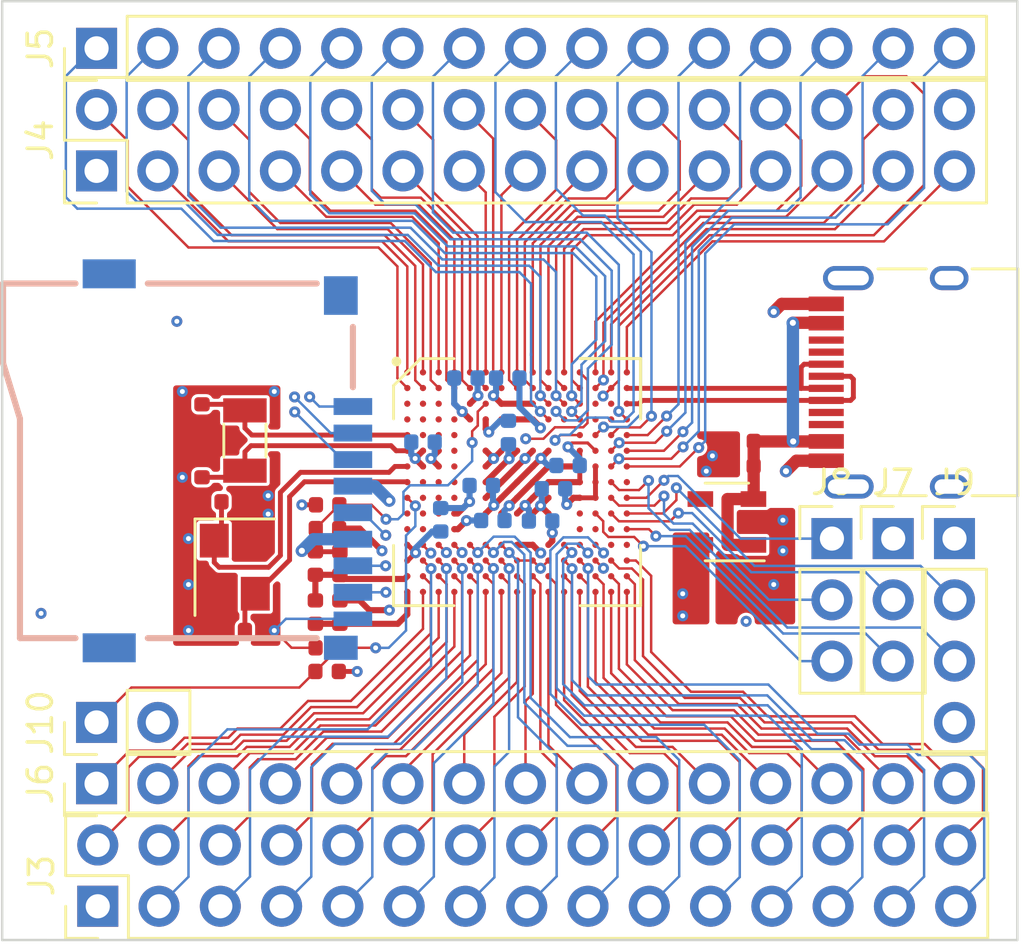
<source format=kicad_pcb>
(kicad_pcb (version 20171130) (host pcbnew "(5.1.8-0-10_14)")
  (layers (0 F.Cu signal) (1 In1.Cu signal hide) (2 In2.Cu signal hide) (31 B.Cu signal) (34 B.Paste user) (35 F.Paste user) (36 B.SilkS user) (37 F.SilkS user) (38 B.Mask user) (39 F.Mask user) (44 Edge.Cuts user))
  (net 0 "")
  (net 1 "Net-(U1-PadC1)")
  (net 2 +3V3)
  (net 3 GND)
  (net 4 VDDA)
  (net 5 PB15)
  (net 6 PB14)
  (net 7 PB11)
  (net 8 PB10)
  (net 9 PE15)
  (net 10 PE12)
  (net 11 PE10)
  (net 12 PE7)
  (net 13 PF14)
  (net 14 PF11)
  (net 15 PB0)
  (net 16 PB1)
  (net 17 PA7)
  (net 18 PA3)
  (net 19 PD8)
  (net 20 PD9)
  (net 21 PB13)
  (net 22 PB12)
  (net 23 PE14)
  (net 24 PE11)
  (net 25 PE9)
  (net 26 PE8)
  (net 27 PF15)
  (net 28 PF12)
  (net 29 PC5)
  (net 30 PA5)
  (net 31 PA6)
  (net 32 PA2)
  (net 33 "Net-(C1-Pad1)")
  (net 34 PD10)
  (net 35 PD11)
  (net 36 PD12)
  (net 37 PH7)
  (net 38 PE13)
  (net 39 PG0)
  (net 40 PF13)
  (net 41 PC4)
  (net 42 PA4)
  (net 43 PA0)
  (net 44 PA1)
  (net 45 PD13)
  (net 46 PD14)
  (net 47 PH9)
  (net 48 PH8)
  (net 49 PH6)
  (net 50 PG1)
  (net 51 PB2)
  (net 52 PC3)
  (net 53 PC2)
  (net 54 PC1)
  (net 55 PC0)
  (net 56 PG2)
  (net 57 PD15)
  (net 58 PH10)
  (net 59 PH11)
  (net 60 PF8)
  (net 61 PF9)
  (net 62 PF10)
  (net 63 PG3)
  (net 64 PG4)
  (net 65 PG5)
  (net 66 PH12)
  (net 67 PF5)
  (net 68 PF6)
  (net 69 PF7)
  (net 70 PG6)
  (net 71 PG7)
  (net 72 PH5)
  (net 73 PF4)
  (net 74 PF3)
  (net 75 PC6)
  (net 76 PG8)
  (net 77 PH4)
  (net 78 PF1)
  (net 79 PF2)
  (net 80 PC7)
  (net 81 PC8)
  (net 82 PH3)
  (net 83 PA8)
  (net 84 PC9)
  (net 85 "Net-(C3-Pad2)")
  (net 86 PH2)
  (net 87 PA9)
  (net 88 PI0)
  (net 89 PH14)
  (net 90 PH13)
  (net 91 PI11)
  (net 92 PI10)
  (net 93 PF0)
  (net 94 PA10)
  (net 95 PI1)
  (net 96 PH15)
  (net 97 PD2)
  (net 98 PD3)
  (net 99 PD4)
  (net 100 PI4)
  (net 101 PI9)
  (net 102 PI8)
  (net 103 PA11)
  (net 104 PI2)
  (net 105 PI3)
  (net 106 PD1)
  (net 107 PD5)
  (net 108 PG9)
  (net 109 PI5)
  (net 110 PI6)
  (net 111 PI7)
  (net 112 PA12)
  (net 113 PC10)
  (net 114 PC11)
  (net 115 PD0)
  (net 116 PD6)
  (net 117 PG10)
  (net 118 PG11)
  (net 119 PG12)
  (net 120 PG15)
  (net 121 PB6)
  (net 122 PB7)
  (net 123 PB9)
  (net 124 PE6)
  (net 125 PE5)
  (net 126 PE4)
  (net 127 PA13)
  (net 128 PA14)
  (net 129 PA15)
  (net 130 PC12)
  (net 131 PD7)
  (net 132 PB3)
  (net 133 PB4)
  (net 134 PG13)
  (net 135 PG14)
  (net 136 PB5)
  (net 137 PB8)
  (net 138 PE0)
  (net 139 PE1)
  (net 140 PE2)
  (net 141 PE3)
  (net 142 "Net-(C2-Pad1)")
  (net 143 "Net-(R2-Pad1)")
  (net 144 "Net-(R3-Pad1)")
  (net 145 VBUS)
  (net 146 "Net-(J1-PadB8)")
  (net 147 "Net-(J1-PadA5)")
  (net 148 "Net-(J1-PadA8)")
  (net 149 "Net-(J1-PadB5)")
  (net 150 NRST)
  (net 151 /stm32f407igh6/OSC8IN)
  (net 152 /stm32f407igh6/OSC8OUT)
  (net 153 /stm32f407igh6/OSC32OUT)
  (net 154 /stm32f407igh6/OSC32IN)
  (net 155 "Net-(U1-PadD1)")
  (net 156 "Net-(R5-Pad1)")
  (net 157 "Net-(U2-Pad4)")
  (module Capacitor_SMD:C_0402_1005Metric (layer B.Cu) (at 123.48464 77.96036 90)
    (fp_text reference C19 hide)
    (fp_text value 100n)
    (pad 2 smd roundrect (at 0.485 0 90) (size 0.59 0.64) (layers B.Cu B.Paste B.Mask) (net 2 +3V3))
    (pad 1 smd roundrect (at -0.485 0 90) (size 0.59 0.64) (layers B.Cu B.Paste B.Mask) (net 3 GND))
  )
  (module Capacitor_SMD:C_0402_1005Metric (layer B.Cu) (at 126.2634 72.08774)
    (fp_text reference C18 hide)
    (fp_text value 1uF)
    (pad 2 smd roundrect (at 0.485 0) (size 0.59 0.64) (layers B.Cu B.Paste B.Mask) (net 3 GND))
    (pad 1 smd roundrect (at -0.485 0) (size 0.59 0.64) (layers B.Cu B.Paste B.Mask) (net 2 +3V3))
  )
  (module Capacitor_SMD:C_0402_1005Metric (layer B.Cu) (at 125.16598 76.54036 180)
    (fp_text reference C17 hide)
    (fp_text value 100n)
    (pad 2 smd roundrect (at 0.485 0 180) (size 0.59 0.64) (layers B.Cu B.Paste B.Mask) (net 2 +3V3))
    (pad 1 smd roundrect (at -0.485 0 180) (size 0.59 0.64) (layers B.Cu B.Paste B.Mask) (net 3 GND))
  )
  (module Capacitor_SMD:C_0402_1005Metric (layer B.Cu) (at 128.15824 76.67498 180)
    (fp_text reference C16 hide)
    (fp_text value 1uF)
    (pad 2 smd roundrect (at 0.485 0 180) (size 0.59 0.64) (layers B.Cu B.Paste B.Mask) (net 3 GND))
    (pad 1 smd roundrect (at -0.485 0 180) (size 0.59 0.64) (layers B.Cu B.Paste B.Mask) (net 2 +3V3))
  )
  (module Capacitor_SMD:C_0402_1005Metric (layer B.Cu) (at 122.75058 74.74204)
    (fp_text reference C15 hide)
    (fp_text value 100n)
    (pad 2 smd roundrect (at 0.485 0) (size 0.59 0.64) (layers B.Cu B.Paste B.Mask) (net 2 +3V3))
    (pad 1 smd roundrect (at -0.485 0) (size 0.59 0.64) (layers B.Cu B.Paste B.Mask) (net 3 GND))
  )
  (module Capacitor_SMD:C_0402_1005Metric (layer B.Cu) (at 124.52858 72.0852 180)
    (fp_text reference C14 hide)
    (fp_text value 1uF)
    (pad 2 smd roundrect (at 0.485 0 180) (size 0.59 0.64) (layers B.Cu B.Paste B.Mask) (net 3 GND))
    (pad 1 smd roundrect (at -0.485 0 180) (size 0.59 0.64) (layers B.Cu B.Paste B.Mask) (net 2 +3V3))
  )
  (module Connector_PinHeader_2.54mm:PinHeader_1x02_P2.54mm_Vertical (layer F.Cu) (at 109.22 86.36 90)
    (fp_text reference J10 (at 0 -2.33 90) (layer F.SilkS))
    (fp_text value Conn_01x02)
    (pad 2 thru_hole oval (at 0 2.54 90) (size 1.7 1.7) (drill 1) (layers *.Cu *.Mask) (net 3 GND))
    (pad 1 thru_hole rect (at 0 0 90) (size 1.7 1.7) (drill 1) (layers *.Cu *.Mask) (net 150 NRST))
  )
  (module Resistor_SMD:R_0402_1005Metric (layer F.Cu) (at 118.77548 84.24672)
    (fp_text reference R6 hide)
    (fp_text value 10k)
    (pad 2 smd roundrect (at 0.485 0) (size 0.59 0.64) (layers F.Cu F.Paste F.Mask) (net 2 +3V3))
    (pad 1 smd roundrect (at -0.485 0) (size 0.59 0.64) (layers F.Cu F.Paste F.Mask) (net 150 NRST))
  )
  (module Capacitor_SMD:C_0402_1005Metric (layer F.Cu) (at 118.7831 83.26628 180)
    (fp_text reference C13 hide)
    (fp_text value 1uF)
    (pad 2 smd roundrect (at 0.485 0 180) (size 0.59 0.64) (layers F.Cu F.Paste F.Mask) (net 3 GND))
    (pad 1 smd roundrect (at -0.485 0 180) (size 0.59 0.64) (layers F.Cu F.Paste F.Mask) (net 150 NRST))
  )
  (module Connector_PinHeader_2.54mm:PinHeader_1x03_P2.54mm_Vertical (layer F.Cu) (at 139.7 78.74)
    (fp_text reference J8 (at 0 -2.33) (layer F.SilkS))
    (fp_text value Conn_01x03)
    (pad 3 thru_hole oval (at 0 5.08) (size 1.7 1.7) (drill 1) (layers *.Cu *.Mask) (net 65 PG5))
    (pad 2 thru_hole oval (at 0 2.54) (size 1.7 1.7) (drill 1) (layers *.Cu *.Mask) (net 71 PG7))
    (pad 1 thru_hole rect (at 0 0) (size 1.7 1.7) (drill 1) (layers *.Cu *.Mask) (net 70 PG6))
  )
  (module Connector_PinHeader_2.54mm:PinHeader_1x03_P2.54mm_Vertical (layer F.Cu) (at 142.24 78.74)
    (fp_text reference J7 (at 0 -2.33) (layer F.SilkS))
    (fp_text value Conn_01x03)
    (pad 3 thru_hole oval (at 0 5.08) (size 1.7 1.7) (drill 1) (layers *.Cu *.Mask) (net 56 PG2))
    (pad 2 thru_hole oval (at 0 2.54) (size 1.7 1.7) (drill 1) (layers *.Cu *.Mask) (net 64 PG4))
    (pad 1 thru_hole rect (at 0 0) (size 1.7 1.7) (drill 1) (layers *.Cu *.Mask) (net 3 GND))
  )
  (module Connector_PinHeader_2.54mm:PinHeader_1x04_P2.54mm_Vertical (layer F.Cu) (at 144.78 78.74)
    (fp_text reference J9 (at 0 -2.33) (layer F.SilkS))
    (fp_text value Conn_01x04)
    (pad 4 thru_hole oval (at 0 7.62) (size 1.7 1.7) (drill 1) (layers *.Cu *.Mask) (net 3 GND))
    (pad 3 thru_hole oval (at 0 5.08) (size 1.7 1.7) (drill 1) (layers *.Cu *.Mask) (net 76 PG8))
    (pad 2 thru_hole oval (at 0 2.54) (size 1.7 1.7) (drill 1) (layers *.Cu *.Mask) (net 63 PG3))
    (pad 1 thru_hole rect (at 0 0) (size 1.7 1.7) (drill 1) (layers *.Cu *.Mask) (net 3 GND))
  )
  (module Package_TO_SOT_SMD:SOT-23-5 (layer F.Cu) (at 135.34662 78.0517 180)
    (fp_text reference U2 hide)
    (fp_text value LD3985M33R_SOT23)
    (pad 5 smd rect (at 1.1 -0.95 180) (size 1.06 0.65) (layers F.Cu F.Paste F.Mask) (net 2 +3V3))
    (pad 4 smd rect (at 1.1 0.95 180) (size 1.06 0.65) (layers F.Cu F.Paste F.Mask) (net 157 "Net-(U2-Pad4)"))
    (pad 3 smd rect (at -1.1 0.95 180) (size 1.06 0.65) (layers F.Cu F.Paste F.Mask) (net 145 VBUS))
    (pad 2 smd rect (at -1.1 0 180) (size 1.06 0.65) (layers F.Cu F.Paste F.Mask) (net 3 GND))
    (pad 1 smd rect (at -1.1 -0.95 180) (size 1.06 0.65) (layers F.Cu F.Paste F.Mask) (net 145 VBUS))
  )
  (module Capacitor_SMD:C_0402_1005Metric (layer F.Cu) (at 134.7446 80.75422 180)
    (fp_text reference C12 hide)
    (fp_text value 100n)
    (pad 2 smd roundrect (at 0.485 0 180) (size 0.59 0.64) (layers F.Cu F.Paste F.Mask) (net 2 +3V3))
    (pad 1 smd roundrect (at -0.485 0 180) (size 0.59 0.64) (layers F.Cu F.Paste F.Mask) (net 3 GND))
  )
  (module Capacitor_SMD:C_0402_1005Metric (layer F.Cu) (at 134.7446 81.94548)
    (fp_text reference C11 hide)
    (fp_text value 1uF)
    (pad 2 smd roundrect (at 0.485 0) (size 0.59 0.64) (layers F.Cu F.Paste F.Mask) (net 3 GND))
    (pad 1 smd roundrect (at -0.485 0) (size 0.59 0.64) (layers F.Cu F.Paste F.Mask) (net 2 +3V3))
  )
  (module Capacitor_SMD:C_0402_1005Metric (layer F.Cu) (at 135.97636 74.7141)
    (fp_text reference C10 hide)
    (fp_text value 100n)
    (pad 2 smd roundrect (at 0.485 0) (size 0.59 0.64) (layers F.Cu F.Paste F.Mask) (net 145 VBUS))
    (pad 1 smd roundrect (at -0.485 0) (size 0.59 0.64) (layers F.Cu F.Paste F.Mask) (net 3 GND))
  )
  (module Capacitor_SMD:C_0402_1005Metric (layer F.Cu) (at 135.97128 75.73772 180)
    (fp_text reference C9 hide)
    (fp_text value 1uF)
    (pad 2 smd roundrect (at 0.485 0 180) (size 0.59 0.64) (layers F.Cu F.Paste F.Mask) (net 3 GND))
    (pad 1 smd roundrect (at -0.485 0 180) (size 0.59 0.64) (layers F.Cu F.Paste F.Mask) (net 145 VBUS))
  )
  (module Package_BGA:BGA-225_15x15_10.0x10.0mm (layer F.Cu) (at 126.65 76.4)
    (fp_text reference U1 hide)
    (fp_text value STM32F407IGHx)
    (pad R15 smd circle (at 4.55 4.55) (size 0.26 0.26) (layers F.Cu F.Paste F.Mask) (net 5 PB15))
    (pad P15 smd circle (at 4.55 3.9) (size 0.26 0.26) (layers F.Cu F.Paste F.Mask) (net 19 PD8))
    (pad N15 smd circle (at 4.55 3.25) (size 0.26 0.26) (layers F.Cu F.Paste F.Mask) (net 34 PD10))
    (pad M15 smd circle (at 4.55 2.6) (size 0.26 0.26) (layers F.Cu F.Paste F.Mask) (net 45 PD13))
    (pad L15 smd circle (at 4.55 1.95) (size 0.26 0.26) (layers F.Cu F.Paste F.Mask) (net 56 PG2))
    (pad K15 smd circle (at 4.55 1.3) (size 0.26 0.26) (layers F.Cu F.Paste F.Mask) (net 63 PG3))
    (pad J15 smd circle (at 4.55 0.65) (size 0.26 0.26) (layers F.Cu F.Paste F.Mask) (net 70 PG6))
    (pad H15 smd circle (at 4.55 0) (size 0.26 0.26) (layers F.Cu F.Paste F.Mask) (net 75 PC6))
    (pad G15 smd circle (at 4.55 -0.65) (size 0.26 0.26) (layers F.Cu F.Paste F.Mask) (net 80 PC7))
    (pad F15 smd circle (at 4.55 -1.3) (size 0.26 0.26) (layers F.Cu F.Paste F.Mask) (net 83 PA8))
    (pad E15 smd circle (at 4.55 -1.95) (size 0.26 0.26) (layers F.Cu F.Paste F.Mask) (net 87 PA9))
    (pad D15 smd circle (at 4.55 -2.6) (size 0.26 0.26) (layers F.Cu F.Paste F.Mask) (net 94 PA10))
    (pad C15 smd circle (at 4.55 -3.25) (size 0.26 0.26) (layers F.Cu F.Paste F.Mask) (net 103 PA11))
    (pad B15 smd circle (at 4.55 -3.9) (size 0.26 0.26) (layers F.Cu F.Paste F.Mask) (net 112 PA12))
    (pad A15 smd circle (at 4.55 -4.55) (size 0.26 0.26) (layers F.Cu F.Paste F.Mask) (net 127 PA13))
    (pad R14 smd circle (at 3.9 4.55) (size 0.26 0.26) (layers F.Cu F.Paste F.Mask) (net 6 PB14))
    (pad P14 smd circle (at 3.9 3.9) (size 0.26 0.26) (layers F.Cu F.Paste F.Mask) (net 20 PD9))
    (pad N14 smd circle (at 3.9 3.25) (size 0.26 0.26) (layers F.Cu F.Paste F.Mask) (net 35 PD11))
    (pad M14 smd circle (at 3.9 2.6) (size 0.26 0.26) (layers F.Cu F.Paste F.Mask) (net 46 PD14))
    (pad L14 smd circle (at 3.9 1.95) (size 0.26 0.26) (layers F.Cu F.Paste F.Mask) (net 57 PD15))
    (pad K14 smd circle (at 3.9 1.3) (size 0.26 0.26) (layers F.Cu F.Paste F.Mask) (net 64 PG4))
    (pad J14 smd circle (at 3.9 0.65) (size 0.26 0.26) (layers F.Cu F.Paste F.Mask) (net 71 PG7))
    (pad H14 smd circle (at 3.9 0) (size 0.26 0.26) (layers F.Cu F.Paste F.Mask) (net 76 PG8))
    (pad G14 smd circle (at 3.9 -0.65) (size 0.26 0.26) (layers F.Cu F.Paste F.Mask) (net 81 PC8))
    (pad F14 smd circle (at 3.9 -1.3) (size 0.26 0.26) (layers F.Cu F.Paste F.Mask) (net 84 PC9))
    (pad E14 smd circle (at 3.9 -1.95) (size 0.26 0.26) (layers F.Cu F.Paste F.Mask) (net 88 PI0))
    (pad D14 smd circle (at 3.9 -2.6) (size 0.26 0.26) (layers F.Cu F.Paste F.Mask) (net 95 PI1))
    (pad C14 smd circle (at 3.9 -3.25) (size 0.26 0.26) (layers F.Cu F.Paste F.Mask) (net 104 PI2))
    (pad B14 smd circle (at 3.9 -3.9) (size 0.26 0.26) (layers F.Cu F.Paste F.Mask) (net 113 PC10))
    (pad A14 smd circle (at 3.9 -4.55) (size 0.26 0.26) (layers F.Cu F.Paste F.Mask) (net 128 PA14))
    (pad R13 smd circle (at 3.25 4.55) (size 0.26 0.26) (layers F.Cu F.Paste F.Mask) (net 7 PB11))
    (pad P13 smd circle (at 3.25 3.9) (size 0.26 0.26) (layers F.Cu F.Paste F.Mask) (net 21 PB13))
    (pad N13 smd circle (at 3.25 3.25) (size 0.26 0.26) (layers F.Cu F.Paste F.Mask) (net 36 PD12))
    (pad M13 smd circle (at 3.25 2.6) (size 0.26 0.26) (layers F.Cu F.Paste F.Mask) (net 47 PH9))
    (pad L13 smd circle (at 3.25 1.95) (size 0.26 0.26) (layers F.Cu F.Paste F.Mask) (net 58 PH10))
    (pad K13 smd circle (at 3.25 1.3) (size 0.26 0.26) (layers F.Cu F.Paste F.Mask) (net 65 PG5))
    (pad J13 smd circle (at 3.25 0.65) (size 0.26 0.26) (layers F.Cu F.Paste F.Mask) (net 2 +3V3))
    (pad H13 smd circle (at 3.25 0) (size 0.26 0.26) (layers F.Cu F.Paste F.Mask) (net 2 +3V3))
    (pad G13 smd circle (at 3.25 -0.65) (size 0.26 0.26) (layers F.Cu F.Paste F.Mask) (net 2 +3V3))
    (pad F13 smd circle (at 3.25 -1.3) (size 0.26 0.26) (layers F.Cu F.Paste F.Mask) (net 85 "Net-(C3-Pad2)"))
    (pad E13 smd circle (at 3.25 -1.95) (size 0.26 0.26) (layers F.Cu F.Paste F.Mask) (net 89 PH14))
    (pad D13 smd circle (at 3.25 -2.6) (size 0.26 0.26) (layers F.Cu F.Paste F.Mask) (net 96 PH15))
    (pad C13 smd circle (at 3.25 -3.25) (size 0.26 0.26) (layers F.Cu F.Paste F.Mask) (net 105 PI3))
    (pad B13 smd circle (at 3.25 -3.9) (size 0.26 0.26) (layers F.Cu F.Paste F.Mask) (net 114 PC11))
    (pad A13 smd circle (at 3.25 -4.55) (size 0.26 0.26) (layers F.Cu F.Paste F.Mask) (net 129 PA15))
    (pad R12 smd circle (at 2.6 4.55) (size 0.26 0.26) (layers F.Cu F.Paste F.Mask) (net 8 PB10))
    (pad P12 smd circle (at 2.6 3.9) (size 0.26 0.26) (layers F.Cu F.Paste F.Mask) (net 22 PB12))
    (pad N12 smd circle (at 2.6 3.25) (size 0.26 0.26) (layers F.Cu F.Paste F.Mask) (net 37 PH7))
    (pad M12 smd circle (at 2.6 2.6) (size 0.26 0.26) (layers F.Cu F.Paste F.Mask) (net 48 PH8))
    (pad L12 smd circle (at 2.6 1.95) (size 0.26 0.26) (layers F.Cu F.Paste F.Mask) (net 59 PH11))
    (pad K12 smd circle (at 2.6 1.3) (size 0.26 0.26) (layers F.Cu F.Paste F.Mask) (net 66 PH12))
    (pad J12 smd circle (at 2.6 0.65) (size 0.26 0.26) (layers F.Cu F.Paste F.Mask) (net 2 +3V3))
    (pad H12 smd circle (at 2.6 0) (size 0.26 0.26) (layers F.Cu F.Paste F.Mask) (net 3 GND))
    (pad G12 smd circle (at 2.6 -0.65) (size 0.26 0.26) (layers F.Cu F.Paste F.Mask) (net 3 GND))
    (pad F12 smd circle (at 2.6 -1.3) (size 0.26 0.26) (layers F.Cu F.Paste F.Mask) (net 3 GND))
    (pad E12 smd circle (at 2.6 -1.95) (size 0.26 0.26) (layers F.Cu F.Paste F.Mask) (net 90 PH13))
    (pad D12 smd circle (at 2.6 -2.6) (size 0.26 0.26) (layers F.Cu F.Paste F.Mask) (net 97 PD2))
    (pad C12 smd circle (at 2.6 -3.25) (size 0.26 0.26) (layers F.Cu F.Paste F.Mask) (net 106 PD1))
    (pad B12 smd circle (at 2.6 -3.9) (size 0.26 0.26) (layers F.Cu F.Paste F.Mask) (net 115 PD0))
    (pad A12 smd circle (at 2.6 -4.55) (size 0.26 0.26) (layers F.Cu F.Paste F.Mask) (net 130 PC12))
    (pad R11 smd circle (at 1.95 4.55) (size 0.26 0.26) (layers F.Cu F.Paste F.Mask) (net 9 PE15))
    (pad P11 smd circle (at 1.95 3.9) (size 0.26 0.26) (layers F.Cu F.Paste F.Mask) (net 23 PE14))
    (pad N11 smd circle (at 1.95 3.25) (size 0.26 0.26) (layers F.Cu F.Paste F.Mask) (net 38 PE13))
    (pad M11 smd circle (at 1.95 2.6) (size 0.26 0.26) (layers F.Cu F.Paste F.Mask) (net 49 PH6))
    (pad D11 smd circle (at 1.95 -2.6) (size 0.26 0.26) (layers F.Cu F.Paste F.Mask) (net 98 PD3))
    (pad C11 smd circle (at 1.95 -3.25) (size 0.26 0.26) (layers F.Cu F.Paste F.Mask) (net 107 PD5))
    (pad B11 smd circle (at 1.95 -3.9) (size 0.26 0.26) (layers F.Cu F.Paste F.Mask) (net 116 PD6))
    (pad A11 smd circle (at 1.95 -4.55) (size 0.26 0.26) (layers F.Cu F.Paste F.Mask) (net 131 PD7))
    (pad R10 smd circle (at 1.3 4.55) (size 0.26 0.26) (layers F.Cu F.Paste F.Mask) (net 10 PE12))
    (pad P10 smd circle (at 1.3 3.9) (size 0.26 0.26) (layers F.Cu F.Paste F.Mask) (net 24 PE11))
    (pad N10 smd circle (at 1.3 3.25) (size 0.26 0.26) (layers F.Cu F.Paste F.Mask) (net 2 +3V3))
    (pad M10 smd circle (at 1.3 2.6) (size 0.26 0.26) (layers F.Cu F.Paste F.Mask) (net 142 "Net-(C2-Pad1)"))
    (pad K10 smd circle (at 1.3 1.3) (size 0.26 0.26) (layers F.Cu F.Paste F.Mask) (net 3 GND))
    (pad J10 smd circle (at 1.3 0.65) (size 0.26 0.26) (layers F.Cu F.Paste F.Mask) (net 3 GND))
    (pad H10 smd circle (at 1.3 0) (size 0.26 0.26) (layers F.Cu F.Paste F.Mask) (net 3 GND))
    (pad G10 smd circle (at 1.3 -0.65) (size 0.26 0.26) (layers F.Cu F.Paste F.Mask) (net 3 GND))
    (pad F10 smd circle (at 1.3 -1.3) (size 0.26 0.26) (layers F.Cu F.Paste F.Mask) (net 3 GND))
    (pad D10 smd circle (at 1.3 -2.6) (size 0.26 0.26) (layers F.Cu F.Paste F.Mask) (net 99 PD4))
    (pad C10 smd circle (at 1.3 -3.25) (size 0.26 0.26) (layers F.Cu F.Paste F.Mask) (net 108 PG9))
    (pad B10 smd circle (at 1.3 -3.9) (size 0.26 0.26) (layers F.Cu F.Paste F.Mask) (net 117 PG10))
    (pad A10 smd circle (at 1.3 -4.55) (size 0.26 0.26) (layers F.Cu F.Paste F.Mask) (net 132 PB3))
    (pad R9 smd circle (at 0.65 4.55) (size 0.26 0.26) (layers F.Cu F.Paste F.Mask) (net 11 PE10))
    (pad P9 smd circle (at 0.65 3.9) (size 0.26 0.26) (layers F.Cu F.Paste F.Mask) (net 25 PE9))
    (pad N9 smd circle (at 0.65 3.25) (size 0.26 0.26) (layers F.Cu F.Paste F.Mask) (net 2 +3V3))
    (pad M9 smd circle (at 0.65 2.6) (size 0.26 0.26) (layers F.Cu F.Paste F.Mask) (net 3 GND))
    (pad K9 smd circle (at 0.65 1.3) (size 0.26 0.26) (layers F.Cu F.Paste F.Mask) (net 3 GND))
    (pad J9 smd circle (at 0.65 0.65) (size 0.26 0.26) (layers F.Cu F.Paste F.Mask) (net 3 GND))
    (pad H9 smd circle (at 0.65 0) (size 0.26 0.26) (layers F.Cu F.Paste F.Mask) (net 3 GND))
    (pad G9 smd circle (at 0.65 -0.65) (size 0.26 0.26) (layers F.Cu F.Paste F.Mask) (net 3 GND))
    (pad F9 smd circle (at 0.65 -1.3) (size 0.26 0.26) (layers F.Cu F.Paste F.Mask) (net 3 GND))
    (pad D9 smd circle (at 0.65 -2.6) (size 0.26 0.26) (layers F.Cu F.Paste F.Mask) (net 3 GND))
    (pad C9 smd circle (at 0.65 -3.25) (size 0.26 0.26) (layers F.Cu F.Paste F.Mask) (net 2 +3V3))
    (pad B9 smd circle (at 0.65 -3.9) (size 0.26 0.26) (layers F.Cu F.Paste F.Mask) (net 118 PG11))
    (pad A9 smd circle (at 0.65 -4.55) (size 0.26 0.26) (layers F.Cu F.Paste F.Mask) (net 133 PB4))
    (pad R8 smd circle (at 0 4.55) (size 0.26 0.26) (layers F.Cu F.Paste F.Mask) (net 12 PE7))
    (pad P8 smd circle (at 0 3.9) (size 0.26 0.26) (layers F.Cu F.Paste F.Mask) (net 26 PE8))
    (pad N8 smd circle (at 0 3.25) (size 0.26 0.26) (layers F.Cu F.Paste F.Mask) (net 2 +3V3))
    (pad M8 smd circle (at 0 2.6) (size 0.26 0.26) (layers F.Cu F.Paste F.Mask) (net 3 GND))
    (pad K8 smd circle (at 0 1.3) (size 0.26 0.26) (layers F.Cu F.Paste F.Mask) (net 3 GND))
    (pad J8 smd circle (at 0 0.65) (size 0.26 0.26) (layers F.Cu F.Paste F.Mask) (net 3 GND))
    (pad H8 smd circle (at 0 0) (size 0.26 0.26) (layers F.Cu F.Paste F.Mask) (net 3 GND))
    (pad G8 smd circle (at 0 -0.65) (size 0.26 0.26) (layers F.Cu F.Paste F.Mask) (net 3 GND))
    (pad F8 smd circle (at 0 -1.3) (size 0.26 0.26) (layers F.Cu F.Paste F.Mask) (net 3 GND))
    (pad D8 smd circle (at 0 -2.6) (size 0.26 0.26) (layers F.Cu F.Paste F.Mask) (net 3 GND))
    (pad C8 smd circle (at 0 -3.25) (size 0.26 0.26) (layers F.Cu F.Paste F.Mask) (net 2 +3V3))
    (pad B8 smd circle (at 0 -3.9) (size 0.26 0.26) (layers F.Cu F.Paste F.Mask) (net 119 PG12))
    (pad A8 smd circle (at 0 -4.55) (size 0.26 0.26) (layers F.Cu F.Paste F.Mask) (net 134 PG13))
    (pad R7 smd circle (at -0.65 4.55) (size 0.26 0.26) (layers F.Cu F.Paste F.Mask) (net 13 PF14))
    (pad P7 smd circle (at -0.65 3.9) (size 0.26 0.26) (layers F.Cu F.Paste F.Mask) (net 27 PF15))
    (pad N7 smd circle (at -0.65 3.25) (size 0.26 0.26) (layers F.Cu F.Paste F.Mask) (net 39 PG0))
    (pad M7 smd circle (at -0.65 2.6) (size 0.26 0.26) (layers F.Cu F.Paste F.Mask) (net 50 PG1))
    (pad K7 smd circle (at -0.65 1.3) (size 0.26 0.26) (layers F.Cu F.Paste F.Mask) (net 3 GND))
    (pad J7 smd circle (at -0.65 0.65) (size 0.26 0.26) (layers F.Cu F.Paste F.Mask) (net 3 GND))
    (pad H7 smd circle (at -0.65 0) (size 0.26 0.26) (layers F.Cu F.Paste F.Mask) (net 3 GND))
    (pad G7 smd circle (at -0.65 -0.65) (size 0.26 0.26) (layers F.Cu F.Paste F.Mask) (net 3 GND))
    (pad F7 smd circle (at -0.65 -1.3) (size 0.26 0.26) (layers F.Cu F.Paste F.Mask) (net 3 GND))
    (pad D7 smd circle (at -0.65 -2.6) (size 0.26 0.26) (layers F.Cu F.Paste F.Mask) (net 3 GND))
    (pad C7 smd circle (at -0.65 -3.25) (size 0.26 0.26) (layers F.Cu F.Paste F.Mask) (net 2 +3V3))
    (pad B7 smd circle (at -0.65 -3.9) (size 0.26 0.26) (layers F.Cu F.Paste F.Mask) (net 120 PG15))
    (pad A7 smd circle (at -0.65 -4.55) (size 0.26 0.26) (layers F.Cu F.Paste F.Mask) (net 135 PG14))
    (pad R6 smd circle (at -1.3 4.55) (size 0.26 0.26) (layers F.Cu F.Paste F.Mask) (net 14 PF11))
    (pad P6 smd circle (at -1.3 3.9) (size 0.26 0.26) (layers F.Cu F.Paste F.Mask) (net 28 PF12))
    (pad N6 smd circle (at -1.3 3.25) (size 0.26 0.26) (layers F.Cu F.Paste F.Mask) (net 40 PF13))
    (pad M6 smd circle (at -1.3 2.6) (size 0.26 0.26) (layers F.Cu F.Paste F.Mask) (net 51 PB2))
    (pad K6 smd circle (at -1.3 1.3) (size 0.26 0.26) (layers F.Cu F.Paste F.Mask) (net 3 GND))
    (pad J6 smd circle (at -1.3 0.65) (size 0.26 0.26) (layers F.Cu F.Paste F.Mask) (net 3 GND))
    (pad H6 smd circle (at -1.3 0) (size 0.26 0.26) (layers F.Cu F.Paste F.Mask) (net 3 GND))
    (pad G6 smd circle (at -1.3 -0.65) (size 0.26 0.26) (layers F.Cu F.Paste F.Mask) (net 3 GND))
    (pad F6 smd circle (at -1.3 -1.3) (size 0.26 0.26) (layers F.Cu F.Paste F.Mask) (net 3 GND))
    (pad D6 smd circle (at -1.3 -2.6) (size 0.26 0.26) (layers F.Cu F.Paste F.Mask) (net 156 "Net-(R5-Pad1)"))
    (pad C6 smd circle (at -1.3 -3.25) (size 0.26 0.26) (layers F.Cu F.Paste F.Mask) (net 144 "Net-(R3-Pad1)"))
    (pad B6 smd circle (at -1.3 -3.9) (size 0.26 0.26) (layers F.Cu F.Paste F.Mask) (net 121 PB6))
    (pad A6 smd circle (at -1.3 -4.55) (size 0.26 0.26) (layers F.Cu F.Paste F.Mask) (net 136 PB5))
    (pad R5 smd circle (at -1.95 4.55) (size 0.26 0.26) (layers F.Cu F.Paste F.Mask) (net 15 PB0))
    (pad P5 smd circle (at -1.95 3.9) (size 0.26 0.26) (layers F.Cu F.Paste F.Mask) (net 29 PC5))
    (pad N5 smd circle (at -1.95 3.25) (size 0.26 0.26) (layers F.Cu F.Paste F.Mask) (net 41 PC4))
    (pad M5 smd circle (at -1.95 2.6) (size 0.26 0.26) (layers F.Cu F.Paste F.Mask) (net 52 PC3))
    (pad D5 smd circle (at -1.95 -2.6) (size 0.26 0.26) (layers F.Cu F.Paste F.Mask) (net 3 GND))
    (pad C5 smd circle (at -1.95 -3.25) (size 0.26 0.26) (layers F.Cu F.Paste F.Mask) (net 2 +3V3))
    (pad B5 smd circle (at -1.95 -3.9) (size 0.26 0.26) (layers F.Cu F.Paste F.Mask) (net 122 PB7))
    (pad A5 smd circle (at -1.95 -4.55) (size 0.26 0.26) (layers F.Cu F.Paste F.Mask) (net 137 PB8))
    (pad R4 smd circle (at -2.6 4.55) (size 0.26 0.26) (layers F.Cu F.Paste F.Mask) (net 16 PB1))
    (pad P4 smd circle (at -2.6 3.9) (size 0.26 0.26) (layers F.Cu F.Paste F.Mask) (net 30 PA5))
    (pad N4 smd circle (at -2.6 3.25) (size 0.26 0.26) (layers F.Cu F.Paste F.Mask) (net 42 PA4))
    (pad M4 smd circle (at -2.6 2.6) (size 0.26 0.26) (layers F.Cu F.Paste F.Mask) (net 53 PC2))
    (pad L4 smd circle (at -2.6 1.95) (size 0.26 0.26) (layers F.Cu F.Paste F.Mask) (net 143 "Net-(R2-Pad1)"))
    (pad K4 smd circle (at -2.6 1.3) (size 0.26 0.26) (layers F.Cu F.Paste F.Mask) (net 2 +3V3))
    (pad J4 smd circle (at -2.6 0.65) (size 0.26 0.26) (layers F.Cu F.Paste F.Mask) (net 72 PH5))
    (pad H4 smd circle (at -2.6 0) (size 0.26 0.26) (layers F.Cu F.Paste F.Mask) (net 77 PH4))
    (pad G4 smd circle (at -2.6 -0.65) (size 0.26 0.26) (layers F.Cu F.Paste F.Mask) (net 82 PH3))
    (pad F4 smd circle (at -2.6 -1.3) (size 0.26 0.26) (layers F.Cu F.Paste F.Mask) (net 86 PH2))
    (pad E4 smd circle (at -2.6 -1.95) (size 0.26 0.26) (layers F.Cu F.Paste F.Mask) (net 91 PI11))
    (pad D4 smd circle (at -2.6 -2.6) (size 0.26 0.26) (layers F.Cu F.Paste F.Mask) (net 100 PI4))
    (pad C4 smd circle (at -2.6 -3.25) (size 0.26 0.26) (layers F.Cu F.Paste F.Mask) (net 109 PI5))
    (pad B4 smd circle (at -2.6 -3.9) (size 0.26 0.26) (layers F.Cu F.Paste F.Mask) (net 123 PB9))
    (pad A4 smd circle (at -2.6 -4.55) (size 0.26 0.26) (layers F.Cu F.Paste F.Mask) (net 138 PE0))
    (pad R3 smd circle (at -3.25 4.55) (size 0.26 0.26) (layers F.Cu F.Paste F.Mask) (net 17 PA7))
    (pad P3 smd circle (at -3.25 3.9) (size 0.26 0.26) (layers F.Cu F.Paste F.Mask) (net 31 PA6))
    (pad N3 smd circle (at -3.25 3.25) (size 0.26 0.26) (layers F.Cu F.Paste F.Mask) (net 43 PA0))
    (pad M3 smd circle (at -3.25 2.6) (size 0.26 0.26) (layers F.Cu F.Paste F.Mask) (net 54 PC1))
    (pad L3 smd circle (at -3.25 1.95) (size 0.26 0.26) (layers F.Cu F.Paste F.Mask) (net 60 PF8))
    (pad K3 smd circle (at -3.25 1.3) (size 0.26 0.26) (layers F.Cu F.Paste F.Mask) (net 67 PF5))
    (pad J3 smd circle (at -3.25 0.65) (size 0.26 0.26) (layers F.Cu F.Paste F.Mask) (net 73 PF4))
    (pad H3 smd circle (at -3.25 0) (size 0.26 0.26) (layers F.Cu F.Paste F.Mask) (net 78 PF1))
    (pad G3 smd circle (at -3.25 -0.65) (size 0.26 0.26) (layers F.Cu F.Paste F.Mask) (net 2 +3V3))
    (pad F3 smd circle (at -3.25 -1.3) (size 0.26 0.26) (layers F.Cu F.Paste F.Mask) (net 2 +3V3))
    (pad E3 smd circle (at -3.25 -1.95) (size 0.26 0.26) (layers F.Cu F.Paste F.Mask) (net 92 PI10))
    (pad D3 smd circle (at -3.25 -2.6) (size 0.26 0.26) (layers F.Cu F.Paste F.Mask) (net 101 PI9))
    (pad C3 smd circle (at -3.25 -3.25) (size 0.26 0.26) (layers F.Cu F.Paste F.Mask) (net 110 PI6))
    (pad B3 smd circle (at -3.25 -3.9) (size 0.26 0.26) (layers F.Cu F.Paste F.Mask) (net 124 PE6))
    (pad A3 smd circle (at -3.25 -4.55) (size 0.26 0.26) (layers F.Cu F.Paste F.Mask) (net 139 PE1))
    (pad R2 smd circle (at -3.9 4.55) (size 0.26 0.26) (layers F.Cu F.Paste F.Mask) (net 18 PA3))
    (pad P2 smd circle (at -3.9 3.9) (size 0.26 0.26) (layers F.Cu F.Paste F.Mask) (net 32 PA2))
    (pad N2 smd circle (at -3.9 3.25) (size 0.26 0.26) (layers F.Cu F.Paste F.Mask) (net 44 PA1))
    (pad M2 smd circle (at -3.9 2.6) (size 0.26 0.26) (layers F.Cu F.Paste F.Mask) (net 55 PC0))
    (pad L2 smd circle (at -3.9 1.95) (size 0.26 0.26) (layers F.Cu F.Paste F.Mask) (net 61 PF9))
    (pad K2 smd circle (at -3.9 1.3) (size 0.26 0.26) (layers F.Cu F.Paste F.Mask) (net 68 PF6))
    (pad J2 smd circle (at -3.9 0.65) (size 0.26 0.26) (layers F.Cu F.Paste F.Mask) (net 74 PF3))
    (pad H2 smd circle (at -3.9 0) (size 0.26 0.26) (layers F.Cu F.Paste F.Mask) (net 79 PF2))
    (pad G2 smd circle (at -3.9 -0.65) (size 0.26 0.26) (layers F.Cu F.Paste F.Mask) (net 3 GND))
    (pad F2 smd circle (at -3.9 -1.3) (size 0.26 0.26) (layers F.Cu F.Paste F.Mask) (net 3 GND))
    (pad E2 smd circle (at -3.9 -1.95) (size 0.26 0.26) (layers F.Cu F.Paste F.Mask) (net 93 PF0))
    (pad D2 smd circle (at -3.9 -2.6) (size 0.26 0.26) (layers F.Cu F.Paste F.Mask) (net 102 PI8))
    (pad C2 smd circle (at -3.9 -3.25) (size 0.26 0.26) (layers F.Cu F.Paste F.Mask) (net 111 PI7))
    (pad B2 smd circle (at -3.9 -3.9) (size 0.26 0.26) (layers F.Cu F.Paste F.Mask) (net 125 PE5))
    (pad A2 smd circle (at -3.9 -4.55) (size 0.26 0.26) (layers F.Cu F.Paste F.Mask) (net 140 PE2))
    (pad R1 smd circle (at -4.55 4.55) (size 0.26 0.26) (layers F.Cu F.Paste F.Mask) (net 4 VDDA))
    (pad P1 smd circle (at -4.55 3.9) (size 0.26 0.26) (layers F.Cu F.Paste F.Mask) (net 33 "Net-(C1-Pad1)"))
    (pad N1 smd circle (at -4.55 3.25) (size 0.26 0.26) (layers F.Cu F.Paste F.Mask) (net 3 GND))
    (pad M1 smd circle (at -4.55 2.6) (size 0.26 0.26) (layers F.Cu F.Paste F.Mask) (net 3 GND))
    (pad L1 smd circle (at -4.55 1.95) (size 0.26 0.26) (layers F.Cu F.Paste F.Mask) (net 62 PF10))
    (pad K1 smd circle (at -4.55 1.3) (size 0.26 0.26) (layers F.Cu F.Paste F.Mask) (net 69 PF7))
    (pad J1 smd circle (at -4.55 0.65) (size 0.26 0.26) (layers F.Cu F.Paste F.Mask) (net 150 NRST))
    (pad H1 smd circle (at -4.55 0) (size 0.26 0.26) (layers F.Cu F.Paste F.Mask) (net 152 /stm32f407igh6/OSC8OUT))
    (pad G1 smd circle (at -4.55 -0.65) (size 0.26 0.26) (layers F.Cu F.Paste F.Mask) (net 151 /stm32f407igh6/OSC8IN))
    (pad F1 smd circle (at -4.55 -1.3) (size 0.26 0.26) (layers F.Cu F.Paste F.Mask) (net 153 /stm32f407igh6/OSC32OUT))
    (pad E1 smd circle (at -4.55 -1.95) (size 0.26 0.26) (layers F.Cu F.Paste F.Mask) (net 154 /stm32f407igh6/OSC32IN))
    (pad D1 smd circle (at -4.55 -2.6) (size 0.26 0.26) (layers F.Cu F.Paste F.Mask) (net 155 "Net-(U1-PadD1)"))
    (pad C1 smd circle (at -4.55 -3.25) (size 0.26 0.26) (layers F.Cu F.Paste F.Mask) (net 1 "Net-(U1-PadC1)"))
    (pad B1 smd circle (at -4.55 -3.9) (size 0.26 0.26) (layers F.Cu F.Paste F.Mask) (net 126 PE4))
    (pad A1 smd circle (at -4.55 -4.55) (size 0.26 0.26) (layers F.Cu F.Paste F.Mask) (net 141 PE3))
  )
  (module Resistor_SMD:R_0402_1005Metric (layer B.Cu) (at 126.29134 74.34326 270)
    (fp_text reference R5 hide)
    (fp_text value 10k)
    (pad 2 smd roundrect (at 0.485 0 270) (size 0.59 0.64) (layers B.Cu B.Paste B.Mask) (net 3 GND))
    (pad 1 smd roundrect (at -0.485 0 270) (size 0.59 0.64) (layers B.Cu B.Paste B.Mask) (net 156 "Net-(R5-Pad1)"))
  )
  (module Resistor_SMD:R_0402_1005Metric (layer F.Cu) (at 118.79834 77.34046)
    (fp_text reference R4 hide)
    (fp_text value 10k)
    (pad 2 smd roundrect (at 0.485 0) (size 0.59 0.64) (layers F.Cu F.Paste F.Mask) (net 144 "Net-(R3-Pad1)"))
    (pad 1 smd roundrect (at -0.485 0) (size 0.59 0.64) (layers F.Cu F.Paste F.Mask) (net 3 GND))
  )
  (module Resistor_SMD:R_0402_1005Metric (layer F.Cu) (at 118.79072 78.32598)
    (fp_text reference R3 hide)
    (fp_text value 10k)
    (pad 2 smd roundrect (at 0.485 0) (size 0.59 0.64) (layers F.Cu F.Paste F.Mask) (net 2 +3V3))
    (pad 1 smd roundrect (at -0.485 0) (size 0.59 0.64) (layers F.Cu F.Paste F.Mask) (net 144 "Net-(R3-Pad1)"))
  )
  (module Resistor_SMD:R_0402_1005Metric (layer B.Cu) (at 125.645 77.99)
    (fp_text reference R2 hide)
    (fp_text value 10k)
    (pad 2 smd roundrect (at 0.485 0) (size 0.59 0.64) (layers B.Cu B.Paste B.Mask) (net 3 GND))
    (pad 1 smd roundrect (at -0.485 0) (size 0.59 0.64) (layers B.Cu B.Paste B.Mask) (net 143 "Net-(R2-Pad1)"))
  )
  (module Resistor_SMD:R_0402_1005Metric (layer F.Cu) (at 118.29 81.788 90)
    (fp_text reference R1 hide)
    (fp_text value 47)
    (pad 2 smd roundrect (at 0.485 0 90) (size 0.59 0.64) (layers F.Cu F.Paste F.Mask) (net 33 "Net-(C1-Pad1)"))
    (pad 1 smd roundrect (at -0.485 0 90) (size 0.59 0.64) (layers F.Cu F.Paste F.Mask) (net 4 VDDA))
  )
  (module Inductor_SMD:L_0402_1005Metric (layer F.Cu) (at 119.306 81.788 270)
    (fp_text reference L1 hide)
    (fp_text value L)
    (pad 2 smd roundrect (at 0.485 0 270) (size 0.59 0.64) (layers F.Cu F.Paste F.Mask) (net 4 VDDA))
    (pad 1 smd roundrect (at -0.485 0 270) (size 0.59 0.64) (layers F.Cu F.Paste F.Mask) (net 2 +3V3))
  )
  (module Capacitor_SMD:C_0402_1005Metric (layer F.Cu) (at 118.29 79.756 270)
    (fp_text reference C4 hide)
    (fp_text value 100n)
    (pad 2 smd roundrect (at 0.485 0 270) (size 0.59 0.64) (layers F.Cu F.Paste F.Mask) (net 33 "Net-(C1-Pad1)"))
    (pad 1 smd roundrect (at -0.485 0 270) (size 0.59 0.64) (layers F.Cu F.Paste F.Mask) (net 3 GND))
  )
  (module Capacitor_SMD:C_0402_1005Metric (layer B.Cu) (at 128.76262 75.70978)
    (fp_text reference C3 hide)
    (fp_text value 2.2uF)
    (pad 2 smd roundrect (at 0.485 0) (size 0.59 0.64) (layers B.Cu B.Paste B.Mask) (net 85 "Net-(C3-Pad2)"))
    (pad 1 smd roundrect (at -0.485 0) (size 0.59 0.64) (layers B.Cu B.Paste B.Mask) (net 3 GND))
  )
  (module Capacitor_SMD:C_0402_1005Metric (layer B.Cu) (at 127.625 78.01 180)
    (fp_text reference C2 hide)
    (fp_text value 2.2uF)
    (pad 2 smd roundrect (at 0.485 0 180) (size 0.59 0.64) (layers B.Cu B.Paste B.Mask) (net 3 GND))
    (pad 1 smd roundrect (at -0.485 0 180) (size 0.59 0.64) (layers B.Cu B.Paste B.Mask) (net 142 "Net-(C2-Pad1)"))
  )
  (module Capacitor_SMD:C_0402_1005Metric (layer F.Cu) (at 119.306 79.769 90)
    (fp_text reference C1 hide)
    (fp_text value 1uF)
    (pad 2 smd roundrect (at 0.485 0 90) (size 0.59 0.64) (layers F.Cu F.Paste F.Mask) (net 3 GND))
    (pad 1 smd roundrect (at -0.485 0 90) (size 0.59 0.64) (layers F.Cu F.Paste F.Mask) (net 33 "Net-(C1-Pad1)"))
  )
  (module Crystal:Crystal_SMD_3215-2Pin_3.2x1.5mm (layer F.Cu) (at 115.369 74.676 270)
    (fp_text reference Y2 hide)
    (fp_text value Crystal)
    (pad 2 smd rect (at -1.25 0 270) (size 1 1.8) (layers F.Cu F.Paste F.Mask) (net 154 /stm32f407igh6/OSC32IN))
    (pad 1 smd rect (at 1.25 0 270) (size 1 1.8) (layers F.Cu F.Paste F.Mask) (net 153 /stm32f407igh6/OSC32OUT))
  )
  (module Crystal:Crystal_SMD_3225-4Pin_3.2x2.5mm (layer F.Cu) (at 114.949 79.926 270)
    (fp_text reference Y1 hide)
    (fp_text value Crystal_GND24_Small)
    (pad 4 smd rect (at -1.1 -0.85 270) (size 1.4 1.2) (layers F.Cu F.Paste F.Mask) (net 3 GND))
    (pad 3 smd rect (at 1.1 -0.85 270) (size 1.4 1.2) (layers F.Cu F.Paste F.Mask) (net 152 /stm32f407igh6/OSC8OUT))
    (pad 2 smd rect (at 1.1 0.85 270) (size 1.4 1.2) (layers F.Cu F.Paste F.Mask) (net 3 GND))
    (pad 1 smd rect (at -1.1 0.85 270) (size 1.4 1.2) (layers F.Cu F.Paste F.Mask) (net 151 /stm32f407igh6/OSC8IN))
  )
  (module Capacitor_SMD:C_0402_1005Metric (layer F.Cu) (at 113.591 73.66 270)
    (fp_text reference C8 hide)
    (fp_text value 20P)
    (pad 2 smd roundrect (at 0.485 0 270) (size 0.59 0.64) (layers F.Cu F.Paste F.Mask) (net 3 GND))
    (pad 1 smd roundrect (at -0.485 0 270) (size 0.59 0.64) (layers F.Cu F.Paste F.Mask) (net 154 /stm32f407igh6/OSC32IN))
  )
  (module Capacitor_SMD:C_0402_1005Metric (layer F.Cu) (at 113.591 75.715 90)
    (fp_text reference C7 hide)
    (fp_text value 20P)
    (pad 2 smd roundrect (at 0.485 0 90) (size 0.59 0.64) (layers F.Cu F.Paste F.Mask) (net 3 GND))
    (pad 1 smd roundrect (at -0.485 0 90) (size 0.59 0.64) (layers F.Cu F.Paste F.Mask) (net 153 /stm32f407igh6/OSC32OUT))
  )
  (module Capacitor_SMD:C_0402_1005Metric (layer F.Cu) (at 114.884 82.55 180)
    (fp_text reference C6 hide)
    (fp_text value 20P)
    (pad 2 smd roundrect (at 0.485 0 180) (size 0.59 0.64) (layers F.Cu F.Paste F.Mask) (net 3 GND))
    (pad 1 smd roundrect (at -0.485 0 180) (size 0.59 0.64) (layers F.Cu F.Paste F.Mask) (net 152 /stm32f407igh6/OSC8OUT))
  )
  (module Capacitor_SMD:C_0402_1005Metric (layer F.Cu) (at 114.884 77.216)
    (fp_text reference C5 hide)
    (fp_text value 20P)
    (pad 2 smd roundrect (at 0.485 0) (size 0.59 0.64) (layers F.Cu F.Paste F.Mask) (net 3 GND))
    (pad 1 smd roundrect (at -0.485 0) (size 0.59 0.64) (layers F.Cu F.Paste F.Mask) (net 151 /stm32f407igh6/OSC8IN))
  )
  (module Connector_PinHeader_2.54mm:PinHeader_1x15_P2.54mm_Vertical (layer F.Cu) (at 109.22 88.9 90)
    (fp_text reference J6 (at 0 -2.33 90) (layer F.SilkS))
    (fp_text value Conn_01x15)
    (pad 1 thru_hole rect (at 0 0 90) (size 1.7 1.7) (drill 1) (layers *.Cu *.Mask) (net 18 PA3))
    (pad 2 thru_hole oval (at 0 2.54 90) (size 1.7 1.7) (drill 1) (layers *.Cu *.Mask) (net 17 PA7))
    (pad 3 thru_hole oval (at 0 5.08 90) (size 1.7 1.7) (drill 1) (layers *.Cu *.Mask) (net 16 PB1))
    (pad 4 thru_hole oval (at 0 7.62 90) (size 1.7 1.7) (drill 1) (layers *.Cu *.Mask) (net 15 PB0))
    (pad 5 thru_hole oval (at 0 10.16 90) (size 1.7 1.7) (drill 1) (layers *.Cu *.Mask) (net 14 PF11))
    (pad 6 thru_hole oval (at 0 12.7 90) (size 1.7 1.7) (drill 1) (layers *.Cu *.Mask) (net 13 PF14))
    (pad 7 thru_hole oval (at 0 15.24 90) (size 1.7 1.7) (drill 1) (layers *.Cu *.Mask) (net 12 PE7))
    (pad 8 thru_hole oval (at 0 17.78 90) (size 1.7 1.7) (drill 1) (layers *.Cu *.Mask) (net 11 PE10))
    (pad 9 thru_hole oval (at 0 20.32 90) (size 1.7 1.7) (drill 1) (layers *.Cu *.Mask) (net 10 PE12))
    (pad 10 thru_hole oval (at 0 22.86 90) (size 1.7 1.7) (drill 1) (layers *.Cu *.Mask) (net 9 PE15))
    (pad 11 thru_hole oval (at 0 25.4 90) (size 1.7 1.7) (drill 1) (layers *.Cu *.Mask) (net 8 PB10))
    (pad 12 thru_hole oval (at 0 27.94 90) (size 1.7 1.7) (drill 1) (layers *.Cu *.Mask) (net 7 PB11))
    (pad 13 thru_hole oval (at 0 30.48 90) (size 1.7 1.7) (drill 1) (layers *.Cu *.Mask) (net 6 PB14))
    (pad 14 thru_hole oval (at 0 33.02 90) (size 1.7 1.7) (drill 1) (layers *.Cu *.Mask) (net 5 PB15))
    (pad 15 thru_hole oval (at 0 35.56 90) (size 1.7 1.7) (drill 1) (layers *.Cu *.Mask) (net 35 PD11))
  )
  (module Connector_PinHeader_2.54mm:PinHeader_2x15_P2.54mm_Vertical (layer F.Cu) (at 109.27 93.98 90)
    (fp_text reference J3 (at 1.27 -2.33 90) (layer F.SilkS))
    (fp_text value Conn_02x15_Odd_Even)
    (pad 1 thru_hole rect (at 0 0 90) (size 1.7 1.7) (drill 1) (layers *.Cu *.Mask) (net 2 +3V3))
    (pad 2 thru_hole oval (at 2.54 0 90) (size 1.7 1.7) (drill 1) (layers *.Cu *.Mask) (net 32 PA2))
    (pad 3 thru_hole oval (at 0 2.54 90) (size 1.7 1.7) (drill 1) (layers *.Cu *.Mask) (net 44 PA1))
    (pad 4 thru_hole oval (at 2.54 2.54 90) (size 1.7 1.7) (drill 1) (layers *.Cu *.Mask) (net 31 PA6))
    (pad 5 thru_hole oval (at 0 5.08 90) (size 1.7 1.7) (drill 1) (layers *.Cu *.Mask) (net 43 PA0))
    (pad 6 thru_hole oval (at 2.54 5.08 90) (size 1.7 1.7) (drill 1) (layers *.Cu *.Mask) (net 30 PA5))
    (pad 7 thru_hole oval (at 0 7.62 90) (size 1.7 1.7) (drill 1) (layers *.Cu *.Mask) (net 42 PA4))
    (pad 8 thru_hole oval (at 2.54 7.62 90) (size 1.7 1.7) (drill 1) (layers *.Cu *.Mask) (net 29 PC5))
    (pad 9 thru_hole oval (at 0 10.16 90) (size 1.7 1.7) (drill 1) (layers *.Cu *.Mask) (net 41 PC4))
    (pad 10 thru_hole oval (at 2.54 10.16 90) (size 1.7 1.7) (drill 1) (layers *.Cu *.Mask) (net 28 PF12))
    (pad 11 thru_hole oval (at 0 12.7 90) (size 1.7 1.7) (drill 1) (layers *.Cu *.Mask) (net 40 PF13))
    (pad 12 thru_hole oval (at 2.54 12.7 90) (size 1.7 1.7) (drill 1) (layers *.Cu *.Mask) (net 27 PF15))
    (pad 13 thru_hole oval (at 0 15.24 90) (size 1.7 1.7) (drill 1) (layers *.Cu *.Mask) (net 39 PG0))
    (pad 14 thru_hole oval (at 2.54 15.24 90) (size 1.7 1.7) (drill 1) (layers *.Cu *.Mask) (net 26 PE8))
    (pad 15 thru_hole oval (at 0 17.78 90) (size 1.7 1.7) (drill 1) (layers *.Cu *.Mask) (net 50 PG1))
    (pad 16 thru_hole oval (at 2.54 17.78 90) (size 1.7 1.7) (drill 1) (layers *.Cu *.Mask) (net 25 PE9))
    (pad 17 thru_hole oval (at 0 20.32 90) (size 1.7 1.7) (drill 1) (layers *.Cu *.Mask) (net 51 PB2))
    (pad 18 thru_hole oval (at 2.54 20.32 90) (size 1.7 1.7) (drill 1) (layers *.Cu *.Mask) (net 24 PE11))
    (pad 19 thru_hole oval (at 0 22.86 90) (size 1.7 1.7) (drill 1) (layers *.Cu *.Mask) (net 52 PC3))
    (pad 20 thru_hole oval (at 2.54 22.86 90) (size 1.7 1.7) (drill 1) (layers *.Cu *.Mask) (net 23 PE14))
    (pad 21 thru_hole oval (at 0 25.4 90) (size 1.7 1.7) (drill 1) (layers *.Cu *.Mask) (net 47 PH9))
    (pad 22 thru_hole oval (at 2.54 25.4 90) (size 1.7 1.7) (drill 1) (layers *.Cu *.Mask) (net 22 PB12))
    (pad 23 thru_hole oval (at 0 27.94 90) (size 1.7 1.7) (drill 1) (layers *.Cu *.Mask) (net 48 PH8))
    (pad 24 thru_hole oval (at 2.54 27.94 90) (size 1.7 1.7) (drill 1) (layers *.Cu *.Mask) (net 21 PB13))
    (pad 25 thru_hole oval (at 0 30.48 90) (size 1.7 1.7) (drill 1) (layers *.Cu *.Mask) (net 49 PH6))
    (pad 26 thru_hole oval (at 2.54 30.48 90) (size 1.7 1.7) (drill 1) (layers *.Cu *.Mask) (net 20 PD9))
    (pad 27 thru_hole oval (at 0 33.02 90) (size 1.7 1.7) (drill 1) (layers *.Cu *.Mask) (net 38 PE13))
    (pad 28 thru_hole oval (at 2.54 33.02 90) (size 1.7 1.7) (drill 1) (layers *.Cu *.Mask) (net 19 PD8))
    (pad 29 thru_hole oval (at 0 35.56 90) (size 1.7 1.7) (drill 1) (layers *.Cu *.Mask) (net 37 PH7))
    (pad 30 thru_hole oval (at 2.54 35.56 90) (size 1.7 1.7) (drill 1) (layers *.Cu *.Mask) (net 34 PD10))
  )
  (module Connector_PinHeader_2.54mm:PinHeader_1x15_P2.54mm_Vertical (layer F.Cu) (at 109.22 58.42 90)
    (fp_text reference J5 (at 0 -2.33 90) (layer F.SilkS))
    (fp_text value Conn_01x15)
    (pad 15 thru_hole oval (at 0 35.56 90) (size 1.7 1.7) (drill 1) (layers *.Cu *.Mask) (net 80 PC7))
    (pad 14 thru_hole oval (at 0 33.02 90) (size 1.7 1.7) (drill 1) (layers *.Cu *.Mask) (net 81 PC8))
    (pad 13 thru_hole oval (at 0 30.48 90) (size 1.7 1.7) (drill 1) (layers *.Cu *.Mask) (net 83 PA8))
    (pad 12 thru_hole oval (at 0 27.94 90) (size 1.7 1.7) (drill 1) (layers *.Cu *.Mask) (net 84 PC9))
    (pad 11 thru_hole oval (at 0 25.4 90) (size 1.7 1.7) (drill 1) (layers *.Cu *.Mask) (net 87 PA9))
    (pad 10 thru_hole oval (at 0 22.86 90) (size 1.7 1.7) (drill 1) (layers *.Cu *.Mask) (net 88 PI0))
    (pad 9 thru_hole oval (at 0 20.32 90) (size 1.7 1.7) (drill 1) (layers *.Cu *.Mask) (net 89 PH14))
    (pad 8 thru_hole oval (at 0 17.78 90) (size 1.7 1.7) (drill 1) (layers *.Cu *.Mask) (net 90 PH13))
    (pad 7 thru_hole oval (at 0 15.24 90) (size 1.7 1.7) (drill 1) (layers *.Cu *.Mask) (net 94 PA10))
    (pad 6 thru_hole oval (at 0 12.7 90) (size 1.7 1.7) (drill 1) (layers *.Cu *.Mask) (net 98 PD3))
    (pad 5 thru_hole oval (at 0 10.16 90) (size 1.7 1.7) (drill 1) (layers *.Cu *.Mask) (net 97 PD2))
    (pad 4 thru_hole oval (at 0 7.62 90) (size 1.7 1.7) (drill 1) (layers *.Cu *.Mask) (net 106 PD1))
    (pad 3 thru_hole oval (at 0 5.08 90) (size 1.7 1.7) (drill 1) (layers *.Cu *.Mask) (net 107 PD5))
    (pad 2 thru_hole oval (at 0 2.54 90) (size 1.7 1.7) (drill 1) (layers *.Cu *.Mask) (net 108 PG9))
    (pad 1 thru_hole rect (at 0 0 90) (size 1.7 1.7) (drill 1) (layers *.Cu *.Mask) (net 99 PD4))
  )
  (module Connector_PinHeader_2.54mm:PinHeader_2x15_P2.54mm_Vertical (layer F.Cu) (at 109.22 63.5 90)
    (fp_text reference J4 (at 1.27 -2.33 90) (layer F.SilkS))
    (fp_text value Conn_02x15_Odd_Even)
    (pad 30 thru_hole oval (at 2.54 35.56 90) (size 1.7 1.7) (drill 1) (layers *.Cu *.Mask) (net 2 +3V3))
    (pad 29 thru_hole oval (at 0 35.56 90) (size 1.7 1.7) (drill 1) (layers *.Cu *.Mask) (net 127 PA13))
    (pad 28 thru_hole oval (at 2.54 33.02 90) (size 1.7 1.7) (drill 1) (layers *.Cu *.Mask) (net 114 PC11))
    (pad 27 thru_hole oval (at 0 33.02 90) (size 1.7 1.7) (drill 1) (layers *.Cu *.Mask) (net 128 PA14))
    (pad 26 thru_hole oval (at 2.54 30.48 90) (size 1.7 1.7) (drill 1) (layers *.Cu *.Mask) (net 113 PC10))
    (pad 25 thru_hole oval (at 0 30.48 90) (size 1.7 1.7) (drill 1) (layers *.Cu *.Mask) (net 129 PA15))
    (pad 24 thru_hole oval (at 2.54 27.94 90) (size 1.7 1.7) (drill 1) (layers *.Cu *.Mask) (net 115 PD0))
    (pad 23 thru_hole oval (at 0 27.94 90) (size 1.7 1.7) (drill 1) (layers *.Cu *.Mask) (net 131 PD7))
    (pad 22 thru_hole oval (at 2.54 25.4 90) (size 1.7 1.7) (drill 1) (layers *.Cu *.Mask) (net 116 PD6))
    (pad 21 thru_hole oval (at 0 25.4 90) (size 1.7 1.7) (drill 1) (layers *.Cu *.Mask) (net 132 PB3))
    (pad 20 thru_hole oval (at 2.54 22.86 90) (size 1.7 1.7) (drill 1) (layers *.Cu *.Mask) (net 117 PG10))
    (pad 19 thru_hole oval (at 0 22.86 90) (size 1.7 1.7) (drill 1) (layers *.Cu *.Mask) (net 133 PB4))
    (pad 18 thru_hole oval (at 2.54 20.32 90) (size 1.7 1.7) (drill 1) (layers *.Cu *.Mask) (net 118 PG11))
    (pad 17 thru_hole oval (at 0 20.32 90) (size 1.7 1.7) (drill 1) (layers *.Cu *.Mask) (net 134 PG13))
    (pad 16 thru_hole oval (at 2.54 17.78 90) (size 1.7 1.7) (drill 1) (layers *.Cu *.Mask) (net 119 PG12))
    (pad 15 thru_hole oval (at 0 17.78 90) (size 1.7 1.7) (drill 1) (layers *.Cu *.Mask) (net 135 PG14))
    (pad 14 thru_hole oval (at 2.54 15.24 90) (size 1.7 1.7) (drill 1) (layers *.Cu *.Mask) (net 120 PG15))
    (pad 13 thru_hole oval (at 0 15.24 90) (size 1.7 1.7) (drill 1) (layers *.Cu *.Mask) (net 136 PB5))
    (pad 12 thru_hole oval (at 2.54 12.7 90) (size 1.7 1.7) (drill 1) (layers *.Cu *.Mask) (net 121 PB6))
    (pad 11 thru_hole oval (at 0 12.7 90) (size 1.7 1.7) (drill 1) (layers *.Cu *.Mask) (net 137 PB8))
    (pad 10 thru_hole oval (at 2.54 10.16 90) (size 1.7 1.7) (drill 1) (layers *.Cu *.Mask) (net 122 PB7))
    (pad 9 thru_hole oval (at 0 10.16 90) (size 1.7 1.7) (drill 1) (layers *.Cu *.Mask) (net 138 PE0))
    (pad 8 thru_hole oval (at 2.54 7.62 90) (size 1.7 1.7) (drill 1) (layers *.Cu *.Mask) (net 123 PB9))
    (pad 7 thru_hole oval (at 0 7.62 90) (size 1.7 1.7) (drill 1) (layers *.Cu *.Mask) (net 139 PE1))
    (pad 6 thru_hole oval (at 2.54 5.08 90) (size 1.7 1.7) (drill 1) (layers *.Cu *.Mask) (net 124 PE6))
    (pad 5 thru_hole oval (at 0 5.08 90) (size 1.7 1.7) (drill 1) (layers *.Cu *.Mask) (net 140 PE2))
    (pad 4 thru_hole oval (at 2.54 2.54 90) (size 1.7 1.7) (drill 1) (layers *.Cu *.Mask) (net 125 PE5))
    (pad 3 thru_hole oval (at 0 2.54 90) (size 1.7 1.7) (drill 1) (layers *.Cu *.Mask) (net 141 PE3))
    (pad 2 thru_hole oval (at 2.54 0 90) (size 1.7 1.7) (drill 1) (layers *.Cu *.Mask) (net 126 PE4))
    (pad 1 thru_hole rect (at 0 0 90) (size 1.7 1.7) (drill 1) (layers *.Cu *.Mask) (net 2 +3V3))
  )
  (module mybays_connector:TFCARD (layer B.Cu) (at 114.59464 75.51674 90)
    (fp_text reference J2 hide)
    (fp_text value Micro_SD_Card)
    (pad 15 np_thru_hole circle (at -4.949952 -5.249926 90) (size 0.94996 0.94996) (drill oval 0.94996) (layers *.Cu *.Mask))
    (pad 14 np_thru_hole circle (at 3.050032 -5.249926 90) (size 0.94996 0.94996) (drill oval 0.94996) (layers *.Cu *.Mask))
    (pad 0 smd rect (at 6.850126 4.750054 90) (size 1.599946 1.400048) (layers B.Cu B.Paste B.Mask))
    (pad 0 smd rect (at 7.750048 -4.849876) (size 2.199894 1.199896) (layers B.Cu B.Paste B.Mask))
    (pad 0 smd rect (at -7.750048 -4.849876) (size 2.199894 1.199896) (layers B.Cu B.Paste B.Mask))
    (pad 0 smd rect (at -7.750048 4.750054) (size 1.400048 0.999998) (layers B.Cu B.Paste B.Mask))
    (pad 9 smd rect (at -6.549898 5.249926) (size 1.599946 0.599948) (layers B.Cu B.Paste B.Mask) (net 3 GND))
    (pad 8 smd rect (at -5.450078 5.249926) (size 1.599946 0.700024) (layers B.Cu B.Paste B.Mask) (net 84 PC9))
    (pad 7 smd rect (at -4.350004 5.249926) (size 1.599946 0.700024) (layers B.Cu B.Paste B.Mask) (net 81 PC8))
    (pad 6 smd rect (at -3.24993 5.249926) (size 1.599946 0.700024) (layers B.Cu B.Paste B.Mask) (net 3 GND))
    (pad 5 smd rect (at -2.15011 5.249926) (size 1.599946 0.700024) (layers B.Cu B.Paste B.Mask) (net 130 PC12))
    (pad 4 smd rect (at -1.050036 5.249926) (size 1.599946 0.700024) (layers B.Cu B.Paste B.Mask) (net 2 +3V3))
    (pad 3 smd rect (at 0.050038 5.249926) (size 1.599946 0.700024) (layers B.Cu B.Paste B.Mask) (net 97 PD2))
    (pad 2 smd rect (at 1.150112 5.249926) (size 1.599946 0.700024) (layers B.Cu B.Paste B.Mask) (net 114 PC11))
    (pad 1 smd rect (at 2.249932 5.249926) (size 1.599946 0.700024) (layers B.Cu B.Paste B.Mask) (net 113 PC10))
  )
  (module mybays_connector:USB_C (layer F.Cu) (at 143.51 72.263 90)
    (fp_text reference J1 hide)
    (fp_text value USB_C)
    (pad B1 smd rect (at 3.25 -4.045 90) (size 0.6 1.45) (layers F.Cu F.Paste F.Mask) (net 3 GND))
    (pad A9 smd rect (at 2.45 -4.045 90) (size 0.6 1.45) (layers F.Cu F.Paste F.Mask) (net 145 VBUS))
    (pad B9 smd rect (at -2.45 -4.045 90) (size 0.6 1.45) (layers F.Cu F.Paste F.Mask) (net 145 VBUS))
    (pad B12 smd rect (at -3.25 -4.045 90) (size 0.6 1.45) (layers F.Cu F.Paste F.Mask) (net 3 GND))
    (pad A1 smd rect (at -3.25 -4.045 90) (size 0.6 1.45) (layers F.Cu F.Paste F.Mask) (net 3 GND))
    (pad A4 smd rect (at -2.45 -4.045 90) (size 0.6 1.45) (layers F.Cu F.Paste F.Mask) (net 145 VBUS))
    (pad B4 smd rect (at 2.45 -4.045 90) (size 0.6 1.45) (layers F.Cu F.Paste F.Mask) (net 145 VBUS))
    (pad A12 smd rect (at 3.25 -4.045 90) (size 0.6 1.45) (layers F.Cu F.Paste F.Mask) (net 3 GND))
    (pad B8 smd rect (at -1.75 -4.045 90) (size 0.3 1.45) (layers F.Cu F.Paste F.Mask) (net 146 "Net-(J1-PadB8)"))
    (pad A5 smd rect (at -1.25 -4.045 90) (size 0.3 1.45) (layers F.Cu F.Paste F.Mask) (net 147 "Net-(J1-PadA5)"))
    (pad B7 smd rect (at -0.75 -4.045 90) (size 0.3 1.45) (layers F.Cu F.Paste F.Mask) (net 103 PA11))
    (pad A7 smd rect (at 0.25 -4.045 90) (size 0.3 1.45) (layers F.Cu F.Paste F.Mask) (net 103 PA11))
    (pad B6 smd rect (at 0.75 -4.045 90) (size 0.3 1.45) (layers F.Cu F.Paste F.Mask) (net 112 PA12))
    (pad A8 smd rect (at 1.25 -4.045 90) (size 0.3 1.45) (layers F.Cu F.Paste F.Mask) (net 148 "Net-(J1-PadA8)"))
    (pad B5 smd rect (at 1.75 -4.045 90) (size 0.3 1.45) (layers F.Cu F.Paste F.Mask) (net 149 "Net-(J1-PadB5)"))
    (pad A6 smd rect (at -0.25 -4.045 90) (size 0.3 1.45) (layers F.Cu F.Paste F.Mask) (net 112 PA12))
    (pad S1 thru_hole oval (at 4.32 -3.13 90) (size 1 2.1) (drill oval 0.6 1.7) (layers *.Cu *.Mask) (net 3 GND))
    (pad S1 thru_hole oval (at -4.32 -3.13 90) (size 1 2.1) (drill oval 0.6 1.7) (layers *.Cu *.Mask) (net 3 GND))
    (pad "" np_thru_hole circle (at -2.89 -2.6 90) (size 0.65 0.65) (drill 0.65) (layers *.Cu *.Mask))
    (pad S1 thru_hole oval (at -4.32 1.05 90) (size 1 1.6) (drill oval 0.6 1.2) (layers *.Cu *.Mask) (net 3 GND))
    (pad "" np_thru_hole circle (at 2.89 -2.6 90) (size 0.65 0.65) (drill 0.65) (layers *.Cu *.Mask))
    (pad S1 thru_hole oval (at 4.32 1.05 90) (size 1 1.6) (drill oval 0.6 1.2) (layers *.Cu *.Mask) (net 3 GND))
  )
  (gr_line (start 105.3084 95.37934) (end 105.3084 56.46664) (layer Edge.Cuts) (width 0.1))
  (gr_line (start 147.3835 56.46674) (end 147.3835 95.37954) (layer Edge.Cuts) (width 0.1))
  (gr_line (start 147.3835 95.37954) (end 105.3084 95.37934) (layer Edge.Cuts) (width 0.1))
  (gr_line (start 105.3084 56.46664) (end 147.3835 56.46674) (layer Edge.Cuts) (width 0.1))
  (via (at 106.92 81.84) (size 0.4572) (drill 0.2032) (layers F.Cu B.Cu) (net 0))
  (via (at 112.5474 69.7357) (size 0.4572) (drill 0.2032) (layers F.Cu B.Cu) (net 0))
  (via (at 136.144 82.169) (size 0.4572) (drill 0.2032) (layers F.Cu B.Cu) (net 0))
  (segment (start 127.3 73.15) (end 126 73.15) (width 0.2032) (layer F.Cu) (net 2))
  (segment (start 129.9 75.75) (end 129.9 77.05) (width 0.2032) (layer F.Cu) (net 2))
  (segment (start 129.9 77.05) (end 129.25 77.05) (width 0.2032) (layer F.Cu) (net 2))
  (segment (start 127.95 79.65) (end 127.625 79.975) (width 0.1016) (layer F.Cu) (net 2))
  (segment (start 127.3 79.65) (end 127.62 79.97) (width 0.1016) (layer F.Cu) (net 2))
  (segment (start 127.625 79.975) (end 127.62 79.97) (width 0.1016) (layer F.Cu) (net 2))
  (segment (start 127.62 79.97) (end 127.620004 79.969996) (width 0.1016) (layer F.Cu) (net 2))
  (via (at 127.620004 79.969996) (size 0.4572) (drill 0.2032) (layers F.Cu B.Cu) (net 2))
  (segment (start 126.65 79.65) (end 127.3 79.65) (width 0.1016) (layer F.Cu) (net 2))
  (via (at 125.029777 72.812594) (size 0.4572) (drill 0.2032) (layers F.Cu B.Cu) (net 2))
  (via (at 125.667996 72.81486) (size 0.4572) (drill 0.2032) (layers F.Cu B.Cu) (net 2))
  (segment (start 126 73.15) (end 126 73.146864) (width 0.1016) (layer F.Cu) (net 2))
  (segment (start 126 73.146864) (end 125.667996 72.81486) (width 0.1016) (layer F.Cu) (net 2))
  (via (at 121.35104 77.16774) (size 0.508) (drill 0.254) (layers F.Cu B.Cu) (net 2))
  (segment (start 120.750076 76.566776) (end 121.35104 77.16774) (width 0.508) (layer B.Cu) (net 2))
  (segment (start 119.844566 76.566776) (end 120.750076 76.566776) (width 0.508) (layer B.Cu) (net 2))
  (segment (start 134.24662 81.9325) (end 134.2596 81.94548) (width 0.508) (layer F.Cu) (net 2))
  (segment (start 134.24662 79.0017) (end 134.24662 81.9325) (width 0.508) (layer F.Cu) (net 2))
  (via (at 133.5151 81.94294) (size 0.4572) (drill 0.2032) (layers F.Cu B.Cu) (net 2))
  (segment (start 134.2596 81.94548) (end 133.51764 81.94548) (width 0.508) (layer F.Cu) (net 2))
  (segment (start 133.51764 81.94548) (end 133.5151 81.94294) (width 0.508) (layer F.Cu) (net 2))
  (segment (start 133.5151 81.94294) (end 133.5151 81.026) (width 0.508) (layer F.Cu) (net 2))
  (via (at 133.5151 81.026) (size 0.4572) (drill 0.2032) (layers F.Cu B.Cu) (net 2))
  (via (at 128.709406 77.32522) (size 0.4572) (drill 0.2032) (layers F.Cu B.Cu) (net 2))
  (segment (start 128.984626 77.05) (end 128.709406 77.32522) (width 0.254) (layer F.Cu) (net 2))
  (segment (start 129.25 77.05) (end 128.984626 77.05) (width 0.254) (layer F.Cu) (net 2))
  (via (at 121.35358 81.70672) (size 0.4572) (drill 0.2032) (layers F.Cu B.Cu) (net 2))
  (segment (start 120.52554 81.70672) (end 121.35358 81.70672) (width 0.254) (layer F.Cu) (net 2))
  (segment (start 119.306 81.303) (end 120.12182 81.303) (width 0.254) (layer F.Cu) (net 2))
  (segment (start 120.12182 81.303) (end 120.52554 81.70672) (width 0.254) (layer F.Cu) (net 2))
  (segment (start 126.003136 73.15) (end 125.667996 72.81486) (width 0.254) (layer F.Cu) (net 2))
  (segment (start 127.3 73.15) (end 126.003136 73.15) (width 0.254) (layer F.Cu) (net 2))
  (segment (start 126 73.15) (end 126.003136 73.15) (width 0.254) (layer F.Cu) (net 2))
  (via (at 123.07824 75.42022) (size 0.4572) (drill 0.2032) (layers F.Cu B.Cu) (net 2))
  (segment (start 123.4 75.1) (end 123.39846 75.1) (width 0.254) (layer F.Cu) (net 2))
  (segment (start 123.39846 75.1) (end 123.07824 75.42022) (width 0.254) (layer F.Cu) (net 2))
  (segment (start 123.4 75.74198) (end 123.07824 75.42022) (width 0.254) (layer F.Cu) (net 2))
  (segment (start 123.4 75.75) (end 123.4 75.74198) (width 0.254) (layer F.Cu) (net 2))
  (segment (start 124.7 73.142371) (end 125.029777 72.812594) (width 0.254) (layer F.Cu) (net 2))
  (segment (start 124.7 73.15) (end 124.7 73.142371) (width 0.254) (layer F.Cu) (net 2))
  (via (at 120.02262 84.24926) (size 0.4572) (drill 0.2032) (layers F.Cu B.Cu) (net 2))
  (segment (start 119.26048 84.24672) (end 120.02008 84.24672) (width 0.2032) (layer F.Cu) (net 2))
  (segment (start 120.02008 84.24672) (end 120.02262 84.24926) (width 0.2032) (layer F.Cu) (net 2))
  (via (at 121.048778 79.24546) (size 0.4572) (drill 0.2032) (layers F.Cu B.Cu) (net 2))
  (segment (start 120.129298 78.32598) (end 121.048778 79.24546) (width 0.254) (layer F.Cu) (net 2))
  (segment (start 119.27572 78.32598) (end 120.129298 78.32598) (width 0.254) (layer F.Cu) (net 2))
  (via (at 124.68098 77.20584) (size 0.4572) (drill 0.2032) (layers F.Cu B.Cu) (net 2))
  (segment (start 124.05 77.7) (end 124.18682 77.7) (width 0.254) (layer F.Cu) (net 2))
  (segment (start 124.18682 77.7) (end 124.68098 77.20584) (width 0.254) (layer F.Cu) (net 2))
  (segment (start 124.68098 76.54036) (end 124.68098 77.20584) (width 0.254) (layer B.Cu) (net 2))
  (segment (start 123.23558 75.26288) (end 123.07824 75.42022) (width 0.254) (layer B.Cu) (net 2))
  (segment (start 123.23558 74.74204) (end 123.23558 75.26288) (width 0.254) (layer B.Cu) (net 2))
  (segment (start 125.01358 72.796397) (end 125.029777 72.812594) (width 0.254) (layer B.Cu) (net 2))
  (segment (start 125.01358 72.0852) (end 125.01358 72.796397) (width 0.254) (layer B.Cu) (net 2))
  (segment (start 128.64324 77.259054) (end 128.709406 77.32522) (width 0.254) (layer B.Cu) (net 2))
  (segment (start 128.64324 76.67498) (end 128.64324 77.259054) (width 0.254) (layer B.Cu) (net 2))
  (segment (start 125.7784 72.704456) (end 125.667996 72.81486) (width 0.254) (layer B.Cu) (net 2))
  (segment (start 125.7784 72.08774) (end 125.7784 72.704456) (width 0.254) (layer B.Cu) (net 2))
  (segment (start 124.41146 77.47536) (end 124.68098 77.20584) (width 0.254) (layer B.Cu) (net 2))
  (segment (start 123.48464 77.47536) (end 124.41146 77.47536) (width 0.254) (layer B.Cu) (net 2))
  (via (at 116.586 82.55) (size 0.4572) (drill 0.2032) (layers F.Cu B.Cu) (net 3))
  (segment (start 129.25 75.1) (end 129.25 76.4) (width 0.2032) (layer F.Cu) (net 3))
  (via (at 124.375006 73.475) (size 0.4572) (drill 0.2032) (layers F.Cu B.Cu) (net 3))
  (segment (start 127.3 73.8) (end 126 73.8) (width 0.254) (layer F.Cu) (net 3))
  (segment (start 126.65 79) (end 127.3 79) (width 0.254) (layer F.Cu) (net 3))
  (via (at 127.629985 79.337193) (size 0.4572) (drill 0.2032) (layers F.Cu B.Cu) (net 3))
  (segment (start 127.3 79) (end 127.3 79.007208) (width 0.254) (layer F.Cu) (net 3))
  (segment (start 127.3 79.007208) (end 127.629985 79.337193) (width 0.254) (layer F.Cu) (net 3))
  (segment (start 126.65 77.7) (end 126.98318 77.36682) (width 0.254) (layer F.Cu) (net 3))
  (segment (start 127.95 76.4) (end 127.3 77.05) (width 0.254) (layer F.Cu) (net 3))
  (segment (start 127.95 75.75) (end 126.32163 77.37837) (width 0.254) (layer F.Cu) (net 3))
  (segment (start 125.35 77.7) (end 125.68675 77.36325) (width 0.254) (layer F.Cu) (net 3))
  (segment (start 127.3 75.1) (end 126.981 75.419) (width 0.254) (layer F.Cu) (net 3))
  (segment (start 125.35 76.4) (end 126.31945 75.43055) (width 0.254) (layer F.Cu) (net 3))
  (via (at 127.62314 77.37686) (size 0.4572) (drill 0.2032) (layers F.Cu B.Cu) (net 3))
  (segment (start 127.95 77.7) (end 127.94628 77.7) (width 0.254) (layer F.Cu) (net 3))
  (segment (start 127.94628 77.7) (end 127.62314 77.37686) (width 0.254) (layer F.Cu) (net 3))
  (segment (start 127.3 77.7) (end 127.62314 77.37686) (width 0.254) (layer F.Cu) (net 3))
  (segment (start 127.62314 77.37686) (end 127.95 77.05) (width 0.254) (layer F.Cu) (net 3))
  (segment (start 125.35 75.75) (end 126 75.1) (width 0.254) (layer F.Cu) (net 3))
  (segment (start 126.31945 75.43055) (end 126.65 75.1) (width 0.254) (layer F.Cu) (net 3))
  (via (at 126.31945 75.43055) (size 0.4572) (drill 0.2032) (layers F.Cu B.Cu) (net 3))
  (segment (start 126.981 75.419) (end 125.67163 76.72837) (width 0.254) (layer F.Cu) (net 3))
  (via (at 126.981 75.419) (size 0.4572) (drill 0.2032) (layers F.Cu B.Cu) (net 3))
  (segment (start 127.6362 75.4138) (end 127.95 75.1) (width 0.254) (layer F.Cu) (net 3))
  (via (at 127.6362 75.4138) (size 0.4572) (drill 0.2032) (layers F.Cu B.Cu) (net 3))
  (segment (start 126.98318 77.36682) (end 127.3 77.05) (width 0.254) (layer F.Cu) (net 3))
  (via (at 126.98318 77.36682) (size 0.4572) (drill 0.2032) (layers F.Cu B.Cu) (net 3))
  (segment (start 126.32163 77.37837) (end 126 77.7) (width 0.254) (layer F.Cu) (net 3))
  (via (at 126.32163 77.37837) (size 0.4572) (drill 0.2032) (layers F.Cu B.Cu) (net 3))
  (segment (start 125.67163 76.72837) (end 125.35 77.05) (width 0.254) (layer F.Cu) (net 3))
  (segment (start 125.68675 77.36325) (end 127.6362 75.4138) (width 0.254) (layer F.Cu) (net 3))
  (via (at 125.68675 77.36325) (size 0.4572) (drill 0.2032) (layers F.Cu B.Cu) (net 3))
  (segment (start 129.25 76.4) (end 127.95 76.4) (width 0.254) (layer F.Cu) (net 3))
  (segment (start 129.25 75.75) (end 127.95 75.75) (width 0.254) (layer F.Cu) (net 3))
  (via (at 122.42546 75.42022) (size 0.4572) (drill 0.2032) (layers F.Cu B.Cu) (net 3))
  (segment (start 122.75 75.1) (end 122.74568 75.1) (width 0.254) (layer F.Cu) (net 3))
  (segment (start 122.74568 75.1) (end 122.42546 75.42022) (width 0.254) (layer F.Cu) (net 3))
  (segment (start 122.75 75.74476) (end 122.42546 75.42022) (width 0.254) (layer F.Cu) (net 3))
  (segment (start 122.75 75.75) (end 122.75 75.74476) (width 0.254) (layer F.Cu) (net 3))
  (segment (start 124.7 73.799994) (end 124.375006 73.475) (width 0.254) (layer F.Cu) (net 3))
  (segment (start 124.7 73.8) (end 124.7 73.799994) (width 0.254) (layer F.Cu) (net 3))
  (via (at 127.61722 74.15276) (size 0.4572) (drill 0.2032) (layers F.Cu B.Cu) (net 3))
  (segment (start 127.61722 74.11722) (end 127.61722 74.15276) (width 0.254) (layer F.Cu) (net 3))
  (segment (start 127.3 73.8) (end 127.61722 74.11722) (width 0.254) (layer F.Cu) (net 3))
  (via (at 125.67666 75.42276) (size 0.4572) (drill 0.2032) (layers F.Cu B.Cu) (net 3))
  (segment (start 125.3539 75.1) (end 125.67666 75.42276) (width 0.254) (layer F.Cu) (net 3))
  (segment (start 125.35 75.1) (end 125.3539 75.1) (width 0.254) (layer F.Cu) (net 3))
  (via (at 113.03 82.55) (size 0.4572) (drill 0.2032) (layers F.Cu B.Cu) (net 3))
  (via (at 113.03 80.645) (size 0.4572) (drill 0.2032) (layers F.Cu B.Cu) (net 3))
  (via (at 113.03 78.74) (size 0.4572) (drill 0.2032) (layers F.Cu B.Cu) (net 3))
  (via (at 112.776 76.2) (size 0.4572) (drill 0.2032) (layers F.Cu B.Cu) (net 3))
  (via (at 112.776 72.644) (size 0.4572) (drill 0.2032) (layers F.Cu B.Cu) (net 3))
  (via (at 116.586 72.644) (size 0.4572) (drill 0.2032) (layers F.Cu B.Cu) (net 3))
  (via (at 116.332 76.962) (size 0.4572) (drill 0.2032) (layers F.Cu B.Cu) (net 3))
  (via (at 116.332 77.724) (size 0.4572) (drill 0.2032) (layers F.Cu B.Cu) (net 3))
  (via (at 137.668 77.978) (size 0.4572) (drill 0.2032) (layers F.Cu B.Cu) (net 3))
  (via (at 137.287 80.645) (size 0.4572) (drill 0.2032) (layers F.Cu B.Cu) (net 3))
  (via (at 137.668 79.248) (size 0.4572) (drill 0.2032) (layers F.Cu B.Cu) (net 3))
  (via (at 134.493 75.946) (size 0.4572) (drill 0.2032) (layers F.Cu B.Cu) (net 3))
  (via (at 134.747 75.311) (size 0.4572) (drill 0.2032) (layers F.Cu B.Cu) (net 3))
  (via (at 137.287 69.342) (size 0.508) (drill 0.254) (layers F.Cu B.Cu) (net 3))
  (segment (start 139.465 69.013) (end 137.616 69.013) (width 0.508) (layer F.Cu) (net 3))
  (segment (start 137.616 69.013) (end 137.287 69.342) (width 0.508) (layer F.Cu) (net 3))
  (segment (start 139.465 75.513) (end 138.228 75.513) (width 0.508) (layer F.Cu) (net 3))
  (via (at 137.795 75.946) (size 0.508) (drill 0.254) (layers F.Cu B.Cu) (net 3))
  (segment (start 138.228 75.513) (end 137.795 75.946) (width 0.508) (layer F.Cu) (net 3))
  (via (at 117.729 77.343) (size 0.4572) (drill 0.2032) (layers F.Cu B.Cu) (net 3))
  (segment (start 118.31334 77.34046) (end 117.73154 77.34046) (width 0.2032) (layer F.Cu) (net 3))
  (segment (start 117.73154 77.34046) (end 117.729 77.343) (width 0.2032) (layer F.Cu) (net 3))
  (segment (start 118.303 79.284) (end 118.29 79.271) (width 0.2032) (layer F.Cu) (net 3))
  (segment (start 119.306 79.284) (end 118.303 79.284) (width 0.2032) (layer F.Cu) (net 3))
  (via (at 117.729 79.248) (size 0.508) (drill 0.254) (layers F.Cu B.Cu) (net 3))
  (segment (start 118.29 79.271) (end 117.752 79.271) (width 0.2032) (layer F.Cu) (net 3))
  (segment (start 117.752 79.271) (end 117.729 79.248) (width 0.2032) (layer F.Cu) (net 3))
  (via (at 122.442377 79.325001) (size 0.4572) (drill 0.2032) (layers F.Cu B.Cu) (net 3))
  (segment (start 122.1 79) (end 122.117376 79) (width 0.2032) (layer F.Cu) (net 3))
  (segment (start 122.117376 79) (end 122.442377 79.325001) (width 0.2032) (layer F.Cu) (net 3))
  (segment (start 122.117378 79.65) (end 122.442377 79.325001) (width 0.2032) (layer F.Cu) (net 3))
  (segment (start 122.1 79.65) (end 122.117378 79.65) (width 0.2032) (layer F.Cu) (net 3))
  (segment (start 126.29134 75.40244) (end 126.31945 75.43055) (width 0.254) (layer B.Cu) (net 3))
  (segment (start 126.29134 74.82826) (end 126.29134 75.40244) (width 0.254) (layer B.Cu) (net 3))
  (segment (start 127.93218 75.70978) (end 127.6362 75.4138) (width 0.254) (layer B.Cu) (net 3))
  (segment (start 128.27762 75.70978) (end 127.93218 75.70978) (width 0.254) (layer B.Cu) (net 3))
  (segment (start 127.14 77.52364) (end 126.98318 77.36682) (width 0.254) (layer B.Cu) (net 3))
  (segment (start 127.14 78.01) (end 127.14 77.52364) (width 0.254) (layer B.Cu) (net 3))
  (segment (start 126.13 77.57) (end 126.32163 77.37837) (width 0.254) (layer B.Cu) (net 3))
  (segment (start 126.13 77.99) (end 126.13 77.57) (width 0.254) (layer B.Cu) (net 3))
  (segment (start 118.21033 78.76667) (end 117.729 79.248) (width 0.508) (layer B.Cu) (net 3))
  (segment (start 119.844566 78.76667) (end 118.21033 78.76667) (width 0.508) (layer B.Cu) (net 3))
  (segment (start 125.65098 77.32748) (end 125.68675 77.36325) (width 0.254) (layer B.Cu) (net 3))
  (segment (start 125.65098 76.54036) (end 125.65098 77.32748) (width 0.254) (layer B.Cu) (net 3))
  (segment (start 122.26558 75.26034) (end 122.42546 75.42022) (width 0.254) (layer B.Cu) (net 3))
  (segment (start 122.26558 74.74204) (end 122.26558 75.26034) (width 0.254) (layer B.Cu) (net 3))
  (segment (start 124.04358 73.143574) (end 124.375006 73.475) (width 0.254) (layer B.Cu) (net 3))
  (segment (start 124.04358 72.0852) (end 124.04358 73.143574) (width 0.254) (layer B.Cu) (net 3))
  (segment (start 127.67324 77.32676) (end 127.62314 77.37686) (width 0.254) (layer B.Cu) (net 3))
  (segment (start 127.67324 76.67498) (end 127.67324 77.32676) (width 0.254) (layer B.Cu) (net 3))
  (segment (start 127.170355 73.705895) (end 127.61722 74.15276) (width 0.254) (layer B.Cu) (net 3))
  (segment (start 126.7484 72.08774) (end 126.7484 73.28394) (width 0.254) (layer B.Cu) (net 3))
  (segment (start 126.7484 73.28394) (end 127.170355 73.705895) (width 0.254) (layer B.Cu) (net 3))
  (segment (start 122.442377 79.137103) (end 122.442377 79.325001) (width 0.254) (layer B.Cu) (net 3))
  (segment (start 123.48464 78.44536) (end 123.13412 78.44536) (width 0.254) (layer B.Cu) (net 3))
  (segment (start 123.13412 78.44536) (end 122.442377 79.137103) (width 0.254) (layer B.Cu) (net 3))
  (segment (start 117.069362 82.066638) (end 116.586 82.55) (width 0.1016) (layer B.Cu) (net 3))
  (segment (start 119.844566 82.066638) (end 117.069362 82.066638) (width 0.1016) (layer B.Cu) (net 3))
  (segment (start 117.30228 83.26628) (end 116.586 82.55) (width 0.1016) (layer F.Cu) (net 3))
  (segment (start 118.2981 83.26628) (end 117.30228 83.26628) (width 0.1016) (layer F.Cu) (net 3))
  (segment (start 122.1 81.87978) (end 122.1 80.95) (width 0.254) (layer F.Cu) (net 4))
  (segment (start 118.29 82.273) (end 121.70678 82.273) (width 0.254) (layer F.Cu) (net 4))
  (segment (start 121.70678 82.273) (end 122.1 81.87978) (width 0.254) (layer F.Cu) (net 4))
  (segment (start 140.208 86.868) (end 142.24 88.9) (width 0.1016) (layer F.Cu) (net 5))
  (segment (start 131.2 83.956) (end 133.096 85.852) (width 0.1016) (layer F.Cu) (net 5))
  (segment (start 131.2 80.95) (end 131.2 83.956) (width 0.1016) (layer F.Cu) (net 5))
  (segment (start 133.096 85.852) (end 135.636 85.852) (width 0.1016) (layer F.Cu) (net 5))
  (segment (start 135.636 85.852) (end 136.652 86.868) (width 0.1016) (layer F.Cu) (net 5))
  (segment (start 136.652 86.868) (end 140.208 86.868) (width 0.1016) (layer F.Cu) (net 5))
  (segment (start 138.176 87.376) (end 139.7 88.9) (width 0.1016) (layer F.Cu) (net 6))
  (segment (start 130.55 84.322) (end 132.588 86.36) (width 0.1016) (layer F.Cu) (net 6))
  (segment (start 130.55 80.95) (end 130.55 84.322) (width 0.1016) (layer F.Cu) (net 6))
  (segment (start 132.588 86.36) (end 135.372 86.36) (width 0.1016) (layer F.Cu) (net 6))
  (segment (start 135.372 86.36) (end 136.388 87.376) (width 0.1016) (layer F.Cu) (net 6))
  (segment (start 136.388 87.376) (end 138.176 87.376) (width 0.1016) (layer F.Cu) (net 6))
  (segment (start 132.08 86.868) (end 135.128 86.868) (width 0.1016) (layer F.Cu) (net 7))
  (segment (start 129.9 80.95) (end 129.9 84.688) (width 0.1016) (layer F.Cu) (net 7))
  (segment (start 135.128 86.868) (end 137.16 88.9) (width 0.1016) (layer F.Cu) (net 7))
  (segment (start 129.9 84.688) (end 132.08 86.868) (width 0.1016) (layer F.Cu) (net 7))
  (segment (start 133.76 88.04) (end 134.62 88.9) (width 0.1016) (layer F.Cu) (net 8))
  (segment (start 129.25 80.95) (end 129.25 85.054) (width 0.1016) (layer F.Cu) (net 8))
  (segment (start 133.096 87.376) (end 133.76 88.04) (width 0.1016) (layer F.Cu) (net 8))
  (segment (start 131.572 87.376) (end 133.096 87.376) (width 0.1016) (layer F.Cu) (net 8))
  (segment (start 129.25 85.054) (end 131.572 87.376) (width 0.1016) (layer F.Cu) (net 8))
  (segment (start 132.06 88.9) (end 132.08 88.9) (width 0.1016) (layer F.Cu) (net 9))
  (segment (start 128.6 80.95) (end 128.6 85.44) (width 0.1016) (layer F.Cu) (net 9))
  (segment (start 128.6 85.44) (end 132.06 88.9) (width 0.1016) (layer F.Cu) (net 9))
  (segment (start 129.42 88.78) (end 129.54 88.9) (width 0.1016) (layer F.Cu) (net 10))
  (segment (start 127.95 87.31) (end 129.54 88.9) (width 0.1016) (layer F.Cu) (net 10))
  (segment (start 127.95 80.95) (end 127.95 87.31) (width 0.1016) (layer F.Cu) (net 10))
  (segment (start 127 85.471) (end 127 88.9) (width 0.1016) (layer F.Cu) (net 11))
  (segment (start 127.3 80.95) (end 127.3 85.171) (width 0.1016) (layer F.Cu) (net 11))
  (segment (start 127.3 85.171) (end 127 85.471) (width 0.1016) (layer F.Cu) (net 11))
  (segment (start 124.46 86.868) (end 124.46 88.9) (width 0.1016) (layer F.Cu) (net 12))
  (segment (start 126.65 80.95) (end 126.65 84.678) (width 0.1016) (layer F.Cu) (net 12))
  (segment (start 126.65 84.678) (end 124.46 86.868) (width 0.1016) (layer F.Cu) (net 12))
  (segment (start 126 80.95) (end 126 84.312) (width 0.1016) (layer F.Cu) (net 13))
  (segment (start 121.92 88.392) (end 121.92 88.9) (width 0.1016) (layer F.Cu) (net 13))
  (segment (start 126 84.312) (end 121.92 88.392) (width 0.1016) (layer F.Cu) (net 13))
  (segment (start 120.777 87.503) (end 119.38 88.9) (width 0.1016) (layer F.Cu) (net 14))
  (segment (start 121.793 87.503) (end 120.777 87.503) (width 0.1016) (layer F.Cu) (net 14))
  (segment (start 125.35 80.95) (end 125.35 83.946) (width 0.1016) (layer F.Cu) (net 14))
  (segment (start 125.35 83.946) (end 121.793 87.503) (width 0.1016) (layer F.Cu) (net 14))
  (segment (start 116.855422 88.9) (end 116.84 88.9) (width 0.1016) (layer F.Cu) (net 15))
  (segment (start 121.285 86.995) (end 118.760422 86.995) (width 0.1016) (layer F.Cu) (net 15))
  (segment (start 118.760422 86.995) (end 116.855422 88.9) (width 0.1016) (layer F.Cu) (net 15))
  (segment (start 124.7 80.95) (end 124.7 83.58) (width 0.1016) (layer F.Cu) (net 15))
  (segment (start 124.7 83.58) (end 121.285 86.995) (width 0.1016) (layer F.Cu) (net 15))
  (segment (start 115.57 87.63) (end 114.3 88.9) (width 0.1016) (layer F.Cu) (net 16))
  (segment (start 124.05 83.214) (end 120.777 86.487) (width 0.1016) (layer F.Cu) (net 16))
  (segment (start 124.05 80.95) (end 124.05 83.214) (width 0.1016) (layer F.Cu) (net 16))
  (segment (start 120.777 86.487) (end 118.49425 86.487) (width 0.1016) (layer F.Cu) (net 16))
  (segment (start 117.35125 87.63) (end 115.57 87.63) (width 0.1016) (layer F.Cu) (net 16))
  (segment (start 118.49425 86.487) (end 117.35125 87.63) (width 0.1016) (layer F.Cu) (net 16))
  (segment (start 111.76 88.88) (end 111.76 88.9) (width 0.1016) (layer F.Cu) (net 17))
  (segment (start 113.137 87.503) (end 111.76 88.88) (width 0.1016) (layer F.Cu) (net 17))
  (segment (start 114.935 87.503) (end 113.137 87.503) (width 0.1016) (layer F.Cu) (net 17))
  (segment (start 123.4 82.848) (end 120.269 85.979) (width 0.1016) (layer F.Cu) (net 17))
  (segment (start 115.316 87.122) (end 114.935 87.503) (width 0.1016) (layer F.Cu) (net 17))
  (segment (start 117.094 87.122) (end 115.316 87.122) (width 0.1016) (layer F.Cu) (net 17))
  (segment (start 123.4 80.95) (end 123.4 82.848) (width 0.1016) (layer F.Cu) (net 17))
  (segment (start 120.269 85.979) (end 118.237 85.979) (width 0.1016) (layer F.Cu) (net 17))
  (segment (start 118.237 85.979) (end 117.094 87.122) (width 0.1016) (layer F.Cu) (net 17))
  (segment (start 110.3249 87.7951) (end 109.22 88.9) (width 0.1016) (layer F.Cu) (net 18))
  (segment (start 112.3315 87.5284) (end 110.5916 87.5284) (width 0.1016) (layer F.Cu) (net 18))
  (segment (start 110.5916 87.5284) (end 110.3249 87.7951) (width 0.1016) (layer F.Cu) (net 18))
  (segment (start 114.681 86.995) (end 112.8649 86.995) (width 0.1016) (layer F.Cu) (net 18))
  (segment (start 115.062 86.614) (end 114.681 86.995) (width 0.1016) (layer F.Cu) (net 18))
  (segment (start 122.75 82.482) (end 119.761 85.471) (width 0.1016) (layer F.Cu) (net 18))
  (segment (start 112.8649 86.995) (end 112.3315 87.5284) (width 0.1016) (layer F.Cu) (net 18))
  (segment (start 122.75 80.95) (end 122.75 82.482) (width 0.1016) (layer F.Cu) (net 18))
  (segment (start 119.761 85.471) (end 117.983 85.471) (width 0.1016) (layer F.Cu) (net 18))
  (segment (start 117.983 85.471) (end 116.84 86.614) (width 0.1016) (layer F.Cu) (net 18))
  (segment (start 116.84 86.614) (end 115.062 86.614) (width 0.1016) (layer F.Cu) (net 18))
  (segment (start 131.53 80.63) (end 131.2 80.3) (width 0.1016) (layer F.Cu) (net 19))
  (segment (start 135.763 85.598) (end 133.35 85.598) (width 0.1016) (layer F.Cu) (net 19))
  (segment (start 136.779 86.614) (end 135.763 85.598) (width 0.1016) (layer F.Cu) (net 19))
  (segment (start 140.33246 86.614) (end 136.779 86.614) (width 0.1016) (layer F.Cu) (net 19))
  (segment (start 143.51 90.22) (end 143.51 88.46058) (width 0.1016) (layer F.Cu) (net 19))
  (segment (start 133.35 85.598) (end 131.53 83.778) (width 0.1016) (layer F.Cu) (net 19))
  (segment (start 142.29 91.44) (end 143.51 90.22) (width 0.1016) (layer F.Cu) (net 19))
  (segment (start 131.53 83.778) (end 131.53 80.63) (width 0.1016) (layer F.Cu) (net 19))
  (segment (start 143.51 88.46058) (end 142.80896 87.75954) (width 0.1016) (layer F.Cu) (net 19))
  (segment (start 142.80896 87.75954) (end 141.478 87.75954) (width 0.1016) (layer F.Cu) (net 19))
  (segment (start 141.478 87.75954) (end 140.33246 86.614) (width 0.1016) (layer F.Cu) (net 19))
  (segment (start 141 90.19) (end 139.75 91.44) (width 0.1016) (layer F.Cu) (net 20))
  (segment (start 141 88.295) (end 141 90.19) (width 0.1016) (layer F.Cu) (net 20))
  (segment (start 139.827 87.122) (end 141 88.295) (width 0.1016) (layer F.Cu) (net 20))
  (segment (start 130.87 80.62) (end 130.87 84.134) (width 0.1016) (layer F.Cu) (net 20))
  (segment (start 130.55 80.3) (end 130.87 80.62) (width 0.1016) (layer F.Cu) (net 20))
  (segment (start 136.525 87.122) (end 139.827 87.122) (width 0.1016) (layer F.Cu) (net 20))
  (segment (start 132.842 86.106) (end 135.509 86.106) (width 0.1016) (layer F.Cu) (net 20))
  (segment (start 135.509 86.106) (end 136.525 87.122) (width 0.1016) (layer F.Cu) (net 20))
  (segment (start 130.87 84.134) (end 132.842 86.106) (width 0.1016) (layer F.Cu) (net 20))
  (segment (start 137.84 87.63) (end 138.44 88.23) (width 0.1016) (layer F.Cu) (net 21))
  (segment (start 136.271 87.63) (end 137.84 87.63) (width 0.1016) (layer F.Cu) (net 21))
  (segment (start 130.234899 80.634899) (end 130.234899 84.514899) (width 0.1016) (layer F.Cu) (net 21))
  (segment (start 129.9 80.3) (end 130.234899 80.634899) (width 0.1016) (layer F.Cu) (net 21))
  (segment (start 132.334 86.614) (end 135.255 86.614) (width 0.1016) (layer F.Cu) (net 21))
  (segment (start 138.44 90.21) (end 137.21 91.44) (width 0.1016) (layer F.Cu) (net 21))
  (segment (start 138.44 88.23) (end 138.44 90.21) (width 0.1016) (layer F.Cu) (net 21))
  (segment (start 130.234899 84.514899) (end 132.334 86.614) (width 0.1016) (layer F.Cu) (net 21))
  (segment (start 135.255 86.614) (end 136.271 87.63) (width 0.1016) (layer F.Cu) (net 21))
  (segment (start 135.87 90.24) (end 134.67 91.44) (width 0.1016) (layer F.Cu) (net 22))
  (segment (start 135.87 87.991) (end 135.87 90.24) (width 0.1016) (layer F.Cu) (net 22))
  (segment (start 129.584899 84.880899) (end 131.826 87.122) (width 0.1016) (layer F.Cu) (net 22))
  (segment (start 129.584899 80.634899) (end 129.584899 84.880899) (width 0.1016) (layer F.Cu) (net 22))
  (segment (start 129.25 80.3) (end 129.584899 80.634899) (width 0.1016) (layer F.Cu) (net 22))
  (segment (start 131.826 87.122) (end 135.001 87.122) (width 0.1016) (layer F.Cu) (net 22))
  (segment (start 135.001 87.122) (end 135.87 87.991) (width 0.1016) (layer F.Cu) (net 22))
  (segment (start 128.915101 80.615101) (end 128.915101 85.227101) (width 0.1016) (layer F.Cu) (net 23))
  (segment (start 133.31 88.21) (end 133.31 90.26) (width 0.1016) (layer F.Cu) (net 23))
  (segment (start 128.915101 85.227101) (end 131.318 87.63) (width 0.1016) (layer F.Cu) (net 23))
  (segment (start 133.31 90.26) (end 132.13 91.44) (width 0.1016) (layer F.Cu) (net 23))
  (segment (start 131.318 87.63) (end 132.73 87.63) (width 0.1016) (layer F.Cu) (net 23))
  (segment (start 128.6 80.3) (end 128.915101 80.615101) (width 0.1016) (layer F.Cu) (net 23))
  (segment (start 132.73 87.63) (end 133.31 88.21) (width 0.1016) (layer F.Cu) (net 23))
  (segment (start 130.77 90.26) (end 129.59 91.44) (width 0.1016) (layer F.Cu) (net 24))
  (segment (start 128.265101 85.636101) (end 130.77 88.141) (width 0.1016) (layer F.Cu) (net 24))
  (segment (start 127.95 80.3) (end 128.265101 80.615101) (width 0.1016) (layer F.Cu) (net 24))
  (segment (start 130.77 88.141) (end 130.77 90.26) (width 0.1016) (layer F.Cu) (net 24))
  (segment (start 128.265101 80.615101) (end 128.265101 85.636101) (width 0.1016) (layer F.Cu) (net 24))
  (segment (start 128.29 88.22) (end 128.29 90.2) (width 0.1016) (layer F.Cu) (net 25))
  (segment (start 127.615101 87.545101) (end 128.29 88.22) (width 0.1016) (layer F.Cu) (net 25))
  (segment (start 128.29 90.2) (end 127.05 91.44) (width 0.1016) (layer F.Cu) (net 25))
  (segment (start 127.3 80.3) (end 127.615101 80.615101) (width 0.1016) (layer F.Cu) (net 25))
  (segment (start 127.615101 80.615101) (end 127.615101 87.545101) (width 0.1016) (layer F.Cu) (net 25))
  (segment (start 126.965101 84.870899) (end 125.71 86.126) (width 0.1016) (layer F.Cu) (net 26))
  (segment (start 125.71 90.24) (end 124.51 91.44) (width 0.1016) (layer F.Cu) (net 26))
  (segment (start 125.71 86.126) (end 125.71 90.24) (width 0.1016) (layer F.Cu) (net 26))
  (segment (start 126.65 80.3) (end 126.965101 80.615101) (width 0.1016) (layer F.Cu) (net 26))
  (segment (start 126.965101 80.615101) (end 126.965101 84.870899) (width 0.1016) (layer F.Cu) (net 26))
  (segment (start 123.15 87.67) (end 123.15 90.26) (width 0.1016) (layer F.Cu) (net 27))
  (segment (start 126.315101 84.504899) (end 123.15 87.67) (width 0.1016) (layer F.Cu) (net 27))
  (segment (start 126 80.3) (end 126.315101 80.615101) (width 0.1016) (layer F.Cu) (net 27))
  (segment (start 123.15 90.26) (end 121.97 91.44) (width 0.1016) (layer F.Cu) (net 27))
  (segment (start 126.315101 80.615101) (end 126.315101 84.504899) (width 0.1016) (layer F.Cu) (net 27))
  (segment (start 120.65 90.22) (end 119.43 91.44) (width 0.1016) (layer F.Cu) (net 28))
  (segment (start 120.65 88.31) (end 120.65 90.22) (width 0.1016) (layer F.Cu) (net 28))
  (segment (start 121.203 87.757) (end 120.65 88.31) (width 0.1016) (layer F.Cu) (net 28))
  (segment (start 125.665101 80.615101) (end 125.665101 84.138899) (width 0.1016) (layer F.Cu) (net 28))
  (segment (start 125.665101 84.138899) (end 122.047 87.757) (width 0.1016) (layer F.Cu) (net 28))
  (segment (start 125.35 80.3) (end 125.665101 80.615101) (width 0.1016) (layer F.Cu) (net 28))
  (segment (start 122.047 87.757) (end 121.203 87.757) (width 0.1016) (layer F.Cu) (net 28))
  (segment (start 118.15 90.18) (end 116.89 91.44) (width 0.1016) (layer F.Cu) (net 29))
  (segment (start 118.15 88.098) (end 118.15 90.18) (width 0.1016) (layer F.Cu) (net 29))
  (segment (start 125.02 80.62) (end 125.02 83.768) (width 0.1016) (layer F.Cu) (net 29))
  (segment (start 124.7 80.3) (end 125.02 80.62) (width 0.1016) (layer F.Cu) (net 29))
  (segment (start 125.02 83.768) (end 121.539 87.249) (width 0.1016) (layer F.Cu) (net 29))
  (segment (start 121.539 87.249) (end 118.999 87.249) (width 0.1016) (layer F.Cu) (net 29))
  (segment (start 118.999 87.249) (end 118.15 88.098) (width 0.1016) (layer F.Cu) (net 29))
  (segment (start 115.57 88.23) (end 115.57 90.22) (width 0.1016) (layer F.Cu) (net 30))
  (segment (start 115.916 87.884) (end 115.57 88.23) (width 0.1016) (layer F.Cu) (net 30))
  (segment (start 117.475 87.884) (end 115.916 87.884) (width 0.1016) (layer F.Cu) (net 30))
  (segment (start 124.37 80.62) (end 124.37 83.402) (width 0.1016) (layer F.Cu) (net 30))
  (segment (start 124.05 80.3) (end 124.37 80.62) (width 0.1016) (layer F.Cu) (net 30))
  (segment (start 124.37 83.402) (end 121.031 86.741) (width 0.1016) (layer F.Cu) (net 30))
  (segment (start 115.57 90.22) (end 114.35 91.44) (width 0.1016) (layer F.Cu) (net 30))
  (segment (start 121.031 86.741) (end 118.618 86.741) (width 0.1016) (layer F.Cu) (net 30))
  (segment (start 118.618 86.741) (end 117.475 87.884) (width 0.1016) (layer F.Cu) (net 30))
  (segment (start 113.03 88.17) (end 113.03 90.22) (width 0.1016) (layer F.Cu) (net 31))
  (segment (start 115.062 87.757) (end 113.443 87.757) (width 0.1016) (layer F.Cu) (net 31))
  (segment (start 115.443 87.376) (end 115.062 87.757) (width 0.1016) (layer F.Cu) (net 31))
  (segment (start 123.73 80.63) (end 123.73 83.026) (width 0.1016) (layer F.Cu) (net 31))
  (segment (start 113.03 90.22) (end 111.81 91.44) (width 0.1016) (layer F.Cu) (net 31))
  (segment (start 123.4 80.3) (end 123.73 80.63) (width 0.1016) (layer F.Cu) (net 31))
  (segment (start 123.73 83.026) (end 120.523 86.233) (width 0.1016) (layer F.Cu) (net 31))
  (segment (start 113.443 87.757) (end 113.03 88.17) (width 0.1016) (layer F.Cu) (net 31))
  (segment (start 120.523 86.233) (end 118.364 86.233) (width 0.1016) (layer F.Cu) (net 31))
  (segment (start 117.221 87.376) (end 115.443 87.376) (width 0.1016) (layer F.Cu) (net 31))
  (segment (start 118.364 86.233) (end 117.221 87.376) (width 0.1016) (layer F.Cu) (net 31))
  (segment (start 118.11 85.725) (end 116.967 86.868) (width 0.1016) (layer F.Cu) (net 32))
  (segment (start 123.07 82.67) (end 120.015 85.725) (width 0.1016) (layer F.Cu) (net 32))
  (segment (start 115.189 86.868) (end 114.808 87.249) (width 0.1016) (layer F.Cu) (net 32))
  (segment (start 122.75 80.3) (end 123.07 80.62) (width 0.1016) (layer F.Cu) (net 32))
  (segment (start 116.967 86.868) (end 115.189 86.868) (width 0.1016) (layer F.Cu) (net 32))
  (segment (start 110.53 90.18) (end 109.27 91.44) (width 0.1016) (layer F.Cu) (net 32))
  (segment (start 114.808 87.249) (end 112.9919 87.249) (width 0.1016) (layer F.Cu) (net 32))
  (segment (start 120.015 85.725) (end 118.11 85.725) (width 0.1016) (layer F.Cu) (net 32))
  (segment (start 112.9919 87.249) (end 112.46104 87.77986) (width 0.1016) (layer F.Cu) (net 32))
  (segment (start 110.53 88.23) (end 110.53 90.18) (width 0.1016) (layer F.Cu) (net 32))
  (segment (start 123.07 80.62) (end 123.07 82.67) (width 0.1016) (layer F.Cu) (net 32))
  (segment (start 112.46104 87.77986) (end 110.98014 87.77986) (width 0.1016) (layer F.Cu) (net 32))
  (segment (start 110.98014 87.77986) (end 110.53 88.23) (width 0.1016) (layer F.Cu) (net 32))
  (segment (start 119.293 80.241) (end 119.306 80.254) (width 0.254) (layer F.Cu) (net 33))
  (segment (start 118.29 80.241) (end 119.293 80.241) (width 0.254) (layer F.Cu) (net 33))
  (segment (start 118.29 81.303) (end 118.29 80.241) (width 0.254) (layer F.Cu) (net 33))
  (segment (start 121.986011 80.413989) (end 119.465989 80.413989) (width 0.254) (layer F.Cu) (net 33))
  (segment (start 119.465989 80.413989) (end 119.306 80.254) (width 0.254) (layer F.Cu) (net 33))
  (segment (start 122.1 80.3) (end 121.986011 80.413989) (width 0.254) (layer F.Cu) (net 33))
  (segment (start 131.573 79.65) (end 131.2 79.65) (width 0.1016) (layer F.Cu) (net 34))
  (segment (start 132.207 83.439) (end 132.207 80.284) (width 0.1016) (layer F.Cu) (net 34))
  (segment (start 132.207 80.284) (end 131.573 79.65) (width 0.1016) (layer F.Cu) (net 34))
  (segment (start 144.83 91.44) (end 145.96 90.31) (width 0.1016) (layer F.Cu) (net 34))
  (segment (start 145.40738 87.68842) (end 143.9799 87.68842) (width 0.1016) (layer F.Cu) (net 34))
  (segment (start 145.96 88.24104) (end 145.40738 87.68842) (width 0.1016) (layer F.Cu) (net 34))
  (segment (start 143.9799 87.68842) (end 143.5481 87.25662) (width 0.1016) (layer F.Cu) (net 34))
  (segment (start 145.96 90.31) (end 145.96 88.24104) (width 0.1016) (layer F.Cu) (net 34))
  (segment (start 143.5481 87.25662) (end 141.80312 87.25662) (width 0.1016) (layer F.Cu) (net 34))
  (segment (start 141.80312 87.25662) (end 140.6525 86.106) (width 0.1016) (layer F.Cu) (net 34))
  (segment (start 140.6525 86.106) (end 137.033 86.106) (width 0.1016) (layer F.Cu) (net 34))
  (segment (start 137.033 86.106) (end 136.017 85.09) (width 0.1016) (layer F.Cu) (net 34))
  (segment (start 136.017 85.09) (end 133.858 85.09) (width 0.1016) (layer F.Cu) (net 34))
  (segment (start 133.858 85.09) (end 132.207 83.439) (width 0.1016) (layer F.Cu) (net 34))
  (segment (start 131.409 79.98) (end 130.88 79.98) (width 0.1016) (layer F.Cu) (net 35))
  (segment (start 135.89 85.344) (end 133.604 85.344) (width 0.1016) (layer F.Cu) (net 35))
  (segment (start 131.87 83.61) (end 131.87 80.441) (width 0.1016) (layer F.Cu) (net 35))
  (segment (start 144.78 88.9) (end 143.37538 87.49538) (width 0.1016) (layer F.Cu) (net 35))
  (segment (start 133.604 85.344) (end 131.87 83.61) (width 0.1016) (layer F.Cu) (net 35))
  (segment (start 141.63294 87.49538) (end 140.49756 86.36) (width 0.1016) (layer F.Cu) (net 35))
  (segment (start 130.88 79.98) (end 130.55 79.65) (width 0.1016) (layer F.Cu) (net 35))
  (segment (start 131.87 80.441) (end 131.409 79.98) (width 0.1016) (layer F.Cu) (net 35))
  (segment (start 136.906 86.36) (end 135.89 85.344) (width 0.1016) (layer F.Cu) (net 35))
  (segment (start 143.37538 87.49538) (end 141.63294 87.49538) (width 0.1016) (layer F.Cu) (net 35))
  (segment (start 140.49756 86.36) (end 136.906 86.36) (width 0.1016) (layer F.Cu) (net 35))
  (segment (start 129.9 79.65) (end 130.17 79.92) (width 0.1016) (layer F.Cu) (net 36))
  (via (at 130.23 79.97) (size 0.4572) (drill 0.2032) (layers F.Cu B.Cu) (net 36))
  (segment (start 130.17 79.92) (end 130.22 79.97) (width 0.1016) (layer F.Cu) (net 36))
  (segment (start 130.22 79.97) (end 130.23 79.97) (width 0.1016) (layer F.Cu) (net 36))
  (segment (start 129.25 79.65) (end 129.56 79.96) (width 0.1016) (layer F.Cu) (net 37))
  (via (at 129.592376 79.975) (size 0.4572) (drill 0.2032) (layers F.Cu B.Cu) (net 37))
  (segment (start 129.56 79.96) (end 129.575 79.975) (width 0.1016) (layer F.Cu) (net 37))
  (segment (start 129.575 79.975) (end 129.592376 79.975) (width 0.1016) (layer F.Cu) (net 37))
  (segment (start 146.01 92.8) (end 144.83 93.98) (width 0.1016) (layer B.Cu) (net 37))
  (segment (start 139.10282 86.82708) (end 140.38298 86.82708) (width 0.1016) (layer B.Cu) (net 37))
  (segment (start 129.592376 79.975) (end 129.592376 84.442376) (width 0.1016) (layer B.Cu) (net 37))
  (segment (start 140.38298 86.82708) (end 140.83383 87.27793) (width 0.1016) (layer B.Cu) (net 37))
  (segment (start 137.06574 84.79) (end 139.10282 86.82708) (width 0.1016) (layer B.Cu) (net 37))
  (segment (start 129.592376 84.442376) (end 129.94 84.79) (width 0.1016) (layer B.Cu) (net 37))
  (segment (start 146.01 88.31136) (end 146.01 92.8) (width 0.1016) (layer B.Cu) (net 37))
  (segment (start 129.94 84.79) (end 137.06574 84.79) (width 0.1016) (layer B.Cu) (net 37))
  (segment (start 140.83383 87.27793) (end 142.84297 87.27793) (width 0.1016) (layer B.Cu) (net 37))
  (segment (start 142.84297 87.27793) (end 143.27632 87.71128) (width 0.1016) (layer B.Cu) (net 37))
  (segment (start 143.27632 87.71128) (end 145.40992 87.71128) (width 0.1016) (layer B.Cu) (net 37))
  (segment (start 145.40992 87.71128) (end 146.01 88.31136) (width 0.1016) (layer B.Cu) (net 37))
  (segment (start 128.6 79.65) (end 128.91 79.96) (width 0.1016) (layer F.Cu) (net 38))
  (via (at 128.928425 79.988798) (size 0.4572) (drill 0.2032) (layers F.Cu B.Cu) (net 38))
  (segment (start 128.91 79.96) (end 128.928425 79.978425) (width 0.1016) (layer F.Cu) (net 38))
  (segment (start 128.928425 79.978425) (end 128.928425 79.988798) (width 0.1016) (layer F.Cu) (net 38))
  (segment (start 143.52 92.75) (end 142.29 93.98) (width 0.1016) (layer B.Cu) (net 38))
  (segment (start 143.52 88.32834) (end 143.52 92.75) (width 0.1016) (layer B.Cu) (net 38))
  (segment (start 128.928425 79.988798) (end 128.928425 84.608425) (width 0.1016) (layer B.Cu) (net 38))
  (segment (start 140.72362 87.59444) (end 142.7861 87.59444) (width 0.1016) (layer B.Cu) (net 38))
  (segment (start 129.56 85.24) (end 137.02016 85.24) (width 0.1016) (layer B.Cu) (net 38))
  (segment (start 142.7861 87.59444) (end 143.52 88.32834) (width 0.1016) (layer B.Cu) (net 38))
  (segment (start 140.22324 87.09406) (end 140.72362 87.59444) (width 0.1016) (layer B.Cu) (net 38))
  (segment (start 128.928425 84.608425) (end 129.56 85.24) (width 0.1016) (layer B.Cu) (net 38))
  (segment (start 138.87422 87.09406) (end 140.22324 87.09406) (width 0.1016) (layer B.Cu) (net 38))
  (segment (start 137.02016 85.24) (end 138.87422 87.09406) (width 0.1016) (layer B.Cu) (net 38))
  (via (at 126.32 79.98) (size 0.4572) (drill 0.2032) (layers F.Cu B.Cu) (net 39))
  (segment (start 126 79.66) (end 126.32 79.98) (width 0.1016) (layer F.Cu) (net 39))
  (segment (start 126 79.65) (end 126 79.66) (width 0.1016) (layer F.Cu) (net 39))
  (segment (start 125.71 92.78) (end 124.51 93.98) (width 0.1016) (layer B.Cu) (net 39))
  (segment (start 125.71 88.19) (end 125.71 92.78) (width 0.1016) (layer B.Cu) (net 39))
  (segment (start 126.32 79.98) (end 126.32 87.58) (width 0.1016) (layer B.Cu) (net 39))
  (segment (start 126.32 87.58) (end 125.71 88.19) (width 0.1016) (layer B.Cu) (net 39))
  (via (at 125.67 79.98) (size 0.4572) (drill 0.2032) (layers F.Cu B.Cu) (net 40))
  (segment (start 125.35 79.66) (end 125.67 79.98) (width 0.1016) (layer F.Cu) (net 40))
  (segment (start 125.35 79.65) (end 125.35 79.66) (width 0.1016) (layer F.Cu) (net 40))
  (segment (start 123.2 88.05) (end 123.2 92.75) (width 0.1016) (layer B.Cu) (net 40))
  (segment (start 123.2 92.75) (end 121.97 93.98) (width 0.1016) (layer B.Cu) (net 40))
  (segment (start 125.67 79.98) (end 125.67 85.58) (width 0.1016) (layer B.Cu) (net 40))
  (segment (start 125.67 85.58) (end 123.2 88.05) (width 0.1016) (layer B.Cu) (net 40))
  (via (at 125.02 79.97) (size 0.4572) (drill 0.2032) (layers F.Cu B.Cu) (net 41))
  (segment (start 124.7 79.65) (end 125.02 79.97) (width 0.1016) (layer F.Cu) (net 41))
  (segment (start 120.65 92.76) (end 119.43 93.98) (width 0.1016) (layer B.Cu) (net 41))
  (segment (start 125.02 84.83) (end 122.31398 87.53602) (width 0.1016) (layer B.Cu) (net 41))
  (segment (start 125.02 79.97) (end 125.02 84.83) (width 0.1016) (layer B.Cu) (net 41))
  (segment (start 120.65 88.23198) (end 120.65 92.76) (width 0.1016) (layer B.Cu) (net 41))
  (segment (start 122.31398 87.53602) (end 121.34596 87.53602) (width 0.1016) (layer B.Cu) (net 41))
  (segment (start 121.34596 87.53602) (end 120.65 88.23198) (width 0.1016) (layer B.Cu) (net 41))
  (via (at 124.38 79.98) (size 0.4572) (drill 0.2032) (layers F.Cu B.Cu) (net 42))
  (segment (start 124.05 79.65) (end 124.38 79.98) (width 0.1016) (layer F.Cu) (net 42))
  (segment (start 124.38 84.7) (end 121.831 87.249) (width 0.1016) (layer B.Cu) (net 42))
  (segment (start 118.12 92.75) (end 116.89 93.98) (width 0.1016) (layer B.Cu) (net 42))
  (segment (start 124.38 79.98) (end 124.38 84.7) (width 0.1016) (layer B.Cu) (net 42))
  (segment (start 121.831 87.249) (end 119.09298 87.249) (width 0.1016) (layer B.Cu) (net 42))
  (segment (start 118.12 88.22198) (end 118.12 92.75) (width 0.1016) (layer B.Cu) (net 42))
  (segment (start 119.09298 87.249) (end 118.12 88.22198) (width 0.1016) (layer B.Cu) (net 42))
  (segment (start 123.4 79.65) (end 123.4 79.66) (width 0.1016) (layer F.Cu) (net 43))
  (via (at 123.72 79.98) (size 0.4572) (drill 0.2032) (layers F.Cu B.Cu) (net 43))
  (segment (start 123.4 79.66) (end 123.72 79.98) (width 0.1016) (layer F.Cu) (net 43))
  (segment (start 115.58 92.75) (end 114.35 93.98) (width 0.1016) (layer B.Cu) (net 43))
  (segment (start 123.72 84.53) (end 121.29818 86.95182) (width 0.1016) (layer B.Cu) (net 43))
  (segment (start 121.29818 86.95182) (end 116.9416 86.95182) (width 0.1016) (layer B.Cu) (net 43))
  (segment (start 123.72 79.98) (end 123.72 84.53) (width 0.1016) (layer B.Cu) (net 43))
  (segment (start 116.9416 86.95182) (end 115.58 88.31342) (width 0.1016) (layer B.Cu) (net 43))
  (segment (start 115.58 88.31342) (end 115.58 92.75) (width 0.1016) (layer B.Cu) (net 43))
  (via (at 123.083568 79.983568) (size 0.4572) (drill 0.2032) (layers F.Cu B.Cu) (net 44))
  (segment (start 122.75 79.65) (end 123.083568 79.983568) (width 0.1016) (layer F.Cu) (net 44))
  (segment (start 113.03 92.76) (end 111.81 93.98) (width 0.1016) (layer B.Cu) (net 44))
  (segment (start 123.083568 84.016432) (end 120.45298 86.64702) (width 0.1016) (layer B.Cu) (net 44))
  (segment (start 123.083568 79.983568) (end 123.083568 84.016432) (width 0.1016) (layer B.Cu) (net 44))
  (segment (start 114.6429 86.64702) (end 113.03 88.25992) (width 0.1016) (layer B.Cu) (net 44))
  (segment (start 120.45298 86.64702) (end 114.6429 86.64702) (width 0.1016) (layer B.Cu) (net 44))
  (segment (start 113.03 88.25992) (end 113.03 92.76) (width 0.1016) (layer B.Cu) (net 44))
  (segment (start 129.9 79) (end 130.21 79.31) (width 0.1016) (layer F.Cu) (net 47))
  (via (at 130.233568 79.333568) (size 0.4572) (drill 0.2032) (layers F.Cu B.Cu) (net 47))
  (segment (start 130.21 79.31) (end 130.233568 79.333568) (width 0.1016) (layer F.Cu) (net 47))
  (segment (start 135.88 92.77) (end 134.67 93.98) (width 0.1016) (layer B.Cu) (net 47))
  (segment (start 135.88 87.93) (end 135.88 92.77) (width 0.1016) (layer B.Cu) (net 47))
  (segment (start 129.31 86.46) (end 134.41 86.46) (width 0.1016) (layer B.Cu) (net 47))
  (segment (start 129.59 78.69) (end 128.57 78.69) (width 0.1016) (layer B.Cu) (net 47))
  (segment (start 134.41 86.46) (end 135.88 87.93) (width 0.1016) (layer B.Cu) (net 47))
  (segment (start 130.233568 79.333568) (end 129.59 78.69) (width 0.1016) (layer B.Cu) (net 47))
  (segment (start 128.03 79.23) (end 128.03 85.18) (width 0.1016) (layer B.Cu) (net 47))
  (segment (start 128.57 78.69) (end 128.03 79.23) (width 0.1016) (layer B.Cu) (net 47))
  (segment (start 128.03 85.18) (end 129.31 86.46) (width 0.1016) (layer B.Cu) (net 47))
  (segment (start 129.25 79) (end 129.56 79.31) (width 0.1016) (layer F.Cu) (net 48))
  (via (at 129.583568 79.333568) (size 0.4572) (drill 0.2032) (layers F.Cu B.Cu) (net 48))
  (segment (start 129.56 79.31) (end 129.583568 79.333568) (width 0.1016) (layer F.Cu) (net 48))
  (segment (start 138.45 92.74) (end 137.21 93.98) (width 0.1016) (layer B.Cu) (net 48))
  (segment (start 138.45 87.48) (end 138.45 92.74) (width 0.1016) (layer B.Cu) (net 48))
  (segment (start 137.05 86.08) (end 138.45 87.48) (width 0.1016) (layer B.Cu) (net 48))
  (segment (start 129.43 86.08) (end 137.05 86.08) (width 0.1016) (layer B.Cu) (net 48))
  (segment (start 129.583568 79.333568) (end 129.201699 78.951699) (width 0.1016) (layer B.Cu) (net 48))
  (segment (start 128.728301 78.951699) (end 128.29 79.39) (width 0.1016) (layer B.Cu) (net 48))
  (segment (start 128.29 79.39) (end 128.29 84.94) (width 0.1016) (layer B.Cu) (net 48))
  (segment (start 129.201699 78.951699) (end 128.728301 78.951699) (width 0.1016) (layer B.Cu) (net 48))
  (segment (start 128.29 84.94) (end 129.43 86.08) (width 0.1016) (layer B.Cu) (net 48))
  (segment (start 128.6 79) (end 128.92 79.32) (width 0.1016) (layer F.Cu) (net 49))
  (via (at 128.92 79.32) (size 0.4572) (drill 0.2032) (layers F.Cu B.Cu) (net 49))
  (segment (start 140.96 92.77) (end 139.75 93.98) (width 0.1016) (layer B.Cu) (net 49))
  (segment (start 140.96 88.3947) (end 140.96 92.77) (width 0.1016) (layer B.Cu) (net 49))
  (segment (start 140.03265 87.46735) (end 140.96 88.3947) (width 0.1016) (layer B.Cu) (net 49))
  (segment (start 138.85169 87.46735) (end 140.03265 87.46735) (width 0.1016) (layer B.Cu) (net 49))
  (segment (start 128.560124 79.679876) (end 128.560124 84.770124) (width 0.1016) (layer B.Cu) (net 49))
  (segment (start 128.560124 84.770124) (end 129.44 85.65) (width 0.1016) (layer B.Cu) (net 49))
  (segment (start 128.92 79.32) (end 128.560124 79.679876) (width 0.1016) (layer B.Cu) (net 49))
  (segment (start 129.44 85.65) (end 137.03434 85.65) (width 0.1016) (layer B.Cu) (net 49))
  (segment (start 137.03434 85.65) (end 138.85169 87.46735) (width 0.1016) (layer B.Cu) (net 49))
  (segment (start 126 79) (end 126.32 79.32) (width 0.1016) (layer F.Cu) (net 50))
  (via (at 126.32 79.32) (size 0.4572) (drill 0.2032) (layers F.Cu B.Cu) (net 50))
  (segment (start 128.29 92.74) (end 127.05 93.98) (width 0.1016) (layer B.Cu) (net 50))
  (segment (start 128.29 87.75) (end 128.29 92.74) (width 0.1016) (layer B.Cu) (net 50))
  (segment (start 126.32 79.32) (end 126.688301 79.688301) (width 0.1016) (layer B.Cu) (net 50))
  (segment (start 126.688301 86.148301) (end 128.29 87.75) (width 0.1016) (layer B.Cu) (net 50))
  (segment (start 126.688301 79.688301) (end 126.688301 86.148301) (width 0.1016) (layer B.Cu) (net 50))
  (via (at 125.67 79.32) (size 0.4572) (drill 0.2032) (layers F.Cu B.Cu) (net 51))
  (segment (start 125.35 79) (end 125.67 79.32) (width 0.1016) (layer F.Cu) (net 51))
  (segment (start 130.81 92.76) (end 129.59 93.98) (width 0.1016) (layer B.Cu) (net 51))
  (segment (start 130.81 88.15) (end 130.81 92.76) (width 0.1016) (layer B.Cu) (net 51))
  (segment (start 129.99 87.33) (end 130.81 88.15) (width 0.1016) (layer B.Cu) (net 51))
  (segment (start 128.74 87.33) (end 129.99 87.33) (width 0.1016) (layer B.Cu) (net 51))
  (segment (start 126.11 78.88) (end 126.425086 78.88) (width 0.1016) (layer B.Cu) (net 51))
  (segment (start 125.67 79.32) (end 126.11 78.88) (width 0.1016) (layer B.Cu) (net 51))
  (segment (start 126.425086 78.88) (end 126.95 79.404914) (width 0.1016) (layer B.Cu) (net 51))
  (segment (start 126.95 79.404914) (end 126.95 85.54) (width 0.1016) (layer B.Cu) (net 51))
  (segment (start 126.95 85.54) (end 128.74 87.33) (width 0.1016) (layer B.Cu) (net 51))
  (via (at 125.02 79.32) (size 0.4572) (drill 0.2032) (layers F.Cu B.Cu) (net 52))
  (segment (start 124.7 79) (end 125.02 79.32) (width 0.1016) (layer F.Cu) (net 52))
  (segment (start 133.37 92.74) (end 132.13 93.98) (width 0.1016) (layer B.Cu) (net 52))
  (segment (start 133.37 87.92) (end 133.37 92.74) (width 0.1016) (layer B.Cu) (net 52))
  (segment (start 132.42 86.97) (end 133.37 87.92) (width 0.1016) (layer B.Cu) (net 52))
  (segment (start 128.84 86.97) (end 132.42 86.97) (width 0.1016) (layer B.Cu) (net 52))
  (segment (start 125.68 78.66) (end 126.55 78.66) (width 0.1016) (layer B.Cu) (net 52))
  (segment (start 126.55 78.66) (end 127.21 79.32) (width 0.1016) (layer B.Cu) (net 52))
  (segment (start 125.02 79.32) (end 125.68 78.66) (width 0.1016) (layer B.Cu) (net 52))
  (segment (start 127.21 79.32) (end 127.21 85.34) (width 0.1016) (layer B.Cu) (net 52))
  (segment (start 127.21 85.34) (end 128.84 86.97) (width 0.1016) (layer B.Cu) (net 52))
  (via (at 124.37 79.32) (size 0.4572) (drill 0.2032) (layers F.Cu B.Cu) (net 53))
  (segment (start 124.05 79) (end 124.37 79.32) (width 0.1016) (layer F.Cu) (net 53))
  (via (at 123.72 79.32) (size 0.4572) (drill 0.2032) (layers F.Cu B.Cu) (net 54))
  (segment (start 123.4 79) (end 123.72 79.32) (width 0.1016) (layer F.Cu) (net 54))
  (via (at 123.075001 79.342376) (size 0.4572) (drill 0.2032) (layers F.Cu B.Cu) (net 55))
  (segment (start 122.75 79) (end 122.75 79.017375) (width 0.1016) (layer F.Cu) (net 55))
  (segment (start 122.75 79.017375) (end 123.075001 79.342376) (width 0.1016) (layer F.Cu) (net 55))
  (via (at 132.40258 78.6384) (size 0.4572) (drill 0.2032) (layers F.Cu B.Cu) (net 56))
  (segment (start 131.2 78.35) (end 132.11418 78.35) (width 0.1016) (layer F.Cu) (net 56))
  (segment (start 132.11418 78.35) (end 132.40258 78.6384) (width 0.1016) (layer F.Cu) (net 56))
  (segment (start 141.09446 82.67446) (end 142.24 83.82) (width 0.1016) (layer B.Cu) (net 56))
  (segment (start 137.67816 82.67446) (end 141.09446 82.67446) (width 0.1016) (layer B.Cu) (net 56))
  (segment (start 132.40258 78.6384) (end 133.6421 78.6384) (width 0.1016) (layer B.Cu) (net 56))
  (segment (start 133.6421 78.6384) (end 137.67816 82.67446) (width 0.1016) (layer B.Cu) (net 56))
  (via (at 133.25348 76.63688) (size 0.4572) (drill 0.2032) (layers F.Cu B.Cu) (net 63))
  (segment (start 133.25348 77.14488) (end 133.25348 76.63688) (width 0.1016) (layer F.Cu) (net 63))
  (segment (start 131.2 77.7) (end 132.69836 77.7) (width 0.1016) (layer F.Cu) (net 63))
  (segment (start 132.69836 77.7) (end 133.25348 77.14488) (width 0.1016) (layer F.Cu) (net 63))
  (segment (start 143.83639 80.33639) (end 144.78 81.28) (width 0.1016) (layer B.Cu) (net 63))
  (segment (start 143.37284 79.87284) (end 143.83639 80.33639) (width 0.1016) (layer B.Cu) (net 63))
  (segment (start 133.25348 76.63688) (end 136.48944 79.87284) (width 0.1016) (layer B.Cu) (net 63))
  (segment (start 136.48944 79.87284) (end 143.37284 79.87284) (width 0.1016) (layer B.Cu) (net 63))
  (via (at 133.337378 77.683438) (size 0.4572) (drill 0.2032) (layers F.Cu B.Cu) (net 64))
  (segment (start 133.327062 77.683438) (end 133.337378 77.683438) (width 0.1016) (layer F.Cu) (net 64))
  (segment (start 132.98678 78.02372) (end 133.327062 77.683438) (width 0.1016) (layer F.Cu) (net 64))
  (segment (start 130.55 77.7) (end 130.87372 78.02372) (width 0.1016) (layer F.Cu) (net 64))
  (segment (start 130.87372 78.02372) (end 132.98678 78.02372) (width 0.1016) (layer F.Cu) (net 64))
  (segment (start 136.35736 80.13446) (end 141.09446 80.13446) (width 0.1016) (layer B.Cu) (net 64))
  (segment (start 141.09446 80.13446) (end 142.24 81.28) (width 0.1016) (layer B.Cu) (net 64))
  (segment (start 133.337378 77.683438) (end 133.906338 77.683438) (width 0.1016) (layer B.Cu) (net 64))
  (segment (start 133.906338 77.683438) (end 136.35736 80.13446) (width 0.1016) (layer B.Cu) (net 64))
  (segment (start 138.9253 83.82) (end 139.7 83.82) (width 0.1016) (layer B.Cu) (net 65))
  (via (at 131.88696 79.05496) (size 0.4572) (drill 0.2032) (layers F.Cu B.Cu) (net 65))
  (segment (start 130.22072 78.4606) (end 130.43408 78.67396) (width 0.1016) (layer F.Cu) (net 65))
  (segment (start 129.9 77.7) (end 130.22072 78.02072) (width 0.1016) (layer F.Cu) (net 65))
  (segment (start 131.50596 78.67396) (end 131.88696 79.05496) (width 0.1016) (layer F.Cu) (net 65))
  (segment (start 130.43408 78.67396) (end 131.50596 78.67396) (width 0.1016) (layer F.Cu) (net 65))
  (segment (start 130.22072 78.02072) (end 130.22072 78.4606) (width 0.1016) (layer F.Cu) (net 65))
  (segment (start 133.6294 79.05496) (end 131.88696 79.05496) (width 0.1016) (layer B.Cu) (net 65))
  (segment (start 139.7 83.82) (end 138.39444 83.82) (width 0.1016) (layer B.Cu) (net 65))
  (segment (start 138.39444 83.82) (end 133.6294 79.05496) (width 0.1016) (layer B.Cu) (net 65))
  (segment (start 132.014372 77.05) (end 132.739895 76.324477) (width 0.1016) (layer F.Cu) (net 70))
  (via (at 132.739895 76.324477) (size 0.4572) (drill 0.2032) (layers F.Cu B.Cu) (net 70))
  (segment (start 131.2 77.05) (end 132.014372 77.05) (width 0.1016) (layer F.Cu) (net 70))
  (segment (start 135.91286 78.74254) (end 139.69746 78.74254) (width 0.1016) (layer B.Cu) (net 70))
  (segment (start 133.31698 76.14666) (end 135.91286 78.74254) (width 0.1016) (layer B.Cu) (net 70))
  (segment (start 139.69746 78.74254) (end 139.7 78.74) (width 0.1016) (layer B.Cu) (net 70))
  (segment (start 132.739895 76.324477) (end 132.917712 76.14666) (width 0.1016) (layer B.Cu) (net 70))
  (segment (start 132.917712 76.14666) (end 133.31698 76.14666) (width 0.1016) (layer B.Cu) (net 70))
  (via (at 132.7404 76.97724) (size 0.4572) (drill 0.2032) (layers F.Cu B.Cu) (net 71))
  (segment (start 132.34416 77.37348) (end 132.7404 76.97724) (width 0.1016) (layer F.Cu) (net 71))
  (segment (start 130.55 77.05) (end 130.87348 77.37348) (width 0.1016) (layer F.Cu) (net 71))
  (segment (start 130.87348 77.37348) (end 132.34416 77.37348) (width 0.1016) (layer F.Cu) (net 71))
  (segment (start 139.69492 81.27492) (end 139.7 81.28) (width 0.1016) (layer B.Cu) (net 71))
  (segment (start 132.7404 77.72146) (end 133.13664 78.1177) (width 0.1016) (layer B.Cu) (net 71))
  (segment (start 132.7404 76.97724) (end 132.7404 77.72146) (width 0.1016) (layer B.Cu) (net 71))
  (segment (start 133.13664 78.1177) (end 133.92658 78.1177) (width 0.1016) (layer B.Cu) (net 71))
  (segment (start 133.92658 78.1177) (end 137.0838 81.27492) (width 0.1016) (layer B.Cu) (net 71))
  (segment (start 137.0838 81.27492) (end 139.69492 81.27492) (width 0.1016) (layer B.Cu) (net 71))
  (segment (start 131.703681 76.72832) (end 132.098817 76.333184) (width 0.1016) (layer F.Cu) (net 76))
  (segment (start 130.55 76.4) (end 130.87832 76.72832) (width 0.1016) (layer F.Cu) (net 76))
  (via (at 132.098817 76.333184) (size 0.4572) (drill 0.2032) (layers F.Cu B.Cu) (net 76))
  (segment (start 130.87832 76.72832) (end 131.703681 76.72832) (width 0.1016) (layer F.Cu) (net 76))
  (segment (start 143.38808 82.42808) (end 144.78 83.82) (width 0.1016) (layer B.Cu) (net 76))
  (segment (start 132.098817 77.483737) (end 132.9944 78.37932) (width 0.1016) (layer B.Cu) (net 76))
  (segment (start 132.098817 76.333184) (end 132.098817 77.483737) (width 0.1016) (layer B.Cu) (net 76))
  (segment (start 132.9944 78.37932) (end 133.80212 78.37932) (width 0.1016) (layer B.Cu) (net 76))
  (segment (start 133.80212 78.37932) (end 137.85088 82.42808) (width 0.1016) (layer B.Cu) (net 76))
  (segment (start 137.85088 82.42808) (end 143.38808 82.42808) (width 0.1016) (layer B.Cu) (net 76))
  (via (at 134.17804 74.9681) (size 0.4572) (drill 0.2032) (layers F.Cu B.Cu) (net 80))
  (segment (start 133.39614 75.75) (end 134.17804 74.9681) (width 0.1016) (layer F.Cu) (net 80))
  (segment (start 131.2 75.75) (end 133.39614 75.75) (width 0.1016) (layer F.Cu) (net 80))
  (segment (start 143.51762 59.56238) (end 144.91 58.17) (width 0.1016) (layer B.Cu) (net 80))
  (segment (start 143.51762 64.20612) (end 143.51762 59.56238) (width 0.1016) (layer B.Cu) (net 80))
  (segment (start 134.17804 74.9681) (end 134.44728 74.69886) (width 0.1016) (layer B.Cu) (net 80))
  (segment (start 134.44728 66.9163) (end 135.6487 65.71488) (width 0.1016) (layer B.Cu) (net 80))
  (segment (start 134.44728 74.69886) (end 134.44728 66.9163) (width 0.1016) (layer B.Cu) (net 80))
  (segment (start 135.6487 65.71488) (end 142.00886 65.71488) (width 0.1016) (layer B.Cu) (net 80))
  (segment (start 142.00886 65.71488) (end 143.51762 64.20612) (width 0.1016) (layer B.Cu) (net 80))
  (via (at 133.53288 74.94016) (size 0.4572) (drill 0.2032) (layers F.Cu B.Cu) (net 81))
  (segment (start 130.86962 75.43038) (end 133.04266 75.43038) (width 0.1016) (layer F.Cu) (net 81))
  (segment (start 133.04266 75.43038) (end 133.53288 74.94016) (width 0.1016) (layer F.Cu) (net 81))
  (segment (start 119.844566 79.866744) (end 121.199656 79.866744) (width 0.1016) (layer B.Cu) (net 81))
  (via (at 121.199656 79.866744) (size 0.4572) (drill 0.2032) (layers F.Cu B.Cu) (net 81))
  (segment (start 140.97 64.32042) (end 140.97 59.57) (width 0.1016) (layer B.Cu) (net 81))
  (segment (start 134.18058 74.29246) (end 134.18058 66.80454) (width 0.1016) (layer B.Cu) (net 81))
  (segment (start 133.53288 74.94016) (end 134.18058 74.29246) (width 0.1016) (layer B.Cu) (net 81))
  (segment (start 134.18058 66.80454) (end 135.5471 65.43802) (width 0.1016) (layer B.Cu) (net 81))
  (segment (start 135.5471 65.43802) (end 139.8524 65.43802) (width 0.1016) (layer B.Cu) (net 81))
  (segment (start 140.97 59.57) (end 142.37 58.17) (width 0.1016) (layer B.Cu) (net 81))
  (segment (start 139.8524 65.43802) (end 140.97 64.32042) (width 0.1016) (layer B.Cu) (net 81))
  (segment (start 130.55 75.75) (end 130.55 75.746275) (width 0.1016) (layer F.Cu) (net 81))
  (via (at 130.86962 75.43038) (size 0.4572) (drill 0.2032) (layers F.Cu B.Cu) (net 81))
  (segment (start 130.55 75.75) (end 130.86962 75.43038) (width 0.1016) (layer F.Cu) (net 81))
  (segment (start 131.2 75.1) (end 132.735498 75.1) (width 0.1016) (layer F.Cu) (net 83))
  (via (at 133.525262 74.310236) (size 0.4572) (drill 0.2032) (layers F.Cu B.Cu) (net 83))
  (segment (start 132.735498 75.1) (end 133.525262 74.310236) (width 0.1016) (layer F.Cu) (net 83))
  (segment (start 138.39952 59.60048) (end 139.83 58.17) (width 0.1016) (layer B.Cu) (net 83))
  (segment (start 133.90372 73.931778) (end 133.90372 66.64706) (width 0.1016) (layer B.Cu) (net 83))
  (segment (start 133.90372 66.64706) (end 135.39978 65.151) (width 0.1016) (layer B.Cu) (net 83))
  (segment (start 133.525262 74.310236) (end 133.90372 73.931778) (width 0.1016) (layer B.Cu) (net 83))
  (segment (start 138.39952 64.6049) (end 138.39952 59.60048) (width 0.1016) (layer B.Cu) (net 83))
  (segment (start 137.85342 65.151) (end 138.39952 64.6049) (width 0.1016) (layer B.Cu) (net 83))
  (segment (start 135.39978 65.151) (end 137.85342 65.151) (width 0.1016) (layer B.Cu) (net 83))
  (via (at 132.85216 74.29246) (size 0.4572) (drill 0.2032) (layers F.Cu B.Cu) (net 84))
  (segment (start 132.37718 74.76744) (end 132.85216 74.29246) (width 0.1016) (layer F.Cu) (net 84))
  (segment (start 130.88256 74.76744) (end 132.37718 74.76744) (width 0.1016) (layer F.Cu) (net 84))
  (segment (start 135.89254 59.56746) (end 137.29 58.17) (width 0.1016) (layer B.Cu) (net 84))
  (segment (start 135.89254 64.2239) (end 135.89254 59.56746) (width 0.1016) (layer B.Cu) (net 84))
  (segment (start 133.62686 66.48958) (end 135.89254 64.2239) (width 0.1016) (layer B.Cu) (net 84))
  (segment (start 132.85216 74.29246) (end 133.62686 73.51776) (width 0.1016) (layer B.Cu) (net 84))
  (segment (start 133.62686 73.51776) (end 133.62686 66.48958) (width 0.1016) (layer B.Cu) (net 84))
  (via (at 121.21134 80.96504) (size 0.4572) (drill 0.2032) (layers F.Cu B.Cu) (net 84))
  (segment (start 121.209562 80.966818) (end 121.21134 80.96504) (width 0.1016) (layer B.Cu) (net 84))
  (segment (start 119.844566 80.966818) (end 121.209562 80.966818) (width 0.1016) (layer B.Cu) (net 84))
  (segment (start 130.55 75.1) (end 130.55 75.099088) (width 0.1016) (layer F.Cu) (net 84))
  (via (at 130.88256 74.76744) (size 0.4572) (drill 0.2032) (layers F.Cu B.Cu) (net 84))
  (segment (start 130.55 75.1) (end 130.88256 74.76744) (width 0.1016) (layer F.Cu) (net 84))
  (segment (start 129.9 75.1) (end 129.57506 74.77506) (width 0.127) (layer F.Cu) (net 85))
  (segment (start 128.79832 74.978258) (end 128.757682 74.93762) (width 0.254) (layer B.Cu) (net 85))
  (via (at 128.757682 74.93762) (size 0.4572) (drill 0.2032) (layers F.Cu B.Cu) (net 85))
  (segment (start 129.57506 74.77506) (end 128.920242 74.77506) (width 0.127) (layer F.Cu) (net 85))
  (segment (start 128.920242 74.77506) (end 128.757682 74.93762) (width 0.127) (layer F.Cu) (net 85))
  (segment (start 129.24762 75.427558) (end 128.757682 74.93762) (width 0.254) (layer B.Cu) (net 85))
  (segment (start 129.24762 75.70978) (end 129.24762 75.427558) (width 0.254) (layer B.Cu) (net 85))
  (via (at 132.84962 73.66254) (size 0.4572) (drill 0.2032) (layers F.Cu B.Cu) (net 87))
  (segment (start 132.06216 74.45) (end 132.84962 73.66254) (width 0.1016) (layer F.Cu) (net 87))
  (segment (start 131.2 74.45) (end 132.06216 74.45) (width 0.1016) (layer F.Cu) (net 87))
  (segment (start 133.33984 59.58016) (end 134.75 58.17) (width 0.1016) (layer B.Cu) (net 87))
  (segment (start 132.84962 73.66254) (end 133.33984 73.17232) (width 0.1016) (layer B.Cu) (net 87))
  (segment (start 133.33984 73.17232) (end 133.33984 59.58016) (width 0.1016) (layer B.Cu) (net 87))
  (via (at 132.2197 73.66762) (size 0.4572) (drill 0.2032) (layers F.Cu B.Cu) (net 88))
  (segment (start 131.75488 74.13244) (end 132.2197 73.66762) (width 0.1016) (layer F.Cu) (net 88))
  (segment (start 130.55 74.45) (end 130.86756 74.13244) (width 0.1016) (layer F.Cu) (net 88))
  (segment (start 130.86756 74.13244) (end 131.75488 74.13244) (width 0.1016) (layer F.Cu) (net 88))
  (segment (start 132.2197 73.66762) (end 132.2197 66.86804) (width 0.1016) (layer B.Cu) (net 88))
  (segment (start 130.81254 59.56746) (end 132.21 58.17) (width 0.1016) (layer B.Cu) (net 88))
  (segment (start 130.81254 65.46088) (end 130.81254 59.56746) (width 0.1016) (layer B.Cu) (net 88))
  (segment (start 132.2197 66.86804) (end 130.81254 65.46088) (width 0.1016) (layer B.Cu) (net 88))
  (via (at 130.232354 74.115212) (size 0.4572) (drill 0.2032) (layers F.Cu B.Cu) (net 89))
  (segment (start 129.9 74.45) (end 129.9 74.447566) (width 0.1016) (layer F.Cu) (net 89))
  (segment (start 129.9 74.447566) (end 130.232354 74.115212) (width 0.1016) (layer F.Cu) (net 89))
  (segment (start 128.2573 59.5827) (end 129.67 58.17) (width 0.1016) (layer B.Cu) (net 89))
  (segment (start 128.2573 64.2239) (end 128.2573 59.5827) (width 0.1016) (layer B.Cu) (net 89))
  (segment (start 131.243788 74.115212) (end 131.78028 73.57872) (width 0.1016) (layer B.Cu) (net 89))
  (segment (start 131.78028 73.57872) (end 131.78028 66.84772) (width 0.1016) (layer B.Cu) (net 89))
  (segment (start 130.232354 74.115212) (end 131.243788 74.115212) (width 0.1016) (layer B.Cu) (net 89))
  (segment (start 129.38506 65.35166) (end 128.2573 64.2239) (width 0.1016) (layer B.Cu) (net 89))
  (segment (start 131.78028 66.84772) (end 130.28422 65.35166) (width 0.1016) (layer B.Cu) (net 89))
  (segment (start 130.28422 65.35166) (end 129.38506 65.35166) (width 0.1016) (layer B.Cu) (net 89))
  (via (at 128.22428 74.66584) (size 0.4572) (drill 0.2032) (layers F.Cu B.Cu) (net 90))
  (segment (start 129.25 74.45) (end 128.44012 74.45) (width 0.1016) (layer F.Cu) (net 90))
  (segment (start 128.44012 74.45) (end 128.22428 74.66584) (width 0.1016) (layer F.Cu) (net 90))
  (segment (start 128.839668 74.437241) (end 128.452879 74.437241) (width 0.1016) (layer B.Cu) (net 90))
  (segment (start 131.47802 66.95948) (end 131.47802 73.48474) (width 0.1016) (layer B.Cu) (net 90))
  (segment (start 130.13944 65.6209) (end 131.47802 66.95948) (width 0.1016) (layer B.Cu) (net 90))
  (segment (start 128.452879 74.437241) (end 128.22428 74.66584) (width 0.1016) (layer B.Cu) (net 90))
  (segment (start 126.99238 65.6209) (end 130.13944 65.6209) (width 0.1016) (layer B.Cu) (net 90))
  (segment (start 125.75286 64.38138) (end 126.99238 65.6209) (width 0.1016) (layer B.Cu) (net 90))
  (segment (start 125.75286 59.54714) (end 125.75286 64.38138) (width 0.1016) (layer B.Cu) (net 90))
  (segment (start 131.47802 73.48474) (end 131.0767 73.88606) (width 0.1016) (layer B.Cu) (net 90))
  (segment (start 129.55107 73.725839) (end 128.839668 74.437241) (width 0.1016) (layer B.Cu) (net 90))
  (segment (start 127.13 58.17) (end 125.75286 59.54714) (width 0.1016) (layer B.Cu) (net 90))
  (segment (start 130.57378 73.88606) (end 130.413559 73.725839) (width 0.1016) (layer B.Cu) (net 90))
  (segment (start 131.0767 73.88606) (end 130.57378 73.88606) (width 0.1016) (layer B.Cu) (net 90))
  (segment (start 130.413559 73.725839) (end 129.55107 73.725839) (width 0.1016) (layer B.Cu) (net 90))
  (via (at 130.865769 73.467093) (size 0.4572) (drill 0.2032) (layers F.Cu B.Cu) (net 94))
  (segment (start 131.2 73.8) (end 131.198676 73.8) (width 0.1016) (layer F.Cu) (net 94))
  (segment (start 131.198676 73.8) (end 130.865769 73.467093) (width 0.1016) (layer F.Cu) (net 94))
  (segment (start 123.16206 59.59794) (end 124.59 58.17) (width 0.1016) (layer B.Cu) (net 94))
  (segment (start 130.865769 73.467093) (end 130.865769 67.388629) (width 0.1016) (layer B.Cu) (net 94))
  (segment (start 129.53492 66.05778) (end 123.99772 66.05778) (width 0.1016) (layer B.Cu) (net 94))
  (segment (start 123.99772 66.05778) (end 123.16206 65.22212) (width 0.1016) (layer B.Cu) (net 94))
  (segment (start 130.865769 67.388629) (end 129.53492 66.05778) (width 0.1016) (layer B.Cu) (net 94))
  (segment (start 123.16206 65.22212) (end 123.16206 59.59794) (width 0.1016) (layer B.Cu) (net 94))
  (segment (start 129.9 73.8) (end 129.895313 73.8) (width 0.1016) (layer F.Cu) (net 96))
  (segment (start 118.07952 59.60048) (end 118.07952 64.46774) (width 0.1016) (layer B.Cu) (net 97))
  (segment (start 130.29946 67.86626) (end 130.29946 70.55358) (width 0.1016) (layer B.Cu) (net 97))
  (via (at 128.912693 73.470141) (size 0.4572) (drill 0.2032) (layers F.Cu B.Cu) (net 97))
  (segment (start 129.320648 71.532392) (end 129.320648 73.062186) (width 0.1016) (layer B.Cu) (net 97))
  (segment (start 129.06248 66.62928) (end 130.29946 67.86626) (width 0.1016) (layer B.Cu) (net 97))
  (segment (start 130.29946 70.55358) (end 129.320648 71.532392) (width 0.1016) (layer B.Cu) (net 97))
  (segment (start 129.25 73.8) (end 128.920141 73.470141) (width 0.1016) (layer F.Cu) (net 97))
  (segment (start 122.40514 65.25768) (end 123.77674 66.62928) (width 0.1016) (layer B.Cu) (net 97))
  (segment (start 118.07952 64.46774) (end 118.86946 65.25768) (width 0.1016) (layer B.Cu) (net 97))
  (segment (start 119.51 58.17) (end 118.07952 59.60048) (width 0.1016) (layer B.Cu) (net 97))
  (segment (start 123.77674 66.62928) (end 129.06248 66.62928) (width 0.1016) (layer B.Cu) (net 97))
  (segment (start 118.86946 65.25768) (end 122.40514 65.25768) (width 0.1016) (layer B.Cu) (net 97))
  (segment (start 129.320648 73.062186) (end 128.912693 73.470141) (width 0.1016) (layer B.Cu) (net 97))
  (segment (start 128.920141 73.470141) (end 128.912693 73.470141) (width 0.1016) (layer F.Cu) (net 97))
  (via (at 117.43436 73.48982) (size 0.4572) (drill 0.2032) (layers F.Cu B.Cu) (net 97))
  (segment (start 119.844566 75.466702) (end 119.411242 75.466702) (width 0.1016) (layer B.Cu) (net 97))
  (segment (start 119.411242 75.466702) (end 117.43436 73.48982) (width 0.1016) (layer B.Cu) (net 97))
  (via (at 128.264886 73.46797) (size 0.4572) (drill 0.2032) (layers F.Cu B.Cu) (net 98))
  (segment (start 128.6 73.8) (end 128.596916 73.8) (width 0.1016) (layer F.Cu) (net 98))
  (segment (start 128.596916 73.8) (end 128.264886 73.46797) (width 0.1016) (layer F.Cu) (net 98))
  (segment (start 128.637452 73.840536) (end 129.166893 73.840536) (width 0.1016) (layer B.Cu) (net 98))
  (segment (start 122.428 64.87668) (end 121.17832 64.87668) (width 0.1016) (layer B.Cu) (net 98))
  (segment (start 129.26822 66.3321) (end 123.88342 66.3321) (width 0.1016) (layer B.Cu) (net 98))
  (segment (start 121.17832 64.87668) (end 120.62714 64.3255) (width 0.1016) (layer B.Cu) (net 98))
  (segment (start 129.58445 73.422979) (end 129.58445 71.69277) (width 0.1016) (layer B.Cu) (net 98))
  (segment (start 129.58445 71.69277) (end 130.57124 70.70598) (width 0.1016) (layer B.Cu) (net 98))
  (segment (start 130.57124 70.70598) (end 130.57124 67.63512) (width 0.1016) (layer B.Cu) (net 98))
  (segment (start 120.62714 64.3255) (end 120.62714 59.59286) (width 0.1016) (layer B.Cu) (net 98))
  (segment (start 128.264886 73.46797) (end 128.637452 73.840536) (width 0.1016) (layer B.Cu) (net 98))
  (segment (start 130.57124 67.63512) (end 129.26822 66.3321) (width 0.1016) (layer B.Cu) (net 98))
  (segment (start 129.166893 73.840536) (end 129.58445 73.422979) (width 0.1016) (layer B.Cu) (net 98))
  (segment (start 123.88342 66.3321) (end 122.428 64.87668) (width 0.1016) (layer B.Cu) (net 98))
  (segment (start 120.62714 59.59286) (end 122.05 58.17) (width 0.1016) (layer B.Cu) (net 98))
  (via (at 127.614856 73.468) (size 0.4572) (drill 0.2032) (layers F.Cu B.Cu) (net 99))
  (segment (start 127.95 73.8) (end 127.946856 73.8) (width 0.1016) (layer F.Cu) (net 99))
  (segment (start 127.946856 73.8) (end 127.614856 73.468) (width 0.1016) (layer F.Cu) (net 99))
  (segment (start 127.614856 73.468) (end 127.2286 73.081744) (width 0.1016) (layer B.Cu) (net 99))
  (segment (start 127.2286 71.14286) (end 127.2286 71.05904) (width 0.1016) (layer B.Cu) (net 99))
  (segment (start 127.2286 73.081744) (end 127.2286 71.14286) (width 0.1016) (layer B.Cu) (net 99))
  (segment (start 112.73282 65.06464) (end 108.42244 65.06464) (width 0.1016) (layer B.Cu) (net 99))
  (segment (start 107.94746 64.58966) (end 107.94746 59.57254) (width 0.1016) (layer B.Cu) (net 99))
  (segment (start 108.42244 65.06464) (end 107.94746 64.58966) (width 0.1016) (layer B.Cu) (net 99))
  (segment (start 114.07394 66.40576) (end 112.73282 65.06464) (width 0.1016) (layer B.Cu) (net 99))
  (segment (start 127.2286 68.17868) (end 126.74346 67.69354) (width 0.1016) (layer B.Cu) (net 99))
  (segment (start 127.2286 71.14286) (end 127.2286 68.17868) (width 0.1016) (layer B.Cu) (net 99))
  (segment (start 126.74346 67.69354) (end 123.28398 67.69354) (width 0.1016) (layer B.Cu) (net 99))
  (segment (start 121.9962 66.40576) (end 114.07394 66.40576) (width 0.1016) (layer B.Cu) (net 99))
  (segment (start 107.94746 59.57254) (end 109.35 58.17) (width 0.1016) (layer B.Cu) (net 99))
  (segment (start 123.28398 67.69354) (end 121.9962 66.40576) (width 0.1016) (layer B.Cu) (net 99))
  (segment (start 131.202 73.152) (end 131.2 73.15) (width 0.2032) (layer F.Cu) (net 103))
  (segment (start 139.465 73.013) (end 131.838 73.013) (width 0.2032) (layer F.Cu) (net 103))
  (segment (start 131.699 73.152) (end 131.202 73.152) (width 0.2032) (layer F.Cu) (net 103))
  (segment (start 131.838 73.013) (end 131.699 73.152) (width 0.2032) (layer F.Cu) (net 103))
  (segment (start 140.474 73.013) (end 139.465 73.013) (width 0.2032) (layer F.Cu) (net 103))
  (segment (start 140.589 72.898) (end 140.474 73.013) (width 0.2032) (layer F.Cu) (net 103))
  (segment (start 140.589 72.136) (end 140.589 72.898) (width 0.2032) (layer F.Cu) (net 103))
  (segment (start 139.465 72.013) (end 140.466 72.013) (width 0.2032) (layer F.Cu) (net 103))
  (segment (start 140.466 72.013) (end 140.589 72.136) (width 0.2032) (layer F.Cu) (net 103))
  (segment (start 129.25 73.15) (end 129.243129 73.15) (width 0.1016) (layer F.Cu) (net 106))
  (via (at 128.912978 72.819849) (size 0.4572) (drill 0.2032) (layers F.Cu B.Cu) (net 106))
  (segment (start 129.243129 73.15) (end 128.912978 72.819849) (width 0.1016) (layer F.Cu) (net 106))
  (segment (start 115.54968 64.65062) (end 115.54968 59.59032) (width 0.1016) (layer B.Cu) (net 106))
  (segment (start 116.46916 65.5701) (end 115.54968 64.65062) (width 0.1016) (layer B.Cu) (net 106))
  (segment (start 122.31624 65.5701) (end 116.46916 65.5701) (width 0.1016) (layer B.Cu) (net 106))
  (segment (start 128.912978 71.515882) (end 129.9337 70.49516) (width 0.1016) (layer B.Cu) (net 106))
  (segment (start 115.54968 59.59032) (end 116.97 58.17) (width 0.1016) (layer B.Cu) (net 106))
  (segment (start 129.9337 67.87388) (end 128.96596 66.90614) (width 0.1016) (layer B.Cu) (net 106))
  (segment (start 123.65228 66.90614) (end 122.31624 65.5701) (width 0.1016) (layer B.Cu) (net 106))
  (segment (start 128.912978 72.819849) (end 128.912978 71.515882) (width 0.1016) (layer B.Cu) (net 106))
  (segment (start 129.9337 70.49516) (end 129.9337 67.87388) (width 0.1016) (layer B.Cu) (net 106))
  (segment (start 128.96596 66.90614) (end 123.65228 66.90614) (width 0.1016) (layer B.Cu) (net 106))
  (segment (start 128.6 73.15) (end 128.597243 73.15) (width 0.1016) (layer F.Cu) (net 107))
  (via (at 128.26505 72.817807) (size 0.4572) (drill 0.2032) (layers F.Cu B.Cu) (net 107))
  (segment (start 128.597243 73.15) (end 128.26505 72.817807) (width 0.1016) (layer F.Cu) (net 107))
  (segment (start 113.02492 59.57508) (end 114.43 58.17) (width 0.1016) (layer B.Cu) (net 107))
  (segment (start 113.02492 64.516) (end 113.02492 59.57508) (width 0.1016) (layer B.Cu) (net 107))
  (segment (start 114.3635 65.85458) (end 113.02492 64.516) (width 0.1016) (layer B.Cu) (net 107))
  (segment (start 128.26505 67.69113) (end 127.74422 67.1703) (width 0.1016) (layer B.Cu) (net 107))
  (segment (start 127.74422 67.1703) (end 123.55068 67.1703) (width 0.1016) (layer B.Cu) (net 107))
  (segment (start 128.26505 72.817807) (end 128.26505 67.69113) (width 0.1016) (layer B.Cu) (net 107))
  (segment (start 123.55068 67.1703) (end 122.23496 65.85458) (width 0.1016) (layer B.Cu) (net 107))
  (segment (start 122.23496 65.85458) (end 114.3635 65.85458) (width 0.1016) (layer B.Cu) (net 107))
  (via (at 127.615036 72.81782) (size 0.4572) (drill 0.2032) (layers F.Cu B.Cu) (net 108))
  (segment (start 127.95 73.15) (end 127.947216 73.15) (width 0.1016) (layer F.Cu) (net 108))
  (segment (start 127.947216 73.15) (end 127.615036 72.81782) (width 0.1016) (layer F.Cu) (net 108))
  (segment (start 110.46714 59.59286) (end 111.89 58.17) (width 0.1016) (layer B.Cu) (net 108))
  (segment (start 110.89894 64.78524) (end 110.46714 64.35344) (width 0.1016) (layer B.Cu) (net 108))
  (segment (start 127.615036 67.892016) (end 127.1524 67.42938) (width 0.1016) (layer B.Cu) (net 108))
  (segment (start 112.86744 64.78524) (end 110.89894 64.78524) (width 0.1016) (layer B.Cu) (net 108))
  (segment (start 114.2365 66.1543) (end 112.86744 64.78524) (width 0.1016) (layer B.Cu) (net 108))
  (segment (start 127.1524 67.42938) (end 123.3932 67.42938) (width 0.1016) (layer B.Cu) (net 108))
  (segment (start 127.615036 72.81782) (end 127.615036 67.892016) (width 0.1016) (layer B.Cu) (net 108))
  (segment (start 123.3932 67.42938) (end 122.11812 66.1543) (width 0.1016) (layer B.Cu) (net 108))
  (segment (start 110.46714 64.35344) (end 110.46714 59.59286) (width 0.1016) (layer B.Cu) (net 108))
  (segment (start 122.11812 66.1543) (end 114.2365 66.1543) (width 0.1016) (layer B.Cu) (net 108))
  (segment (start 131.213 72.513) (end 131.2 72.5) (width 0.1016) (layer F.Cu) (net 112))
  (segment (start 139.465 71.513) (end 138.545 71.513) (width 0.2032) (layer F.Cu) (net 112))
  (segment (start 138.426 71.632) (end 138.426 72.513) (width 0.2032) (layer F.Cu) (net 112))
  (segment (start 139.465 72.513) (end 138.426 72.513) (width 0.2032) (layer F.Cu) (net 112))
  (segment (start 138.545 71.513) (end 138.426 71.632) (width 0.2032) (layer F.Cu) (net 112))
  (segment (start 138.426 72.513) (end 131.213 72.513) (width 0.2032) (layer F.Cu) (net 112))
  (segment (start 130.87 69.917) (end 134.62 66.167) (width 0.1016) (layer F.Cu) (net 113))
  (segment (start 134.62 66.167) (end 141.433 66.167) (width 0.1016) (layer F.Cu) (net 113))
  (segment (start 130.55 72.5) (end 130.87 72.18) (width 0.1016) (layer F.Cu) (net 113))
  (segment (start 141.08 59.58) (end 139.7 60.96) (width 0.1016) (layer F.Cu) (net 113))
  (segment (start 141.433 66.167) (end 143.51 64.09) (width 0.1016) (layer F.Cu) (net 113))
  (segment (start 130.87 72.18) (end 130.87 69.917) (width 0.1016) (layer F.Cu) (net 113))
  (segment (start 143.51 64.09) (end 143.51 60.3) (width 0.1016) (layer F.Cu) (net 113))
  (segment (start 142.79 59.58) (end 141.08 59.58) (width 0.1016) (layer F.Cu) (net 113))
  (segment (start 143.51 60.3) (end 142.79 59.58) (width 0.1016) (layer F.Cu) (net 113))
  (segment (start 119.844566 73.266808) (end 118.453408 73.266808) (width 0.1016) (layer B.Cu) (net 113))
  (via (at 118.05158 72.86498) (size 0.4572) (drill 0.2032) (layers F.Cu B.Cu) (net 113))
  (segment (start 118.453408 73.266808) (end 118.05158 72.86498) (width 0.1016) (layer B.Cu) (net 113))
  (via (at 130.215159 72.832302) (size 0.4572) (drill 0.2032) (layers F.Cu B.Cu) (net 113))
  (segment (start 130.55 72.5) (end 130.547461 72.5) (width 0.1016) (layer F.Cu) (net 113))
  (segment (start 130.547461 72.5) (end 130.215159 72.832302) (width 0.1016) (layer F.Cu) (net 113))
  (segment (start 130.23 72.17) (end 130.23 69.795) (width 0.1016) (layer F.Cu) (net 114))
  (segment (start 141 62.2) (end 142.24 60.96) (width 0.1016) (layer F.Cu) (net 114))
  (segment (start 130.23 69.795) (end 134.366 65.659) (width 0.1016) (layer F.Cu) (net 114))
  (segment (start 134.366 65.659) (end 139.361 65.659) (width 0.1016) (layer F.Cu) (net 114))
  (segment (start 141 64.02) (end 141 62.2) (width 0.1016) (layer F.Cu) (net 114))
  (segment (start 139.361 65.659) (end 141 64.02) (width 0.1016) (layer F.Cu) (net 114))
  (via (at 130.23 72.17) (size 0.4572) (drill 0.2032) (layers F.Cu B.Cu) (net 114))
  (segment (start 129.9 72.5) (end 130.23 72.17) (width 0.1016) (layer F.Cu) (net 114))
  (via (at 117.42674 72.87006) (size 0.4572) (drill 0.2032) (layers F.Cu B.Cu) (net 114))
  (segment (start 119.844566 74.366628) (end 118.923308 74.366628) (width 0.1016) (layer B.Cu) (net 114))
  (segment (start 118.923308 74.366628) (end 117.42674 72.87006) (width 0.1016) (layer B.Cu) (net 114))
  (segment (start 138.43 62.23) (end 137.16 60.96) (width 0.1016) (layer F.Cu) (net 115))
  (segment (start 137.399 65.151) (end 138.43 64.12) (width 0.1016) (layer F.Cu) (net 115))
  (segment (start 134.112 65.151) (end 137.399 65.151) (width 0.1016) (layer F.Cu) (net 115))
  (segment (start 128.92 72.17) (end 128.92 66.787) (width 0.1016) (layer F.Cu) (net 115))
  (segment (start 138.43 64.12) (end 138.43 62.23) (width 0.1016) (layer F.Cu) (net 115))
  (segment (start 129.25 72.5) (end 128.92 72.17) (width 0.1016) (layer F.Cu) (net 115))
  (segment (start 129.54 66.167) (end 133.096 66.167) (width 0.1016) (layer F.Cu) (net 115))
  (segment (start 128.92 66.787) (end 129.54 66.167) (width 0.1016) (layer F.Cu) (net 115))
  (segment (start 133.096 66.167) (end 134.112 65.151) (width 0.1016) (layer F.Cu) (net 115))
  (segment (start 135.93 64.16) (end 135.93 62.27) (width 0.1016) (layer F.Cu) (net 116))
  (segment (start 135.447 64.643) (end 135.93 64.16) (width 0.1016) (layer F.Cu) (net 116))
  (segment (start 133.858 64.643) (end 135.447 64.643) (width 0.1016) (layer F.Cu) (net 116))
  (segment (start 128.27 72.17) (end 128.27 66.675) (width 0.1016) (layer F.Cu) (net 116))
  (segment (start 135.93 62.27) (end 134.62 60.96) (width 0.1016) (layer F.Cu) (net 116))
  (segment (start 128.6 72.5) (end 128.27 72.17) (width 0.1016) (layer F.Cu) (net 116))
  (segment (start 129.286 65.659) (end 132.842 65.659) (width 0.1016) (layer F.Cu) (net 116))
  (segment (start 132.842 65.659) (end 133.858 64.643) (width 0.1016) (layer F.Cu) (net 116))
  (segment (start 128.27 66.675) (end 129.286 65.659) (width 0.1016) (layer F.Cu) (net 116))
  (segment (start 133.39 62.27) (end 132.08 60.96) (width 0.1016) (layer F.Cu) (net 117))
  (segment (start 133.39 64.28) (end 133.39 62.27) (width 0.1016) (layer F.Cu) (net 117))
  (segment (start 127.62 72.17) (end 127.62 66.563) (width 0.1016) (layer F.Cu) (net 117))
  (segment (start 127.62 66.563) (end 129.032 65.151) (width 0.1016) (layer F.Cu) (net 117))
  (segment (start 129.032 65.151) (end 132.519 65.151) (width 0.1016) (layer F.Cu) (net 117))
  (segment (start 127.95 72.5) (end 127.62 72.17) (width 0.1016) (layer F.Cu) (net 117))
  (segment (start 132.519 65.151) (end 133.39 64.28) (width 0.1016) (layer F.Cu) (net 117))
  (segment (start 130.75 62.17) (end 129.54 60.96) (width 0.1016) (layer F.Cu) (net 118))
  (segment (start 130.75 64.23) (end 130.75 62.17) (width 0.1016) (layer F.Cu) (net 118))
  (segment (start 126.97 72.17) (end 126.97 66.451) (width 0.1016) (layer F.Cu) (net 118))
  (segment (start 130.337 64.643) (end 130.75 64.23) (width 0.1016) (layer F.Cu) (net 118))
  (segment (start 127.3 72.5) (end 126.97 72.17) (width 0.1016) (layer F.Cu) (net 118))
  (segment (start 126.97 66.451) (end 128.778 64.643) (width 0.1016) (layer F.Cu) (net 118))
  (segment (start 128.778 64.643) (end 130.337 64.643) (width 0.1016) (layer F.Cu) (net 118))
  (segment (start 128.27 64.28) (end 128.27 62.23) (width 0.1016) (layer F.Cu) (net 119))
  (segment (start 126.32 66.23) (end 128.27 64.28) (width 0.1016) (layer F.Cu) (net 119))
  (segment (start 128.27 62.23) (end 127 60.96) (width 0.1016) (layer F.Cu) (net 119))
  (segment (start 126.65 72.5) (end 126.32 72.17) (width 0.1016) (layer F.Cu) (net 119))
  (segment (start 126.32 72.17) (end 126.32 66.23) (width 0.1016) (layer F.Cu) (net 119))
  (segment (start 126 72.5) (end 125.66 72.16) (width 0.1016) (layer F.Cu) (net 120))
  (segment (start 125.66 62.16) (end 124.46 60.96) (width 0.1016) (layer F.Cu) (net 120))
  (segment (start 125.66 72.16) (end 125.66 62.16) (width 0.1016) (layer F.Cu) (net 120))
  (segment (start 125.01 66.209) (end 123.17 64.369) (width 0.1016) (layer F.Cu) (net 121))
  (segment (start 123.17 62.21) (end 121.92 60.96) (width 0.1016) (layer F.Cu) (net 121))
  (segment (start 125.35 72.5) (end 125.01 72.16) (width 0.1016) (layer F.Cu) (net 121))
  (segment (start 123.17 64.369) (end 123.17 62.21) (width 0.1016) (layer F.Cu) (net 121))
  (segment (start 125.01 72.16) (end 125.01 66.209) (width 0.1016) (layer F.Cu) (net 121))
  (segment (start 120.63 62.21) (end 119.38 60.96) (width 0.1016) (layer F.Cu) (net 122))
  (segment (start 120.63 64.242) (end 120.63 62.21) (width 0.1016) (layer F.Cu) (net 122))
  (segment (start 124.37 72.17) (end 124.37 66.315577) (width 0.1016) (layer F.Cu) (net 122))
  (segment (start 124.7 72.5) (end 124.37 72.17) (width 0.1016) (layer F.Cu) (net 122))
  (segment (start 124.37 66.315577) (end 122.663401 64.608978) (width 0.1016) (layer F.Cu) (net 122))
  (segment (start 122.663401 64.608978) (end 120.996978 64.608978) (width 0.1016) (layer F.Cu) (net 122))
  (segment (start 120.996978 64.608978) (end 120.63 64.242) (width 0.1016) (layer F.Cu) (net 122))
  (segment (start 118.06 62.18) (end 116.84 60.96) (width 0.1016) (layer F.Cu) (net 123))
  (segment (start 118.06 64.2995) (end 118.06 62.18) (width 0.1016) (layer F.Cu) (net 123))
  (segment (start 123.72 72.17) (end 123.72 66.443) (width 0.1016) (layer F.Cu) (net 123))
  (segment (start 124.05 72.5) (end 123.72 72.17) (width 0.1016) (layer F.Cu) (net 123))
  (segment (start 123.72 66.443) (end 122.428 65.151) (width 0.1016) (layer F.Cu) (net 123))
  (segment (start 122.428 65.151) (end 118.9115 65.151) (width 0.1016) (layer F.Cu) (net 123))
  (segment (start 118.9115 65.151) (end 118.06 64.2995) (width 0.1016) (layer F.Cu) (net 123))
  (segment (start 115.55 62.21) (end 114.3 60.96) (width 0.1016) (layer F.Cu) (net 124))
  (segment (start 115.55 64.369) (end 115.55 62.21) (width 0.1016) (layer F.Cu) (net 124))
  (segment (start 123.07 72.17) (end 123.07 67.317) (width 0.1016) (layer F.Cu) (net 124))
  (segment (start 123.07 67.317) (end 121.412 65.659) (width 0.1016) (layer F.Cu) (net 124))
  (segment (start 123.4 72.5) (end 123.07 72.17) (width 0.1016) (layer F.Cu) (net 124))
  (segment (start 121.412 65.659) (end 116.84 65.659) (width 0.1016) (layer F.Cu) (net 124))
  (segment (start 116.84 65.659) (end 115.55 64.369) (width 0.1016) (layer F.Cu) (net 124))
  (segment (start 113.02 62.22) (end 111.76 60.96) (width 0.1016) (layer F.Cu) (net 125))
  (segment (start 122.43 72.18) (end 122.43 67.439) (width 0.1016) (layer F.Cu) (net 125))
  (segment (start 122.75 72.5) (end 122.43 72.18) (width 0.1016) (layer F.Cu) (net 125))
  (segment (start 113.02 64.368) (end 113.02 62.22) (width 0.1016) (layer F.Cu) (net 125))
  (segment (start 122.43 67.439) (end 121.158 66.167) (width 0.1016) (layer F.Cu) (net 125))
  (segment (start 121.158 66.167) (end 114.819 66.167) (width 0.1016) (layer F.Cu) (net 125))
  (segment (start 114.819 66.167) (end 113.02 64.368) (width 0.1016) (layer F.Cu) (net 125))
  (segment (start 110.51 62.25) (end 109.22 60.96) (width 0.1016) (layer F.Cu) (net 126))
  (segment (start 110.51 64.155) (end 110.51 62.25) (width 0.1016) (layer F.Cu) (net 126))
  (segment (start 121.69 72.09) (end 121.69 67.461) (width 0.1016) (layer F.Cu) (net 126))
  (segment (start 121.69 67.461) (end 120.904 66.675) (width 0.1016) (layer F.Cu) (net 126))
  (segment (start 122.1 72.5) (end 121.69 72.09) (width 0.1016) (layer F.Cu) (net 126))
  (segment (start 120.904 66.675) (end 113.03 66.675) (width 0.1016) (layer F.Cu) (net 126))
  (segment (start 113.03 66.675) (end 110.51 64.155) (width 0.1016) (layer F.Cu) (net 126))
  (segment (start 131.2 69.968) (end 134.747 66.421) (width 0.1016) (layer F.Cu) (net 127))
  (segment (start 131.2 71.85) (end 131.2 69.968) (width 0.1016) (layer F.Cu) (net 127))
  (segment (start 134.747 66.421) (end 141.859 66.421) (width 0.1016) (layer F.Cu) (net 127))
  (segment (start 141.859 66.421) (end 142.085 66.195) (width 0.1016) (layer F.Cu) (net 127))
  (segment (start 142.085 66.195) (end 144.78 63.5) (width 0.1016) (layer F.Cu) (net 127))
  (segment (start 130.55 69.856) (end 130.55 71.85) (width 0.1016) (layer F.Cu) (net 128))
  (segment (start 134.493 65.913) (end 130.55 69.856) (width 0.1016) (layer F.Cu) (net 128))
  (segment (start 142.24 63.5) (end 139.827 65.913) (width 0.1016) (layer F.Cu) (net 128))
  (segment (start 139.827 65.913) (end 134.493 65.913) (width 0.1016) (layer F.Cu) (net 128))
  (segment (start 138.850001 64.349999) (end 139.7 63.5) (width 0.1016) (layer F.Cu) (net 129))
  (segment (start 129.9 71.85) (end 129.9 69.744) (width 0.1016) (layer F.Cu) (net 129))
  (segment (start 137.795 65.405) (end 138.850001 64.349999) (width 0.1016) (layer F.Cu) (net 129))
  (segment (start 134.239 65.405) (end 137.795 65.405) (width 0.1016) (layer F.Cu) (net 129))
  (segment (start 129.9 69.744) (end 134.239 65.405) (width 0.1016) (layer F.Cu) (net 129))
  (segment (start 129.25 71.85) (end 129.56794 72.16794) (width 0.1016) (layer F.Cu) (net 130))
  (segment (start 129.56794 72.16794) (end 129.56794 73.9521) (width 0.1016) (layer F.Cu) (net 130))
  (segment (start 129.56794 73.9521) (end 129.39268 74.12736) (width 0.1016) (layer F.Cu) (net 130))
  (segment (start 128.217674 74.12736) (end 127.742694 74.60234) (width 0.1016) (layer F.Cu) (net 130))
  (segment (start 129.39268 74.12736) (end 128.217674 74.12736) (width 0.1016) (layer F.Cu) (net 130))
  (segment (start 127.742694 74.60234) (end 127.00762 74.60234) (width 0.1016) (layer F.Cu) (net 130))
  (segment (start 127.00762 74.60234) (end 127.00762 74.60234) (width 0.1016) (layer F.Cu) (net 130))
  (via (at 127.00762 74.60234) (size 0.4572) (drill 0.2032) (layers F.Cu B.Cu) (net 130))
  (via (at 121.20626 78.60284) (size 0.4572) (drill 0.2032) (layers F.Cu B.Cu) (net 130))
  (segment (start 120.27027 77.66685) (end 121.20626 78.60284) (width 0.1016) (layer B.Cu) (net 130))
  (segment (start 119.844566 77.66685) (end 120.27027 77.66685) (width 0.1016) (layer B.Cu) (net 130))
  (segment (start 135.763 64.897) (end 136.310001 64.349999) (width 0.1016) (layer F.Cu) (net 131))
  (segment (start 128.6 71.85) (end 128.6 66.726) (width 0.1016) (layer F.Cu) (net 131))
  (segment (start 129.413 65.913) (end 132.969 65.913) (width 0.1016) (layer F.Cu) (net 131))
  (segment (start 136.310001 64.349999) (end 137.16 63.5) (width 0.1016) (layer F.Cu) (net 131))
  (segment (start 128.6 66.726) (end 129.413 65.913) (width 0.1016) (layer F.Cu) (net 131))
  (segment (start 132.969 65.913) (end 133.985 64.897) (width 0.1016) (layer F.Cu) (net 131))
  (segment (start 133.985 64.897) (end 135.763 64.897) (width 0.1016) (layer F.Cu) (net 131))
  (segment (start 132.715 65.405) (end 134.62 63.5) (width 0.1016) (layer F.Cu) (net 132))
  (segment (start 129.159 65.405) (end 132.715 65.405) (width 0.1016) (layer F.Cu) (net 132))
  (segment (start 127.95 71.85) (end 127.95 66.614) (width 0.1016) (layer F.Cu) (net 132))
  (segment (start 127.95 66.614) (end 129.159 65.405) (width 0.1016) (layer F.Cu) (net 132))
  (segment (start 130.683 64.897) (end 132.08 63.5) (width 0.1016) (layer F.Cu) (net 133))
  (segment (start 128.905 64.897) (end 130.683 64.897) (width 0.1016) (layer F.Cu) (net 133))
  (segment (start 127.3 71.85) (end 127.3 66.502) (width 0.1016) (layer F.Cu) (net 133))
  (segment (start 127.3 66.502) (end 128.905 64.897) (width 0.1016) (layer F.Cu) (net 133))
  (segment (start 126.65 66.39) (end 129.54 63.5) (width 0.1016) (layer F.Cu) (net 134))
  (segment (start 126.65 71.85) (end 126.65 66.39) (width 0.1016) (layer F.Cu) (net 134))
  (segment (start 126 64.5) (end 127 63.5) (width 0.1016) (layer F.Cu) (net 135))
  (segment (start 126 71.85) (end 126 64.5) (width 0.1016) (layer F.Cu) (net 135))
  (segment (start 125.35 64.39) (end 124.46 63.5) (width 0.1016) (layer F.Cu) (net 136))
  (segment (start 125.35 71.85) (end 125.35 64.39) (width 0.1016) (layer F.Cu) (net 136))
  (segment (start 121.92 63.503) (end 121.92 63.5) (width 0.1016) (layer F.Cu) (net 137))
  (segment (start 124.7 71.85) (end 124.7 66.283) (width 0.1016) (layer F.Cu) (net 137))
  (segment (start 124.7 66.283) (end 121.92 63.503) (width 0.1016) (layer F.Cu) (net 137))
  (segment (start 124.05 71.85) (end 124.05 66.376577) (width 0.1016) (layer F.Cu) (net 138))
  (segment (start 120.777 64.897) (end 119.38 63.5) (width 0.1016) (layer F.Cu) (net 138))
  (segment (start 122.570423 64.897) (end 120.777 64.897) (width 0.1016) (layer F.Cu) (net 138))
  (segment (start 124.05 66.376577) (end 122.570423 64.897) (width 0.1016) (layer F.Cu) (net 138))
  (segment (start 118.745 65.405) (end 116.84 63.5) (width 0.1016) (layer F.Cu) (net 139))
  (segment (start 123.4 71.85) (end 123.4 66.504) (width 0.1016) (layer F.Cu) (net 139))
  (segment (start 122.301 65.405) (end 118.745 65.405) (width 0.1016) (layer F.Cu) (net 139))
  (segment (start 123.4 66.504) (end 122.301 65.405) (width 0.1016) (layer F.Cu) (net 139))
  (segment (start 116.713 65.913) (end 114.3 63.5) (width 0.1016) (layer F.Cu) (net 140))
  (segment (start 121.285 65.913) (end 116.713 65.913) (width 0.1016) (layer F.Cu) (net 140))
  (segment (start 122.75 71.85) (end 122.75 67.378) (width 0.1016) (layer F.Cu) (net 140))
  (segment (start 122.75 67.378) (end 121.285 65.913) (width 0.1016) (layer F.Cu) (net 140))
  (segment (start 114.681 66.421) (end 111.76 63.5) (width 0.1016) (layer F.Cu) (net 141))
  (segment (start 122.1 71.85) (end 122.1 67.464) (width 0.1016) (layer F.Cu) (net 141))
  (segment (start 121.057 66.421) (end 114.681 66.421) (width 0.1016) (layer F.Cu) (net 141))
  (segment (start 122.1 67.464) (end 121.057 66.421) (width 0.1016) (layer F.Cu) (net 141))
  (via (at 128.110004 78.5) (size 0.4572) (drill 0.2032) (layers F.Cu B.Cu) (net 142))
  (segment (start 128.110004 78.839996) (end 127.95 79) (width 0.254) (layer F.Cu) (net 142))
  (segment (start 128.110004 78.5) (end 128.110004 78.839996) (width 0.254) (layer F.Cu) (net 142))
  (segment (start 128.110004 78.010004) (end 128.11 78.01) (width 0.254) (layer B.Cu) (net 142))
  (segment (start 128.110004 78.5) (end 128.110004 78.010004) (width 0.254) (layer B.Cu) (net 142))
  (via (at 124.55144 77.99578) (size 0.4572) (drill 0.2032) (layers F.Cu B.Cu) (net 143))
  (segment (start 124.19722 78.35) (end 124.55144 77.99578) (width 0.254) (layer F.Cu) (net 143))
  (segment (start 124.05 78.35) (end 124.19722 78.35) (width 0.254) (layer F.Cu) (net 143))
  (segment (start 124.55722 77.99) (end 124.55144 77.99578) (width 0.254) (layer B.Cu) (net 143))
  (segment (start 125.16 77.99) (end 124.55722 77.99) (width 0.254) (layer B.Cu) (net 143))
  (segment (start 125.02134 73.47866) (end 125.35 73.15) (width 0.1016) (layer F.Cu) (net 144))
  (segment (start 125.02134 73.94956) (end 125.02134 73.98258) (width 0.1016) (layer F.Cu) (net 144))
  (segment (start 125.02134 73.94956) (end 125.02134 73.47866) (width 0.1016) (layer F.Cu) (net 144))
  (segment (start 118.30572 78.31808) (end 119.28334 77.34046) (width 0.1016) (layer F.Cu) (net 144))
  (segment (start 118.30572 78.32598) (end 118.30572 78.31808) (width 0.1016) (layer F.Cu) (net 144))
  (via (at 121.215888 77.937843) (size 0.4572) (drill 0.2032) (layers F.Cu B.Cu) (net 144))
  (segment (start 120.618505 77.34046) (end 121.215888 77.937843) (width 0.1016) (layer F.Cu) (net 144))
  (segment (start 119.28334 77.34046) (end 120.618505 77.34046) (width 0.1016) (layer F.Cu) (net 144))
  (via (at 124.78766 74.75982) (size 0.4572) (drill 0.2032) (layers F.Cu B.Cu) (net 144))
  (segment (start 124.78766 74.28992) (end 124.78766 74.75982) (width 0.1016) (layer F.Cu) (net 144))
  (segment (start 125.02134 73.94956) (end 125.02134 74.05624) (width 0.1016) (layer F.Cu) (net 144))
  (segment (start 125.02134 74.05624) (end 124.78766 74.28992) (width 0.1016) (layer F.Cu) (net 144))
  (segment (start 125.02134 73.47866) (end 125.02134 74.05624) (width 0.1016) (layer F.Cu) (net 144))
  (segment (start 121.94032 77.7113) (end 121.713777 77.937843) (width 0.1016) (layer B.Cu) (net 144))
  (segment (start 124.78766 75.52944) (end 123.78563 76.53147) (width 0.1016) (layer B.Cu) (net 144))
  (segment (start 121.713777 77.937843) (end 121.215888 77.937843) (width 0.1016) (layer B.Cu) (net 144))
  (segment (start 123.78563 76.53147) (end 122.21337 76.53147) (width 0.1016) (layer B.Cu) (net 144))
  (segment (start 124.78766 74.75982) (end 124.78766 75.52944) (width 0.1016) (layer B.Cu) (net 144))
  (segment (start 122.21337 76.53147) (end 121.94032 76.80452) (width 0.1016) (layer B.Cu) (net 144))
  (segment (start 121.94032 76.80452) (end 121.94032 77.7113) (width 0.1016) (layer B.Cu) (net 144))
  (segment (start 139.465 74.713) (end 138.09362 74.713) (width 0.508) (layer F.Cu) (net 145))
  (via (at 138.07948 69.79666) (size 0.508) (drill 0.254) (layers F.Cu B.Cu) (net 145))
  (segment (start 138.06932 69.80682) (end 138.07948 69.79666) (width 0.2032) (layer B.Cu) (net 145))
  (segment (start 139.44866 69.79666) (end 139.465 69.813) (width 0.2032) (layer F.Cu) (net 145))
  (via (at 138.093642 74.713022) (size 0.508) (drill 0.254) (layers F.Cu B.Cu) (net 145))
  (segment (start 138.09362 74.713) (end 138.093642 74.713022) (width 0.2032) (layer F.Cu) (net 145))
  (segment (start 138.07948 69.79666) (end 139.44866 69.79666) (width 0.508) (layer F.Cu) (net 145))
  (segment (start 138.08456 74.70394) (end 138.093642 74.713022) (width 0.508) (layer B.Cu) (net 145))
  (segment (start 138.06932 69.80682) (end 138.08456 69.82206) (width 0.508) (layer B.Cu) (net 145))
  (segment (start 138.08456 69.82206) (end 138.08456 74.70394) (width 0.508) (layer B.Cu) (net 145))
  (segment (start 136.462438 74.713022) (end 136.46136 74.7141) (width 0.2032) (layer F.Cu) (net 145))
  (segment (start 138.093642 74.713022) (end 136.462438 74.713022) (width 0.508) (layer F.Cu) (net 145))
  (segment (start 136.45628 74.71918) (end 136.46136 74.7141) (width 0.2032) (layer F.Cu) (net 145))
  (segment (start 136.45628 75.73772) (end 136.45628 74.71918) (width 0.508) (layer F.Cu) (net 145))
  (segment (start 136.45628 77.09204) (end 136.44662 77.1017) (width 0.2032) (layer F.Cu) (net 145))
  (segment (start 136.45628 75.73772) (end 136.45628 77.09204) (width 0.508) (layer F.Cu) (net 145))
  (segment (start 135.37438 77.1017) (end 136.44662 77.1017) (width 0.508) (layer F.Cu) (net 145))
  (segment (start 136.44662 79.0017) (end 135.37438 79.0017) (width 0.508) (layer F.Cu) (net 145))
  (segment (start 135.37438 79.0017) (end 135.37438 77.1017) (width 0.508) (layer F.Cu) (net 145))
  (via (at 122.433253 77.383884) (size 0.4572) (drill 0.2032) (layers F.Cu B.Cu) (net 150))
  (segment (start 122.1 77.05) (end 122.1 77.050631) (width 0.1016) (layer F.Cu) (net 150))
  (segment (start 122.1 77.050631) (end 122.433253 77.383884) (width 0.1016) (layer F.Cu) (net 150))
  (segment (start 118.29048 84.2439) (end 119.2681 83.26628) (width 0.1016) (layer F.Cu) (net 150))
  (segment (start 118.29048 84.24672) (end 118.29048 84.2439) (width 0.1016) (layer F.Cu) (net 150))
  (via (at 120.78716 83.26882) (size 0.4572) (drill 0.2032) (layers F.Cu B.Cu) (net 150))
  (segment (start 119.2681 83.26628) (end 120.78462 83.26628) (width 0.1016) (layer F.Cu) (net 150))
  (segment (start 120.78462 83.26628) (end 120.78716 83.26882) (width 0.1016) (layer F.Cu) (net 150))
  (segment (start 122.047 78.613) (end 122.047 82.55) (width 0.1016) (layer B.Cu) (net 150))
  (segment (start 121.32818 83.26882) (end 120.78716 83.26882) (width 0.1016) (layer B.Cu) (net 150))
  (segment (start 122.433253 78.226747) (end 122.047 78.613) (width 0.1016) (layer B.Cu) (net 150))
  (segment (start 122.047 82.55) (end 121.32818 83.26882) (width 0.1016) (layer B.Cu) (net 150))
  (segment (start 122.433253 77.383884) (end 122.433253 78.226747) (width 0.1016) (layer B.Cu) (net 150))
  (segment (start 117.62373 84.91347) (end 118.29048 84.24672) (width 0.1016) (layer F.Cu) (net 150))
  (segment (start 110.66653 84.91347) (end 117.62373 84.91347) (width 0.1016) (layer F.Cu) (net 150))
  (segment (start 110.66653 84.91347) (end 109.22 86.36) (width 0.1016) (layer F.Cu) (net 150))
  (segment (start 114.399 78.526) (end 114.399 77.216) (width 0.2032) (layer F.Cu) (net 151))
  (segment (start 114.099 78.826) (end 114.399 78.526) (width 0.2032) (layer F.Cu) (net 151))
  (segment (start 114.099 79.7292) (end 114.099 78.826) (width 0.2032) (layer F.Cu) (net 151))
  (segment (start 114.2998 79.93) (end 114.099 79.7292) (width 0.2032) (layer F.Cu) (net 151))
  (segment (start 116.35 79.93) (end 114.2998 79.93) (width 0.2032) (layer F.Cu) (net 151))
  (segment (start 116.84 79.44) (end 116.35 79.93) (width 0.2032) (layer F.Cu) (net 151))
  (segment (start 121.58768 75.75) (end 121.34342 75.99426) (width 0.2032) (layer F.Cu) (net 151))
  (segment (start 122.1 75.75) (end 121.58768 75.75) (width 0.2032) (layer F.Cu) (net 151))
  (segment (start 121.34342 75.99426) (end 117.67312 75.99426) (width 0.2032) (layer F.Cu) (net 151))
  (segment (start 117.67312 75.99426) (end 116.84 76.82738) (width 0.2032) (layer F.Cu) (net 151))
  (segment (start 116.84 76.82738) (end 116.84 79.44) (width 0.2032) (layer F.Cu) (net 151))
  (segment (start 115.369 81.456) (end 115.369 82.55) (width 0.2032) (layer F.Cu) (net 152))
  (segment (start 115.799 81.026) (end 115.369 81.456) (width 0.2032) (layer F.Cu) (net 152))
  (segment (start 115.824 81.026) (end 115.799 81.026) (width 0.2032) (layer F.Cu) (net 152))
  (segment (start 122.08542 76.38542) (end 117.83822 76.38542) (width 0.2032) (layer F.Cu) (net 152))
  (segment (start 122.1 76.4) (end 122.08542 76.38542) (width 0.2032) (layer F.Cu) (net 152))
  (segment (start 117.83822 76.38542) (end 117.221 77.00264) (width 0.2032) (layer F.Cu) (net 152))
  (segment (start 117.221 77.00264) (end 117.221 79.629) (width 0.2032) (layer F.Cu) (net 152))
  (segment (start 117.221 79.629) (end 115.824 81.026) (width 0.2032) (layer F.Cu) (net 152))
  (segment (start 115.095 76.2) (end 113.591 76.2) (width 0.2032) (layer F.Cu) (net 153))
  (segment (start 115.369 75.926) (end 115.095 76.2) (width 0.2032) (layer F.Cu) (net 153))
  (segment (start 115.6227 74.89) (end 115.369 75.1437) (width 0.2032) (layer F.Cu) (net 153))
  (segment (start 121.42788 74.89) (end 115.6227 74.89) (width 0.2032) (layer F.Cu) (net 153))
  (segment (start 115.369 75.1437) (end 115.369 75.926) (width 0.2032) (layer F.Cu) (net 153))
  (segment (start 122.1 75.1) (end 121.63788 75.1) (width 0.2032) (layer F.Cu) (net 153))
  (segment (start 121.63788 75.1) (end 121.42788 74.89) (width 0.2032) (layer F.Cu) (net 153))
  (segment (start 115.118 73.175) (end 113.591 73.175) (width 0.2032) (layer F.Cu) (net 154))
  (segment (start 115.369 73.426) (end 115.118 73.175) (width 0.2032) (layer F.Cu) (net 154))
  (segment (start 115.369 74.16258) (end 115.369 73.426) (width 0.2032) (layer F.Cu) (net 154))
  (segment (start 122.1 74.45) (end 115.65642 74.45) (width 0.2032) (layer F.Cu) (net 154))
  (segment (start 115.65642 74.45) (end 115.369 74.16258) (width 0.2032) (layer F.Cu) (net 154))
  (via (at 125.476 74.32548) (size 0.4572) (drill 0.2032) (layers F.Cu B.Cu) (net 156))
  (segment (start 125.57 74.41948) (end 125.476 74.32548) (width 0.1016) (layer B.Cu) (net 156))
  (segment (start 125.35 74.19948) (end 125.476 74.32548) (width 0.254) (layer F.Cu) (net 156))
  (segment (start 125.35 73.8) (end 125.35 74.19948) (width 0.254) (layer F.Cu) (net 156))
  (segment (start 125.94322 73.85826) (end 125.476 74.32548) (width 0.254) (layer B.Cu) (net 156))
  (segment (start 126.29134 73.85826) (end 125.94322 73.85826) (width 0.254) (layer B.Cu) (net 156))
  (zone (net 2) (net_name +3V3) (layer F.Cu) (connect_pads yes (clearance 0.254)) (min_thickness 0.254) (fill yes (arc_segments 32) (thermal_gap 0.508) (thermal_bridge_width 0.508))
    (polygon (pts (xy 134.62 82.296) (xy 133.096 82.296) (xy 133.096 78.486) (xy 134.62 78.486)))
  )
  (zone (net 3) (net_name GND) (layer F.Cu) (connect_pads yes (clearance 0.127)) (min_thickness 0.254) (fill yes (arc_segments 32) (thermal_gap 0.508) (thermal_bridge_width 0.508))
    (polygon (pts (xy 116.84 83.185) (xy 112.395 83.185) (xy 112.395 72.39) (xy 116.84 72.39)))
  )
  (zone (net 3) (net_name GND) (layer F.Cu) (connect_pads yes (clearance 0.127)) (min_thickness 0.254) (fill yes (arc_segments 32) (thermal_gap 0.508) (thermal_bridge_width 0.508))
    (polygon (pts (xy 138.176 82.296) (xy 134.874 82.296) (xy 134.874 77.47) (xy 138.176 77.47)))
  )
  (zone (net 3) (net_name GND) (layer F.Cu) (connect_pads yes (clearance 0.127)) (min_thickness 0.254) (fill yes (arc_segments 32) (thermal_gap 0.508) (thermal_bridge_width 0.508))
    (polygon (pts (xy 135.89 76.2) (xy 134.112 76.2) (xy 134.112 74.295) (xy 135.89 74.295)))
  )
)
</source>
